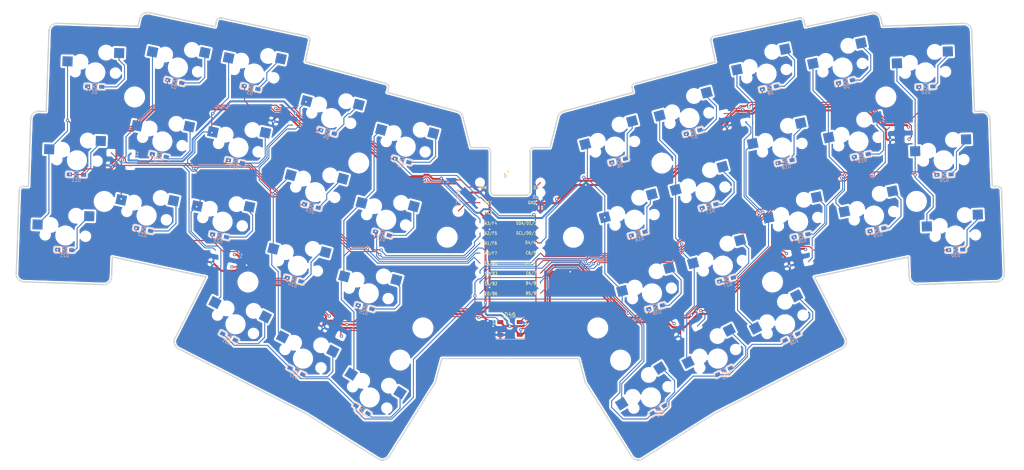
<source format=kicad_pcb>
(kicad_pcb (version 20211014) (generator pcbnew)
  (layers (0 "F.Cu" signal) (31 "B.Cu" signal) (34 "B.Paste" user) (35 "F.Paste" user) (36 "B.SilkS" user "B.Silkscreen") (37 "F.SilkS" user "F.Silkscreen") (38 "B.Mask" user) (39 "F.Mask" user) (44 "Edge.Cuts" user))
  (net 0 "")
  (net 1 "row0")
  (net 2 "Net-(D1-Pad2)")
  (net 3 "Net-(D2-Pad2)")
  (net 4 "Net-(D3-Pad2)")
  (net 5 "Net-(D4-Pad2)")
  (net 6 "Net-(D5-Pad2)")
  (net 7 "Net-(D6-Pad2)")
  (net 8 "Net-(D7-Pad2)")
  (net 9 "Net-(D8-Pad2)")
  (net 10 "Net-(D9-Pad2)")
  (net 11 "Net-(D10-Pad2)")
  (net 12 "row1")
  (net 13 "Net-(D11-Pad2)")
  (net 14 "Net-(D12-Pad2)")
  (net 15 "Net-(D13-Pad2)")
  (net 16 "Net-(D14-Pad2)")
  (net 17 "Net-(D15-Pad2)")
  (net 18 "Net-(D16-Pad2)")
  (net 19 "Net-(D17-Pad2)")
  (net 20 "Net-(D18-Pad2)")
  (net 21 "Net-(D19-Pad2)")
  (net 22 "Net-(D20-Pad2)")
  (net 23 "row2")
  (net 24 "Net-(D21-Pad2)")
  (net 25 "Net-(D22-Pad2)")
  (net 26 "Net-(D23-Pad2)")
  (net 27 "Net-(D24-Pad2)")
  (net 28 "Net-(D25-Pad2)")
  (net 29 "Net-(D26-Pad2)")
  (net 30 "Net-(D27-Pad2)")
  (net 31 "Net-(D28-Pad2)")
  (net 32 "Net-(D29-Pad2)")
  (net 33 "Net-(D30-Pad2)")
  (net 34 "row3")
  (net 35 "Net-(D31-Pad2)")
  (net 36 "Net-(D32-Pad2)")
  (net 37 "Net-(D33-Pad2)")
  (net 38 "Net-(D34-Pad2)")
  (net 39 "Net-(D35-Pad2)")
  (net 40 "Net-(D36-Pad2)")
  (net 41 "VCC")
  (net 42 "Net-(D37-Pad2)")
  (net 43 "GND")
  (net 44 "LED")
  (net 45 "Net-(D38-Pad2)")
  (net 46 "Net-(D39-Pad2)")
  (net 47 "Net-(D40-Pad2)")
  (net 48 "Net-(D41-Pad2)")
  (net 49 "Net-(D42-Pad2)")
  (net 50 "Net-(D43-Pad2)")
  (net 51 "Net-(D44-Pad2)")
  (net 52 "Net-(D45-Pad2)")
  (net 53 "col0")
  (net 54 "col1")
  (net 55 "col2")
  (net 56 "col3")
  (net 57 "col4")
  (net 58 "col5")
  (net 59 "col6")
  (net 60 "col7")
  (net 61 "col8")
  (net 62 "col9")
  (net 63 "reset")
  (footprint "nowt_parts:Diode_SMD" (layer "F.Cu") (at 36.6522 66.0908 -2)
    (fp_text reference "D11")
    (fp_text value "D" hide)
  )
  (footprint "nowt_parts:LED_WS2812B_PLCC4_5.0x5.0mm_P3.2mm_front" (layer "F.Cu") (at 145.8722 104.8258)
    (fp_text reference "D46")
    (fp_text value "WS2812B")
  )
  (footprint "nowt_parts:M2_HOLE_v2_4.3mm" (layer "F.Cu") (at 43.64 72.84)
    (fp_text reference "2" hide)
    (fp_text value "Val**" hide)
  )
  (footprint "nowt_parts:M2_HOLE_v2_4.3mm" (layer "F.Cu") (at 79.86 93.14)
    (fp_text reference "4" hide)
    (fp_text value "Val**" hide)
  )
  (footprint "nowt_parts:M2_HOLE_v2_4.3mm" (layer "F.Cu") (at 123.93 104.7)
    (fp_text reference "6" hide)
    (fp_text value "Val**" hide)
  )
  (footprint "nowt_parts:Diode_SMD" (layer "F.Cu") (at 57.531 61.2648 -12)
    (fp_text reference "D12")
    (fp_text value "D" hide)
  )
  (footprint "nowt_parts:Diode_SMD" (layer "F.Cu") (at 33.7058 85.0392 -2)
    (fp_text reference "D21")
    (fp_text value "D" hide)
  )
  (footprint "nowt_parts:LED_WS2812B_PLCC4_5.0x5.0mm_P3.2mm_middle" (layer "F.Cu") (at 190.05 104.03 27)
    (fp_text reference "D42" hide)
    (fp_text value "WS2812B" hide)
  )
  (footprint "nowt_parts:M2_HOLE_v2_4.3mm" (layer "F.Cu") (at 107.77 63.14)
    (fp_text reference "3" hide)
    (fp_text value "Val**" hide)
  )
  (footprint "nowt_parts:CherryMX_Hotswap_middle" (layer "F.Cu") (at 177.24 77.46 15)
    (fp_text reference "SW16")
    (fp_text value "SW_PUSH" hide)
  )
  (footprint "nowt_parts:CherryMX_Hotswap_middle" (layer "F.Cu") (at 195.09 70.52 15)
    (fp_text reference "SW17")
    (fp_text value "SW_PUSH" hide)
  )
  (footprint "nowt_parts:ResetSW_1side_back_middle" (layer "F.Cu") (at 132.8674 71.9836 90)
    (fp_text reference "SW37" hide)
    (fp_text value "RESET_SWITCH")
  )
  (footprint "nowt_parts:CherryMX_Hotswap_middle" (layer "F.Cu") (at 229.64 39.13 12)
    (fp_text reference "SW9")
    (fp_text value "SW_PUSH" hide)
  )
  (footprint "nowt_parts:Diode_SMD" (layer "F.Cu") (at 80.6196 44.1706 -12)
    (fp_text reference "D3")
    (fp_text value "D" hide)
  )
  (footprint "nowt_parts:M2_HOLE_v2_4.3mm" (layer "F.Cu") (at 130.03 81.85)
    (fp_text reference "5" hide)
    (fp_text value "Val**" hide)
  )
  (footprint "nowt_parts:Diode_SMD" (layer "F.Cu") (at 61.4426 42.6212 -12)
    (fp_text reference "D2")
    (fp_text value "D" hide)
  )
  (footprint "nowt_parts:CherryMX_Hotswap_middle" (layer "F.Cu") (at 237.55 76.42 12)
    (fp_text reference "SW29")
    (fp_text value "SW_PUSH" hide)
  )
  (footprint "nowt_parts:Diode_SMD" (layer "F.Cu") (at 196 74 15)
    (fp_text reference "D17")
    (fp_text value "D" hide)
  )
  (footprint "nowt_parts:Diode_SMD" (layer "F.Cu") (at 211.21 44.19 12)
    (fp_text reference "D8")
    (fp_text value "D" hide)
  )
  (footprint "nowt_parts:LED_WS2812B_PLCC4_5.0x5.0mm_P3.2mm_middle" (layer "F.Cu") (at 202.44 51.76 12)
    (fp_text reference "D45" hide)
    (fp_text value "WS2812B" hide)
  )
  (footprint "nowt_parts:CherryMX_Hotswap_middle" (layer "F.Cu") (at 214.44 59.28 12)
    (fp_text reference "SW18")
    (fp_text value "SW_PUSH" hide)
  )
  (footprint "nowt_parts:Diode_SMD" (layer "F.Cu") (at 118.64 62.52 -15)
    (fp_text reference "D5")
    (fp_text value "D" hide)
  )
  (footprint "nowt_parts:CherryMX_Hotswap_middle" (layer "F.Cu") (at 41.402 40.3352 -2)
    (fp_text reference "SW1")
    (fp_text value "SW_PUSH" hide)
  )
  (footprint "nowt_parts:M2_HOLE_v2_4.3mm" (layer "F.Cu") (at 118.18 112.8)
    (fp_text reference "7" hide)
    (fp_text value "Val**" hide)
  )
  (footprint "nowt_parts:CherryMX_Hotswap_middle" (layer "F.Cu") (at 233.62 57.75 12)
    (fp_text reference "SW19")
    (fp_text value "SW_PUSH" hide)
  )
  (footprint "nowt_parts:Diode_SMD" (layer "F.Cu") (at 41.2496 43.9166 -2)
    (fp_text reference "D1")
    (fp_text value "D" hide)
  )
  (footprint "nowt_parts:CherryMX_Hotswap_middle" (layer "F.Cu") (at 250.4948 40.3352 2)
    (fp_text reference "SW10")
    (fp_text value "SW_PUSH" hide)
  )
  (footprint "nowt_parts:CherryMX_Hotswap_middle" (layer "F.Cu") (at 198.18 112.43 27)
    (fp_text reference "SW35")
    (fp_text value "SW_PUSH" hide)
  )
  (footprint "nowt_parts:LED_WS2812B_PLCC4_5.0x5.0mm_P3.2mm_middle" (layer "F.Cu") (at 89.05 51.55 -12)
    (fp_text reference "D37" hide)
    (fp_text value "WS2812B" hide)
  )
  (footprint "nowt_parts:CherryMX_Hotswap_middle" (layer "F.Cu") (at 58.293 57.7342 -12)
    (fp_text reference "SW12")
    (fp_text value "SW_PUSH" hide)
  )
  (footprint "nowt_parts:Diode_SMD" (layer "F.Cu") (at 108.57 125.28 -33)
    (fp_text reference "D33")
    (fp_text value "D" hide)
  )
  (footprint "nowt_parts:CherryMX_Hotswap_middle" (layer "F.Cu") (at 181.63 96 15)
    (fp_text reference "SW26")
    (fp_text value "SW_PUSH" hide)
  )
  (footprint "nowt_parts:Diode_SMD" (layer "F.Cu") (at 191.98 55.32 15)
    (fp_text reference "D7")
    (fp_text value "D" hide)
  )
  (footprint "nowt_parts:Diode_SMD" (layer "F.Cu") (at 113.72 80.93 -15)
    (fp_text reference "D15")
    (fp_text value "D" hide)
  )
  (footprint "nowt_parts:CherryMX_Hotswap_middle" (layer "F.Cu") (at 100.822777 51.849552 -15)
    (fp_text reference "SW4")
    (fp_text value "SW_PUSH" hide)
  )
  (footprint "nowt_parts:Diode_SMD" (layer "F.Cu") (at 216.77 107.01 27)
    (fp_text reference "D36")
    (fp_text value "D" hide)
  )
  (footprint "nowt_parts:CherryMX_Hotswap_middle" (layer "F.Cu") (at 93.72 112.44 -27)
    (fp_text reference "SW32")
    (fp_text value "SW_PUSH" hide)
  )
  (footprint "nowt_parts:LED_WS2812B_PLCC4_5.0x5.0mm_P3.2mm_middle" (layer "F.Cu") (at 243.97 55.67 2)
    (fp_text reference "D44" hide)
    (fp_text value "WS2812B" hide)
  )
  (footprint "nowt_parts:CherryMX_Hotswap_middle" (layer "F.Cu") (at 92.43 89.04 -15)
    (fp_text reference "SW24")
    (fp_text value "SW_PUSH" hide)
  )
  (footprint "nowt_parts:Diode_SMD" (layer "F.Cu") (at 183.25 125.26 32)
    (fp_text reference "D34")
    (fp_text value "D" hide)
  )
  (footprint "nowt_parts:CherryMX_Hotswap_middle" (layer "F.Cu") (at 215.16 103.79 27)
    (fp_text reference "SW36")
    (fp_text value "SW_PUSH" hide)
  )
  (footprint "nowt_parts:Diode_SMD" (layer "F.Cu") (at 53.5686 79.9084 -12)
    (fp_text reference "D22")
    (fp_text value "D" hide)
  )
  (footprint "nowt_parts:CherryMX_Hotswap_middle" (layer "F.Cu") (at 114.67 77.46 -15)
    (fp_text reference "SW15")
    (fp_text value "SW_PUSH" hide)
  )
  (footprint "nowt_parts:Diode_SMD" (layer "F.Cu") (at 250.5964 43.942 2)
    (fp_text reference "D10")
    (fp_text value "D" hide)
  )
  (footprint "nowt_parts:M2_HOLE_v2_4.3mm" (layer "F.Cu") (at 51.31 46.52)
    (fp_text reference "1" hide)
    (fp_text value "Val**" hide)
  )
  (footprint "nowt_parts:Diode_SMD" (layer "F.Cu") (at 238.28 79.94 12)
    (fp_text reference "D29")
    (fp_text value "D" hide)
  )
  (footprint "nowt_parts:CherryMX_Hotswap_middle" (layer "F.Cu") (at 255.0922 62.484 2)
    (fp_text reference "SW20")
    (fp_text value "SW_PUSH" hide)
  )
  (footprint "nowt_parts:M2_HOLE_v2_4.3mm" (layer "F.Cu") (at 173.72 112.81)
    (fp_text reference "10" hide)
    (fp_text value "Val**" hide)
  )
  (footprint "nowt_parts:Diode_SMD" (layer "F.Cu") (at 178.15 80.95 15)
    (fp_text reference "D16")
    (fp_text value "D" hide)
  )
  (footprint "nowt_parts:Diode_SMD" (layer "F.Cu") (at 219.17 81.45 12)
    (fp_text reference "D28")
    (fp_text value "D" hide)
  )
  (footprint "nowt_parts:CherryMX_Hotswap_middle" (layer "F.Cu") (at 77.4446 59.2836 -12)
    (fp_text reference "SW13")
    (fp_text value "SW_PUSH" hide)
  )
  (footprint "nowt_parts:CherryMX_Hotswap_middle" (layer "F.Cu") (at 191.07 51.84 15)
    (fp_text reference "SW7")
    (fp_text value "SW_PUSH" hide)
  )
  (footprint "nowt_parts:Diode_SMD" (layer "F.Cu") (at 258.1402 85.0392 2)
    (fp_text reference "D30")
    (fp_text value "D" hide)
  )
  (footprint "nowt_parts:LED_WS2812B_PLCC4_5.0x5.0mm_P3.2mm_middle" (layer "F.Cu") (at 101.78 104.23 -27)
    (fp_text reference "D40" hide)
    (fp_text value "WS2812B" hide)
  )
  (footprint "nowt_parts:LED_WS2812B_PLCC4_5.0x5.0mm_P3.2mm_middle" (layer "F.Cu") (at 47.82 62.26 -2)
    (fp_text reference "D38" hide)
    (fp_text value "WS2812B" hide)
  )
  (footprint "nowt_parts:CherryMX_Hotswap_middle" (layer "F.Cu") (at 73.4568 77.9526 -12)
    (fp_text reference "SW23")
    (fp_text value "SW_PUSH" hide)
  )
  (footprint "nowt_parts:Diode_SMD" (layer "F.Cu") (at 76.6826 62.8142 -12)
    (fp_text reference "D13")
    (fp_text value "D" hide)
  )
  (footprint "nowt_parts:CherryMX_Hotswap_middle" (layer "F.Cu") (at 54.3306 76.4032 -12)
    (fp_text reference "SW22")
    (fp_text value "SW_PUSH" hide)
  )
  (footprint "nowt_parts:CherryMX_Hotswap_middle" (layer "F.Cu") (at 181.36 122.2 32)
    (fp_text reference "SW34")
    (fp_text value "SW_PUSH" hide)
  )
  (footprint "nowt_parts:M2_HOLE_v2_4.3mm" (layer "F.Cu") (at 211.99 93.13)
    (fp_text reference "12" hide)
    (fp_text value "Val**" hide)
  )
  (footprint "nowt_parts:Diode_SMD" (layer "F.Cu") (at 72.6948 81.4578 -12)
    (fp_text reference "D23")
    (fp_text value "D" hide)
  )
  (footprint "nowt_parts:Diode_SMD" (layer "F.Cu") (at 230.37 42.65 12)
    (fp_text reference "D9")
    (fp_text value "D" hide)
  )
  (footprint "nowt_parts:M2_HOLE_v2_4.3mm" (layer "F.Cu") (at 240.55 46.52)
    (fp_text reference "13" hide)
    (fp_text value "Val**" hide)
  )
  (footprint "nowt_parts:M2_HOLE_v2_4.3mm" (layer "F.Cu") (at 184.11 63.17)
    (fp_text reference "11" hide)
    (fp_text value "Val**" hide)
  )
  (footprint "nowt_parts:Diode_SMD" (layer "F.Cu") (at 200.39 92.5 15)
    (fp_text reference "D27")
    (fp_text value "D" hide)
  )
  (footprint "nowt_parts:Diode_SMD" (layer "F.Cu") (at 215.17 62.8 12)
    (fp_text reference "D18")
    (fp_text value "D" hide)
  )
  (footprint "nowt_parts:CherryMX_Hotswap_middle" (layer "F.Cu") (at 172.31 59.04 15)
    (fp_text reference "SW6")
    (fp_text value "SW_PUSH" hide)
  )
  (footprint "nowt_parts:Diode_SMD" (layer "F.Cu") (at 234.35 61.27 12)
    (fp_text reference "D19")
    (fp_text value "D" hide)
  )
  (footprint "nowt_parts:Diode_SMD" (layer "F.Cu") (at 75.07 106.97 -27)
    (fp_text reference "D31")
    (fp_text value "D" hide)
  )
  (footprint "nowt_parts:CherryMX_Hotswap_middle" (layer "F.Cu") (at 119.59 59.05 -15)
    (fp_text reference "SW5")
    (fp_text value "SW_PUSH" hide)
  )
  (footprint "nowt_parts:Diode_SMD" (layer "F.Cu") (at 109.34 99.46 -15)
    (fp_text reference "D25")
    (fp_text value "D" hide)
  )
  (footprint "nowt_parts:Diode_SMD" (layer "F.Cu") (at 91.48 92.52 -15)
    (fp_text reference "D24")
    (fp_text value "D" hide)
  )
  (footprint "nowt_parts:LED_WS2812B_PLCC4_5.0x5.0mm_P3.2mm_middle" (layer "F.Cu") (at 73.75 87.23 -12)
    (fp_text reference "D39" hide)
    (fp_text value "WS2812B" hide)
  )
  (footprint "nowt_parts:CherryMX_Hotswap_middle" (layer "F.Cu") (at 81.3816 40.64 -12)
    (fp_text reference "SW3")
    (fp_text value "SW_PUSH" hide)
  )
  (footprint "nowt_parts:CherryMX_Hotswap_middle" (layer "F.Cu") (at 36.7792 62.484 -2)
    (fp_text reference "SW11")
    (fp_text value "SW_PUSH" hide)
  )
  (footprint "nowt_parts:Diode_SMD" (layer "F.Cu") (at 182.53 99.48 15)
    (fp_text reference "D26")
    (fp_text value "D" hide)
  )
  (footprint "nowt_parts:CherryMX_Hotswap_middle" (layer "F.Cu") (at 110.53 122.21 -32)
    (fp_text reference "SW33")
    (fp_text value "SW_PUSH" hide)
  )
  (footprint "nowt_parts:CherryMX_Hotswap_middle" (layer "F.Cu") (at 210.49 40.66 12)
    (fp_text reference "SW8")
    (fp_text value "SW_PUSH" hide)
  )
  (footprint "nowt_parts:ProMicro_v3.5_mods_middle" (layer "F.Cu") (at 145.923 82.547)
    (fp_text reference "U1" hide)
    (fp_text value "ProMicro" hide)
  )
  (footprint "nowt_parts:CherryMX_Hotswap_middle" (layer "F.Cu") (at 96.8 70.51 -15)
    (fp_text reference "SW14")
    (fp_text value "SW_PUSH" hide)
  )
  (footprint "nowt_parts:Diode_SMD" (layer "F.Cu") (at 255.1938 66.0908 2)
    (fp_text reference "D20")
    (fp_text value "D" hide)
  )
  (footprint "nowt_parts:M2_HOLE_v2_4.3mm" (layer "F.Cu") (at 161.84 81.87)
    (fp_text reference "8" hide)
    (fp_text value "Val**" hide)
  )
  (footprint "nowt_parts:CherryMX_Hotswap_middle" (layer "F.Cu") (at 218.44 77.93 12)
    (fp_text reference "SW28")
    (fp_text value "SW_PUSH" hide)
  )
  (footprint "nowt_parts:Diode_SMD" (layer "F.Cu") (at 99.88 55.33 -15)
    (fp_text reference "D4")
    (fp_text value "D" hide)
  )
  (footprint "nowt_parts:Diode_SMD" (layer "F.Cu") (at 173.22 62.53 15)
    (fp_text reference "D6")
    (fp_text value "D" hide)
  )
  (footprint "nowt_parts:Diode_SMD" (layer "F.Cu") (at 199.8 115.65 27)
    (fp_text reference "D35")
    (fp_text value "D" hide)
  )
  (footprint "nowt_parts:CherryMX_Hotswap_middle" (layer "F.Cu") (at 33.8582 81.4324 -2)
    (fp_text reference "SW21")
    (fp_text value "SW_PUSH" hide)
  )
  (footprint "nowt_parts:Diode_SMD" (layer "F.Cu") (at 95.85 73.99 -15)
    (fp_text reference "D14")
    (fp_text value "D" hide)
  )
  (footprint "nowt_parts:CherryMX_Hotswap_middle" (layer "F.Cu") (at 76.72 103.78 -27)
    (fp_text reference "SW31")
    (fp_text value "SW_PUSH" hide)
  )
  (footprint "nowt_parts:CherryMX_Hotswap_middle" (layer "F.Cu") (at 110.28 95.99 -15)
    (fp_text reference "SW25")
    (fp_text value "SW_PUSH" hide)
  )
  (footprint "nowt_parts:CherryMX_Hotswap_middle" (layer "F.Cu") (at 258.0386 81.4324 2)
    (fp_text reference "SW30")
    (fp_text value "SW_PUSH" hide)
  )
  (footprint "nowt_parts:LED_WS2812B_PLCC4_5.0x5.0mm_P3.2mm_middle" (layer "F.Cu") (at 218.27 86.98 12)
    (fp_text reference "D43" hide)
    (fp_text value "WS2812B" hide)
  )
  (footprint "nowt_parts:Diode_SMD" (layer "F.Cu") (at 92.07 115.63 -27)
    (fp_text reference "D32")
    (fp_text value "D" hide)
  )
  (footprint "nowt_parts:CherryMX_Hotswap_middle" (layer "F.Cu") (at 62.2046 39.116 -12)
    (fp_text reference "SW2")
    (fp_text value "SW_PUSH" hide)
  )
  (footprint "nowt_parts:M2_HOLE_v2_4.3mm" (layer "F.Cu") (at 248.24 72.82)
    (fp_text reference "14" hide)
    (fp_text value "Val**" hide)
  )
  (footprint "nowt_parts:CherryMX_Hotswap_middle" (layer "F.Cu") (at 199.48 89.02 15)
    (fp_text reference "SW27")
    (fp_text value "SW_PUSH" hide)
  )
  (footprint "nowt_parts:LED_WS2812B_PLCC4_5.0x5.0mm_P3.2mm_middle" (layer "F.Cu") (at 145.8722 104.8258)
    (fp_text reference "D41" hide)
    (fp_text value "WS2812B" hide)
  )
  (footprint "nowt_parts:M2_HOLE_v2_4.3mm" (layer "F.Cu") (at 167.97 104.7)
    (fp_text reference "9" hide)
    (fp_text value "Val**" hide)
  )
  (gr_line (start 72.732052 26.633205) (end 72.684562 26.643585) (layer "Edge.Cuts") (width 0.349999))
  (gr_line (start 179.229312 137.667739) (end 179.229312 137.667739) (layer "Edge.Cuts") (width 0.349999))
  (gr_line (start 270.294066 91.684858) (end 270.321484 91.591155) (layer "Edge.Cuts") (width 0.349999))
  (gr_line (start 196.459436 32.146363) (end 196.458571 32.196008) (layer "Edge.Cuts") (width 0.349999))
  (gr_line (start 230.533221 108.676893) (end 230.556741 108.580901) (layer "Edge.Cuts") (width 0.349999))
  (gr_line (start 262.154177 29.918351) (end 262.154177 29.918351) (layer "Edge.Cuts") (width 0.349999))
  (gr_line (start 31.517647 28.000906) (end 31.420438 28.014372) (layer "Edge.Cuts") (width 0.349999))
  (gr_line (start 239.0579 26.212028) (end 239.004616 26.130299) (layer "Edge.Cuts") (width 0.349999))
  (gr_line (start 239.312655 26.8473) (end 239.312655 26.8473) (layer "Edge.Cuts") (width 0.349999))
  (gr_line (start 197.104277 31.254241) (end 197.057938 31.273081) (layer "Edge.Cuts") (width 0.349999))
  (gr_line (start 30.308662 28.594722) (end 30.241604 28.667264) (layer "Edge.Cuts") (width 0.349999))
  (gr_line (start 266.173669 50.734683) (end 266.10508 50.66758) (layer "Edge.Cuts") (width 0.349999))
  (gr_line (start 115.182141 43.611429) (end 115.158412 43.56787) (layer "Edge.Cuts") (width 0.349999))
  (gr_line (start 95.089535 31.428482) (end 95.051952 31.397916) (layer "Edge.Cuts") (width 0.349999))
  (gr_line (start 140.961129 70.437724) (end 140.954768 70.387679) (layer "Edge.Cuts") (width 0.349999))
  (gr_line (start 61.31238 107.899411) (end 61.302364 107.996489) (layer "Edge.Cuts") (width 0.349999))
  (gr_line (start 158.350196 50.718048) (end 158.26765 50.819922) (layer "Edge.Cuts") (width 0.349999))
  (gr_line (start 26.536623 50.22864) (end 26.444609 50.261262) (layer "Edge.Cuts") (width 0.349999))
  (gr_line (start 115.292264 44.083444) (end 115.29183 44.034582) (layer "Edge.Cuts") (width 0.349999))
  (gr_line (start 246.454202 92.234775) (end 246.479056 92.329472) (layer "Edge.Cuts") (width 0.349999))
  (gr_line (start 140.919427 60.041605) (end 140.906354 59.994511) (layer "Edge.Cuts") (width 0.349999))
  (gr_line (start 115.283828 43.937348) (end 115.276284 43.889153) (layer "Edge.Cuts") (width 0.349999))
  (gr_line (start 159.215351 50.134709) (end 159.090155 50.18221) (layer "Edge.Cuts") (width 0.349999))
  (gr_line (start 260.959039 28.156219) (end 260.869103 28.119283) (layer "Edge.Cuts") (width 0.349999))
  (gr_line (start 238.606083 25.701634) (end 238.527461 25.64184) (layer "Edge.Cuts") (width 0.349999))
  (gr_line (start 157.961692 51.404106) (end 157.923999 51.533734) (layer "Edge.Cuts") (width 0.349999))
  (gr_line (start 23.082637 69.067515) (end 23.034527 69.076596) (layer "Edge.Cuts") (width 0.349999))
  (gr_line (start 150.332259 71.209324) (end 150.286748 71.226887) (layer "Edge.Cuts") (width 0.349999))
  (gr_line (start 21.719967 91.96779) (end 21.765159 92.053167) (layer "Edge.Cuts") (width 0.349999))
  (gr_line (start 270.184942 91.956298) (end 270.225732 91.867596) (layer "Edge.Cuts") (width 0.349999))
  (gr_line (start 261.926812 29.058686) (end 261.879662 28.974045) (layer "Edge.Cuts") (width 0.349999))
  (gr_line (start 22.355374 69.595762) (end 22.33406 69.639653) (layer "Edge.Cuts") (width 0.349999))
  (gr_line (start 22.115069 92.509003) (end 22.185383 92.574359) (layer "Edge.Cuts") (width 0.349999))
  (gr_line (start 151.121017 59.727217) (end 151.094989 59.767715) (layer "Edge.Cuts") (width 0.349999))
  (gr_line (start 133.937526 51.404093) (end 133.891589 51.278317) (layer "Edge.Cuts") (width 0.349999))
  (gr_line (start 270.38861 91.10595) (end 270.387606 91.006736) (layer "Edge.Cuts") (width 0.349999))
  (gr_line (start 176.607371 44.034612) (end 176.606939 44.083476) (layer "Edge.Cuts") (width 0.349999))
  (gr_line (start 45.123022 92.941581) (end 45.178184 92.8607) (layer "Edge.Cuts") (width 0.349999))
  (gr_line (start 196.464389 32.296279) (end 196.471169 32.346757) (layer "Edge.Cuts") (width 0.349999))
  (gr_line (start 140.753275 59.690353) (end 140.72302 59.65153) (layer "Edge.Cuts") (width 0.349999))
  (gr_line (start 115.428202 137.033728) (end 127.074427 118.396346) (layer "Edge.Cuts") (width 0.349999))
  (gr_line (start 115.203592 43.655914) (end 115.182141 43.611429) (layer "Edge.Cuts") (width 0.349999))
  (gr_line (start 23.034527 69.076596) (end 22.987 69.088) (layer "Edge.Cuts") (width 0.349999))
  (gr_line (start 270.139818 92.043001) (end 270.184942 91.956298) (layer "Edge.Cuts") (width 0.349999))
  (gr_line (start 115.289014 43.985854) (end 115.283828 43.937348) (layer "Edge.Cuts") (width 0.349999))
  (gr_line (start 150.853716 70.712723) (end 150.83179 70.756332) (layer "Edge.Cuts") (width 0.349999))
  (gr_line (start 219.85035 27.125968) (end 219.825312 27.083788) (layer "Edge.Cuts") (width 0.349999))
  (gr_line (start 196.676131 31.566918) (end 196.647174 31.605205) (layer "Edge.Cuts") (width 0.349999))
  (gr_line (start 72.192515 26.930397) (end 72.160257 26.966351) (layer "Edge.Cuts") (width 0.349999))
  (gr_line (start 265.717927 50.384675) (end 265.632564 50.339464) (layer "Edge.Cuts") (width 0.349999))
  (gr_line (start 266.685037 51.65897) (end 266.659348 51.563062) (layer "Edge.Cuts") (width 0.349999))
  (gr_line (start 247.7925 93.6799) (end 247.886202 93.707303) (layer "Edge.Cuts") (width 0.349999))
  (gr_line (start 132.929984 50.237615) (end 132.809048 50.182236) (layer "Edge.Cuts") (width 0.349999))
  (gr_line (start 159.090155 50.18221) (end 158.969219 50.237593) (layer "Edge.Cuts") (width 0.349999))
  (gr_line (start 248.371389 93.774355) (end 248.470599 93.773337) (layer "Edge.Cuts") (width 0.349999))
  (gr_line (start 72.336989 26.803832) (end 72.298703 26.832788) (layer "Edge.Cuts") (width 0.349999))
  (gr_line (start 237.527444 25.270441) (end 237.429897 25.26446) (layer "Edge.Cuts") (width 0.349999))
  (gr_line (start 150.781583 70.840244) (end 150.753369 70.880384) (layer "Edge.Cuts") (width 0.349999))
  (gr_line (start 31.714403 27.988342) (end 31.615691 27.992209) (layer "Edge.Cuts") (width 0.349999))
  (gr_line (start 53.453532 25.585768) (end 53.371694 25.641844) (layer "Edge.Cuts") (width 0.349999))
  (gr_line (start 177.208207 43.150756) (end 177.163704 43.171411) (layer "Edge.Cuts") (width 0.349999))
  (gr_line (start 176.998061 43.274526) (end 176.960094 43.305158) (layer "Edge.Cuts") (width 0.349999))
  (gr_line (start 114.939113 43.305142) (end 114.901148 43.27451) (layer "Edge.Cuts") (width 0.349999))
  (gr_line (start 114.893202 137.602513) (end 114.971278 137.543905) (layer "Edge.Cuts") (width 0.349999))
  (gr_line (start 30.530817 28.397626) (end 30.453761 28.459444) (layer "Edge.Cuts") (width 0.349999))
  (gr_line (start 246.433973 92.138751) (end 246.454202 92.234775) (layer "Edge.Cuts") (width 0.349999))
  (gr_line (start 261.77379 28.812742) (end 261.715327 28.736324) (layer "Edge.Cuts") (width 0.349999))
  (gr_line (start 239.193221 26.471921) (end 239.152303 26.382985) (layer "Edge.Cuts") (width 0.349999))
  (gr_line (start 219.637436 26.863558) (end 219.600545 26.832779) (layer "Edge.Cuts") (width 0.349999))
  (gr_line (start 94.886303 31.294074) (end 94.841302 31.273092) (layer "Edge.Cuts") (width 0.349999))
  (gr_line (start 141.847361 71.280237) (end 141.797317 71.273879) (layer "Edge.Cuts") (width 0.349999))
  (gr_line (start 145.949603 71.285399) (end 141.949603 71.285399) (layer "Edge.Cuts") (width 0.349999))
  (gr_line (start 150.286748 71.226887) (end 150.240408 71.242218) (layer "Edge.Cuts") (width 0.349999))
  (gr_line (start 140.938638 60.137704) (end 140.9302 60.089363) (layer "Edge.Cuts") (width 0.349999))
  (gr_line (start 22.24756 69.970004) (end 22.244601 70.01953) (layer "Edge.Cuts") (width 0.349999))
  (gr_line (start 177.34517 137.797033) (end 177.435668 137.835152) (layer "Edge.Cuts") (width 0.349999))
  (gr_line (start 22.668216 92.89097) (end 22.757716 92.929939) (layer "Edge.Cuts") (width 0.349999))
  (gr_line (start 220.263125 28.851722) (end 219.956149 27.407487) (layer "Edge.Cuts") (width 0.349999))
  (gr_line (start 265.362947 50.22875) (end 265.268999 50.200556) (layer "Edge.Cuts") (width 0.349999))
  (gr_line (start 23.039268 93.020588) (end 23.137067 93.04162) (layer "Edge.Cuts") (width 0.349999))
  (gr_line (start 94.38106 126.216544) (end 112.670657 137.669425) (layer "Edge.Cuts") (width 0.349999))
  (gr_line (start 115.187462 137.345843) (end 115.253027 137.272754) (layer "Edge.Cuts") (width 0.349999))
  (gr_line (start 73.129115 26.637251) (end 73.129115 26.637251) (layer "Edge.Cuts") (width 0.349999))
  (gr_line (start 52.951753 26.051269) (end 52.894548 26.130303) (layer "Edge.Cuts") (width 0.349999))
  (gr_line (start 268.943344 92.998125) (end 269.036563 92.968736) (layer "Edge.Cuts") (width 0.349999))
  (gr_line (start 177.816101 137.942532) (end 177.913822 137.957446) (layer "Edge.Cuts") (width 0.349999))
  (gr_line (start 177.30043 43.115971) (end 177.253806 43.132258) (layer "Edge.Cuts") (width 0.349999))
  (gr_line (start 150.807735 70.798866) (end 150.781583 70.840244) (layer "Edge.Cuts") (width 0.349999))
  (gr_line (start 218.871195 26.621047) (end 218.820719 26.627828) (layer "Edge.Cuts") (width 0.349999))
  (gr_line (start 140.504178 59.453294) (end 140.462782 59.427148) (layer "Edge.Cuts") (width 0.349999))
  (gr_line (start 61.55242 109.132568) (end 61.602451 109.216748) (layer "Edge.Cuts") (width 0.349999))
  (gr_line (start 62.217312 109.837216) (end 62.301801 109.888442) (layer "Edge.Cuts") (width 0.349999))
  (gr_line (start 140.949603 60.285399) (end 140.948373 60.235804) (layer "Edge.Cuts") (width 0.349999))
  (gr_line (start 268.458163 93.075324) (end 268.557205 93.069429) (layer "Edge.Cuts") (width 0.349999))
  (gr_line (start 29.797051 29.527887) (end 29.776817 29.623916) (layer "Edge.Cuts") (width 0.349999))
  (gr_line (start 22.244601 70.01953) (end 22.244601 70.01953) (layer "Edge.Cuts") (width 0.349999))
  (gr_line (start 115.118553 137.415467) (end 115.187462 137.345843) (layer "Edge.Cuts") (width 0.349999))
  (gr_line (start 158.061496 51.15671) (end 158.007627 51.278328) (layer "Edge.Cuts") (width 0.349999))
  (gr_line (start 29.851319 29.339973) (end 29.821909 29.433185) (layer "Edge.Cuts") (width 0.349999))
  (gr_line (start 178.876335 137.843293) (end 178.967259 137.8062) (layer "Edge.Cuts") (width 0.349999))
  (gr_line (start 164.824786 118.396346) (end 176.470996 137.034179) (layer "Edge.Cuts") (width 0.349999))
  (gr_line (start 140.462782 59.427148) (end 140.42023 59.403099) (layer "Edge.Cuts") (width 0.349999))
  (gr_line (start 22.297966 69.730316) (end 22.28326 69.776925) (layer "Edge.Cuts") (width 0.349999))
  (gr_line (start 178.499446 137.94557) (end 178.595296 137.926974) (layer "Edge.Cuts") (width 0.349999))
  (gr_line (start 115.276284 43.889153) (end 115.266393 43.841357) (layer "Edge.Cuts") (width 0.349999))
  (gr_line (start 248.077439 93.748304) (end 248.174642 93.761776) (layer "Edge.Cuts") (width 0.349999))
  (gr_line (start 141.028196 70.674672) (end 141.01029 70.629262) (layer "Edge.Cuts") (width 0.349999))
  (gr_line (start 261.447666 28.461694) (end 261.372948 28.401404) (layer "Edge.Cuts") (width 0.349999))
  (gr_line (start 150.891043 70.622609) (end 150.873479 70.668121) (layer "Edge.Cuts") (width 0.349999))
  (gr_line (start 269.299612 69.290022) (end 269.261076 69.259113) (layer "Edge.Cuts") (width 0.349999))
  (gr_line (start 239.261986 26.655976) (end 239.229815 26.562966) (layer "Edge.Cuts") (width 0.349999))
  (gr_line (start 177.913822 137.957446) (end 178.011802 137.967483) (layer "Edge.Cuts") (width 0.349999))
  (gr_line (start 113.209932 137.90489) (end 113.304821 137.928071) (layer "Edge.Cuts") (width 0.349999))
  (gr_line (start 176.780956 137.415745) (end 176.853122 137.481756) (layer "Edge.Cuts") (width 0.349999))
  (gr_line (start 45.672885 86.820426) (end 69.356166 91.854468) (layer "Edge.Cuts") (width 0.349999))
  (gr_line (start 115.158412 43.56787) (end 115.132554 43.52554) (layer "Edge.Cuts") (width 0.349999))
  (gr_line (start 230.471809 108.865618) (end 230.504855 108.772017) (layer "Edge.Cuts") (width 0.349999))
  (gr_line (start 176.711987 137.346163) (end 176.780956 137.415745) (layer "Edge.Cuts") (width 0.349999))
  (gr_line (start 150.620761 71.026747) (end 150.583343 71.058982) (layer "Edge.Cuts") (width 0.349999))
  (gr_line (start 95.051952 31.397916) (end 95.012789 31.369118) (layer "Edge.Cuts") (width 0.349999))
  (gr_line (start 260.683118 28.058482) (end 260.587328 28.03486) (layer "Edge.Cuts") (width 0.349999))
  (gr_line (start 269.494489 69.511261) (end 269.4669 69.470816) (layer "Edge.Cuts") (width 0.349999))
  (gr_line (start 140.873441 59.902645) (end 140.85367 59.858037) (layer "Edge.Cuts") (width 0.349999))
  (gr_line (start 151.473461 59.407678) (end 151.431616 59.431704) (layer "Edge.Cuts") (width 0.349999))
  (gr_line (start 266.555503 51.2879) (end 266.512395 51.200771) (layer "Edge.Cuts") (width 0.349999))
  (gr_line (start 23.440608 93.075339) (end 23.440608 93.075339) (layer "Edge.Cuts") (width 0.349999))
  (gr_line (start 114.645407 43.132242) (end 114.598783 43.115955) (layer "Edge.Cuts") (width 0.349999))
  (gr_line (start 30.864014 28.191826) (end 30.777302 28.236931) (layer "Edge.Cuts") (width 0.349999))
  (gr_line (start 114.974765 45.384867) (end 114.974765 45.384867) (layer "Edge.Cuts") (width 0.349999))
  (gr_line (start 30.610536 28.339893) (end 30.530817 28.397626) (layer "Edge.Cuts") (width 0.349999))
  (gr_line (start 61.296583 108.191587) (end 61.300846 108.289253) (layer "Edge.Cuts") (width 0.349999))
  (gr_line (start 248.470599 93.773337) (end 248.470599 93.773337) (layer "Edge.Cuts") (width 0.349999))
  (gr_line (start 269.128133 92.93487) (end 269.217892 92.896599) (layer "Edge.Cuts") (width 0.349999))
  (gr_line (start 141.390504 71.114626) (end 141.351298 71.086747) (layer "Edge.Cuts") (width 0.349999))
  (gr_line (start 53.012778 25.975076) (end 52.951753 26.051269) (layer "Edge.Cuts") (width 0.349999))
  (gr_line (start 21.512065 91.006743) (end 21.511073 91.109676) (layer "Edge.Cuts") (width 0.349999))
  (gr_line (start 141.177966 70.921511) (end 141.148279 70.883736) (layer "Edge.Cuts") (width 0.349999))
  (gr_line (start 44.106924 93.679847) (end 44.199121 93.647921) (layer "Edge.Cuts") (width 0.349999))
  (gr_line (start 150.970238 60.084182) (end 150.961375 60.133354) (layer "Edge.Cuts") (width 0.349999))
  (gr_line (start 72.025857 27.169584) (end 72.004876 27.214584) (layer "Edge.Cuts") (width 0.349999))
  (gr_line (start 52.841264 26.212031) (end 52.792002 26.296309) (layer "Edge.Cuts") (width 0.349999))
  (gr_line (start 23.279246 69.055037) (end 23.229635 69.054517) (layer "Edge.Cuts") (width 0.349999))
  (gr_line (start 219.956149 27.407487) (end 219.944177 27.357423) (layer "Edge.Cuts") (width 0.349999))
  (gr_line (start 248.174642 93.761776) (end 248.272681 93.770481) (layer "Edge.Cuts") (width 0.349999))
  (gr_line (start 71.943103 27.407483) (end 71.636073 28.851722) (layer "Edge.Cuts") (width 0.349999))
  (gr_line (start 268.458163 93.075324) (end 268.458163 93.075324) (layer "Edge.Cuts") (width 0.349999))
  (gr_line (start 21.609315 91.698138) (end 21.641924 91.790146) (layer "Edge.Cuts") (width 0.349999))
  (gr_line (start 230.12296 109.453058) (end 230.184579 109.377345) (layer "Edge.Cuts") (width 0.349999))
  (gr_line (start 95.012789 31.369118) (end 94.972095 31.342162) (layer "Edge.Cuts") (width 0.349999))
  (gr_line (start 266.594451 51.377406) (end 266.555503 51.2879) (layer "Edge.Cuts") (width 0.349999))
  (gr_line (start 151.949603 59.287265) (end 151.898208 59.288563) (layer "Edge.Cuts") (width 0.349999))
  (gr_line (start 247.110844 93.303191) (end 247.187893 93.36501) (layer "Edge.Cuts") (width 0.349999))
  (gr_line (start 54.763267 25.275298) (end 54.665214 25.266857) (layer "Edge.Cuts") (width 0.349999))
  (gr_line (start 21.538593 91.41093) (end 21.557528 91.5084) (layer "Edge.Cuts") (width 0.349999))
  (gr_line (start 145.949603 112.396346) (end 145.949603 112.396346) (layer "Edge.Cuts") (width 0.349999))
  (gr_line (start 22.047981 92.440397) (end 22.115069 92.509003) (layer "Edge.Cuts") (width 0.349999))
  (gr_line (start 61.342415 108.580593) (end 61.365912 108.676563) (layer "Edge.Cuts") (width 0.349999))
  (gr_line (start 237.233945 25.266856) (end 237.13589 25.275297) (layer "Edge.Cuts") (width 0.349999))
  (gr_line (start 112.670657 137.669425) (end 112.756081 137.719996) (layer "Edge.Cuts") (width 0.349999))
  (gr_line (start 133.264176 50.447946) (end 133.157854 50.370781) (layer "Edge.Cuts") (width 0.349999))
  (gr_line (start 269.645899 69.9209) (end 269.638131 69.872298) (layer "Edge.Cuts") (width 0.349999))
  (gr_line (start 269.180093 69.203455) (end 269.137812 69.178767) (layer "Edge.Cuts") (width 0.349999))
  (gr_line (start 113.497318 137.960397) (end 113.594575 137.969484) (layer "Edge.Cuts") (width 0.349999))
  (gr_line (start 229.916846 109.661084) (end 229.988978 109.595063) (layer "Edge.Cuts") (width 0.349999))
  (gr_line (start 158.191814 50.927198) (end 158.122994 51.039564) (layer "Edge.Cuts") (width 0.349999))
  (gr_line (start 157.923999 51.533734) (end 155.949603 59.287265) (layer "Edge.Cuts") (width 0.349999))
  (gr_line (start 265.54486 50.298325) (end 265.454944 50.26138) (layer "Edge.Cuts") (width 0.349999))
  (gr_line (start 150.656695 70.992553) (end 150.656695 70.992553) (layer "Edge.Cuts") (width 0.349999))
  (gr_line (start 72.160257 26.966351) (end 72.129692 27.003934) (layer "Edge.Cuts") (width 0.349999))
  (gr_line (start 266.300965 50.87844) (end 266.239007 50.80501) (layer "Edge.Cuts") (width 0.349999))
  (gr_line (start 45.063825 93.019842) (end 45.123022 92.941581) (layer "Edge.Cuts") (width 0.349999))
  (gr_line (start 43.528069 93.774327) (end 43.626771 93.770447) (layer "Edge.Cuts") (width 0.349999))
  (gr_line (start 140.85367 59.858037) (end 140.831733 59.814422) (layer "Edge.Cuts") (width 0.349999))
  (gr_line (start 45.491674 91.943369) (end 45.497592 91.844336) (layer "Edge.Cuts") (width 0.349999))
  (gr_line (start 247.609764 93.611596) (end 247.700299 93.647977) (layer "Edge.Cuts") (width 0.349999))
  (gr_line (start 52.792002 26.296309) (end 52.746861 26.382988) (layer "Edge.Cuts") (width 0.349999))
  (gr_line (start 151.797501 59.298759) (end 151.748313 59.307532) (layer "Edge.Cuts") (width 0.349999))
  (gr_line (start 72.977762 26.616866) (end 72.927767 26.615232) (layer "Edge.Cuts") (width 0.349999))
  (gr_line (start 266.739703 52.060307) (end 266.73351 51.957559) (layer "Edge.Cuts") (width 0.349999))
  (gr_line (start 262.0995 29.516948) (end 262.073804 29.421026) (layer "Edge.Cuts") (width 0.349999))
  (gr_line (start 238.753273 25.831794) (end 238.681388 25.765001) (layer "Edge.Cuts") (width 0.349999))
  (gr_line (start 22.335202 92.694801) (end 22.414466 92.749628) (layer "Edge.Cuts") (width 0.349999))
  (gr_line (start 72.298703 26.832788) (end 72.261812 26.863567) (layer "Edge.Cuts") (width 0.349999))
  (gr_line (start 140.286457 59.343876) (end 140.2401 59.328556) (layer "Edge.Cuts") (width 0.349999))
  (gr_line (start 22.848752 69.135837) (end 22.80439 69.15622) (layer "Edge.Cuts") (width 0.349999))
  (gr_line (start 128.682116 112.396346) (end 145.949603 112.396346) (layer "Edge.Cuts") (width 0.349999))
  (gr_line (start 151.31413 59.515102) (end 151.27786 59.546467) (layer "Edge.Cuts") (width 0.349999))
  (gr_line (start 176.960094 43.305158) (end 176.923646 43.337623) (layer "Edge.Cuts") (width 0.349999))
  (gr_line (start 269.474688 92.756095) (end 269.555588 92.700942) (layer "Edge.Cuts") (width 0.349999))
  (gr_line (start 264.774532 50.130367) (end 264.671603 50.131333) (layer "Edge.Cuts") (width 0.349999))
  (gr_line (start 247.349815 93.476333) (end 247.434356 93.525712) (layer "Edge.Cuts") (width 0.349999))
  (gr_line (start 72.073941 27.083793) (end 72.048903 27.125971) (layer "Edge.Cuts") (width 0.349999))
  (gr_line (start 25.940783 50.543395) (end 25.866068 50.603686) (layer "Edge.Cuts") (width 0.349999))
  (gr_line (start 261.828611 28.892023) (end 261.77379 28.812742) (layer "Edge.Cuts") (width 0.349999))
  (gr_line (start 95.348682 31.770834) (end 95.327499 31.727711) (layer "Edge.Cuts") (width 0.349999))
  (gr_line (start 140.949603 60.285399) (end 140.949603 60.285399) (layer "Edge.Cuts") (width 0.349999))
  (gr_line (start 112.9328 137.807635) (end 113.023746 137.844643) (layer "Edge.Cuts") (width 0.349999))
  (gr_line (start 269.217892 92.896599) (end 269.305679 92.853997) (layer "Edge.Cuts") (width 0.349999))
  (gr_line (start 269.654238 70.01953) (end 269.654238 70.01953) (layer "Edge.Cuts") (width 0.349999))
  (gr_line (start 151.048774 59.852556) (end 151.028712 59.896776) (layer "Edge.Cuts") (width 0.349999))
  (gr_line (start 133.157854 50.370781) (end 133.046355 50.300567) (layer "Edge.Cuts") (width 0.349999))
  (gr_line (start 261.715327 28.736324) (end 261.653353 28.662888) (layer "Edge.Cuts") (width 0.349999))
  (gr_line (start 115.253027 137.272754) (end 115.315101 137.196304) (layer "Edge.Cuts") (width 0.349999))
  (gr_line (start 140.656558 59.578173) (end 140.656558 59.578173) (layer "Edge.Cuts") (width 0.349999))
  (gr_line (start 62.301801 109.888442) (end 62.389102 109.93563) (layer "Edge.Cuts") (width 0.349999))
  (gr_line (start 265.80082 50.433838) (end 265.717927 50.384675) (layer "Edge.Cuts") (width 0.349999))
  (gr_line (start 95.252051 31.605223) (end 95.223095 31.566935) (layer "Edge.Cuts") (width 0.349999))
  (gr_line (start 25.386945 51.200681) (end 25.343828 51.287821) (layer "Edge.Cuts") (width 0.349999))
  (gr_line (start 43.822001 93.748261) (end 43.918198 93.730079) (layer "Edge.Cuts") (width 0.349999))
  (gr_line (start 266.239007 50.80501) (end 266.173669 50.734683) (layer "Edge.Cuts") (width 0.349999))
  (gr_line (start 269.305679 92.853997) (end 269.391331 92.807138) (layer "Edge.Cuts") (width 0.349999))
  (gr_line (start 261.587999 28.592557) (end 261.519393 28.525452) (layer "Edge.Cuts") (width 0.349999))
  (gr_line (start 239.706683 28.701015) (end 239.706683 28.701015) (layer "Edge.Cuts") (width 0.349999))
  (gr_line (start 176.606939 44.083476) (end 176.608899 44.132386) (layer "Edge.Cuts") (width 0.349999))
  (gr_line (start 270.225732 91.867596) (end 270.262128 91.77706) (layer "Edge.Cuts") (width 0.349999))
  (gr_line (start 237.429897 25.26446) (end 237.332006 25.263255) (layer "Edge.Cuts") (width 0.349999))
  (gr_line (start 219.929842 27.308552) (end 219.913217 27.260923) (layer "Edge.Cuts") (width 0.349999))
  (gr_line (start 114.861734 43.245766) (end 114.820942 43.218963) (layer "Edge.Cuts") (width 0.349999))
  (gr_line (start 133.631557 50.819922) (end 133.54901 50.718051) (layer "Edge.Cuts") (width 0.349999))
  (gr_line (start 45.229237 92.777362) (end 45.276108 92.691728) (layer "Edge.Cuts") (width 0.349999))
  (gr_line (start 53.988458 25.341472) (end 53.895246 25.370843) (layer "Edge.Cuts") (width 0.349999))
  (gr_line (start 230.499626 107.518401) (end 230.466082 107.425818) (layer "Edge.Cuts") (width 0.349999))
  (gr_line (start 176.525722 137.117016) (end 176.584226 137.196695) (layer "Edge.Cuts") (width 0.349999))
  (gr_line (start 72.048903 27.125971) (end 72.025857 27.169584) (layer "Edge.Cuts") (width 0.349999))
  (gr_line (start 230.556741 108.580901) (end 230.575429 108.484219) (layer "Edge.Cuts") (width 0.349999))
  (gr_line (start 45.480912 92.041559) (end 45.491674 91.943369) (layer "Edge.Cuts") (width 0.349999))
  (gr_line (start 150.949603 70.285399) (end 150.949603 70.285399) (layer "Edge.Cuts") (width 0.349999))
  (gr_line (start 176.853122 137.481756) (end 176.928342 137.544091) (layer "Edge.Cuts") (width 0.349999))
  (gr_line (start 95.327499 31.727711) (end 95.304301 31.685685) (layer "Edge.Cuts") (width 0.349999))
  (gr_line (start 25.304873 51.377337) (end 25.270208 51.46911) (layer "Edge.Cuts") (width 0.349999))
  (gr_line (start 266.512395 51.200771) (end 266.465258 51.116139) (layer "Edge.Cuts") (width 0.349999))
  (gr_line (start 270.262128 91.77706) (end 270.294066 91.684858) (layer "Edge.Cuts") (width 0.349999))
  (gr_line (start 115.428202 137.033728) (end 115.428202 137.033728) (layer "Edge.Cuts") (width 0.349999))
  (gr_line (start 140.950905 70.336896) (end 140.949603 70.285437) (layer "Edge.Cuts") (width 0.349999))
  (gr_line (start 237.13589 25.275297) (end 237.038015 25.28861) (layer "Edge.Cuts") (width 0.349999))
  (gr_line (start 197.487612 126.216643) (end 229.509402 109.935973) (layer "Edge.Cuts") (width 0.349999))
  (gr_line (start 145.949603 112.396346) (end 163.217089 112.396346) (layer "Edge.Cuts") (width 0.349999))
  (gr_line (start 158.122994 51.039564) (end 158.061496 51.15671) (layer "Edge.Cuts") (width 0.349999))
  (gr_line (start 150.949603 60.285434) (end 150.949603 70.285399) (layer "Edge.Cuts") (width 0.349999))
  (gr_line (start 95.440628 32.196018) (end 95.439765 32.146374) (layer "Edge.Cuts") (width 0.349999))
  (gr_line (start 230.552663 107.707165) (end 230.52849 107.612242) (layer "Edge.Cuts") (width 0.349999))
  (gr_line (start 141.094387 70.803959) (end 141.070307 70.762083) (layer "Edge.Cuts") (width 0.349999))
  (gr_line (start 140.331985 59.361429) (end 140.286457 59.343876) (layer "Edge.Cuts") (width 0.349999))
  (gr_line (start 133.54901 50.718051) (end 133.46006 50.621891) (layer "Edge.Cuts") (width 0.349999))
  (gr_line (start 266.659348 51.563062) (end 266.629109 51.469167) (layer "Edge.Cuts") (width 0.349999))
  (gr_line (start 114.554688 137.79713) (end 114.642959 137.754655) (layer "Edge.Cuts") (width 0.349999))
  (gr_line (start 22.894029 69.117651) (end 22.848752 69.135837) (layer "Edge.Cuts") (width 0.349999))
  (gr_line (start 178.690178 137.903709) (end 178.783916 137.875806) (layer "Edge.Cuts") (width 0.349999))
  (gr_line (start 22.849472 92.964618) (end 22.943363 92.994878) (layer "Edge.Cuts") (width 0.349999))
  (gr_line (start 114.901148 43.27451) (end 114.861734 43.245766) (layer "Edge.Cuts") (width 0.349999))
  (gr_line (start 52.894548 26.130303) (end 52.841264 26.212031) (layer "Edge.Cuts") (width 0.349999))
  (gr_line (start 25.725741 50.734551) (end 25.660389 50.804882) (layer "Edge.Cuts") (width 0.349999))
  (gr_line (start 158.26765 50.819922) (end 158.191814 50.927198) (layer "Edge.Cuts") (width 0.349999))
  (gr_line (start 114.642959 137.754655) (end 114.728898 137.707991) (layer "Edge.Cuts") (width 0.349999))
  (gr_line (start 230.184579 109.377345) (end 230.242463 109.29867) (layer "Edge.Cuts") (width 0.349999))
  (gr_line (start 29.966118 29.070885) (end 29.923497 29.158661) (layer "Edge.Cuts") (width 0.349999))
  (gr_line (start 265.268999 50.200556) (end 265.173229 50.176919) (layer "Edge.Cuts") (width 0.349999))
  (gr_line (start 115.075086 43.445461) (end 115.043617 43.407821) (layer "Edge.Cuts") (width 0.349999))
  (gr_line (start 95.192318 31.530043) (end 95.159766 31.49462) (layer "Edge.Cuts") (width 0.349999))
  (gr_line (start 219.070327 26.619406) (end 219.021109 26.616091) (layer "Edge.Cuts") (width 0.349999))
  (gr_line (start 61.309896 108.386761) (end 61.323748 108.483933) (layer "Edge.Cuts") (width 0.349999))
  (gr_line (start 264.976744 50.143801) (end 264.876289 50.134563) (layer "Edge.Cuts") (width 0.349999))
  (gr_line (start 25.598418 50.878318) (end 25.539959 50.954737) (layer "Edge.Cuts") (width 0.349999))
  (gr_line (start 246.401766 91.844329) (end 246.407681 91.943366) (layer "Edge.Cuts") (width 0.349999))
  (gr_line (start 22.718747 69.203458) (end 22.677632 69.230251) (layer "Edge.Cuts") (width 0.349999))
  (gr_line (start 248.272681 93.770481) (end 248.371389 93.774355) (layer "Edge.Cuts") (width 0.349999))
  (gr_line (start 150.981465 60.035876) (end 150.970238 60.084182) (layer "Edge.Cuts") (width 0.349999))
  (gr_line (start 30.241604 28.667264) (end 30.178435 28.742749) (layer "Edge.Cuts") (width 0.349999))
  (gr_line (start 72.878124 26.616097) (end 72.828907 26.619413) (layer "Edge.Cuts") (width 0.349999))
  (gr_line (start 219.706736 26.930389) (end 219.672858 26.896111) (layer "Edge.Cuts") (width 0.349999))
  (gr_line (start 25.270208 51.46911) (end 25.239964 51.563018) (layer "Edge.Cuts") (width 0.349999))
  (gr_line (start 61.981866 109.66066) (end 62.057229 109.72319) (layer "Edge.Cuts") (width 0.349999))
  (gr_line (start 158.969219 50.237593) (end 158.852848 50.300548) (layer "Edge.Cuts") (width 0.349999))
  (gr_line (start 230.575429 108.484219) (end 230.5893 108.387023) (layer "Edge.Cuts") (width 0.349999))
  (gr_line (start 72.591831 26.671069) (end 72.546738 26.688076) (layer "Edge.Cuts") (width 0.349999))
  (gr_line (start 176.645029 43.794071) (end 176.632804 43.841382) (layer "Edge.Cuts") (width 0.349999))
  (gr_line (start 115.258303 44.326695) (end 115.269951 44.27848) (layer "Edge.Cuts") (width 0.349999))
  (gr_line (start 150.994996 59.988498) (end 150.981465 60.035876) (layer "Edge.Cuts") (width 0.349999))
  (gr_line (start 151.27786 59.546467) (end 151.24314 59.57951) (layer "Edge.Cuts") (width 0.349999))
  (gr_line (start 270.362514 91.399912) (end 270.376002 91.302704) (layer "Edge.Cuts") (width 0.349999))
  (gr_line (start 269.615582 69.776925) (end 269.600875 69.730314) (layer "Edge.Cuts") (width 0.349999))
  (gr_line (start 237.038015 25.28861) (end 236.940493 25.306828) (layer "Edge.Cuts") (width 0.349999))
  (gr_line (start 25.660389 50.804882) (end 25.598418 50.878318) (layer "Edge.Cuts") (width 0.349999))
  (gr_line (start 140.145231 59.304752) (end 140.096883 59.296335) (layer "Edge.Cuts") (width 0.349999))
  (gr_line (start 25.177055 51.856337) (end 25.165793 51.957572) (layer "Edge.Cuts") (width 0.349999))
  (gr_line (start 176.629254 44.278517) (end 176.640902 44.326733) (layer "Edge.Cuts") (width 0.349999))
  (gr_line (start 73.129115 26.637251) (end 73.078511 26.627828) (layer "Edge.Cuts") (width 0.349999))
  (gr_line (start 151.010766 59.94211) (end 150.994996 59.988498) (layer "Edge.Cuts") (width 0.349999))
  (gr_line (start 246.226321 86.820426) (end 246.401766 91.844329) (layer "Edge.Cuts") (width 0.349999))
  (gr_line (start 196.460206 32.246005) (end 196.464389 32.296279) (layer "Edge.Cuts") (width 0.349999))
  (gr_line (start 269.600875 69.730314) (end 269.583929 69.68453) (layer "Edge.Cuts") (width 0.349999))
  (gr_line (start 177.163704 43.171411) (end 177.120368 43.19417) (layer "Edge.Cuts") (width 0.349999))
  (gr_line (start 72.502594 26.707196) (end 72.459472 26.72838) (layer "Edge.Cuts") (width 0.349999))
  (gr_line (start 151.028712 59.896776) (end 151.010766 59.94211) (layer "Edge.Cuts") (width 0.349999))
  (gr_line (start 45.672885 86.820426) (end 45.672885 86.820426) (layer "Edge.Cuts") (width 0.349999))
  (gr_line (start 196.847282 31.397901) (end 196.809697 31.428466) (layer "Edge.Cuts") (width 0.349999))
  (gr_line (start 26.726375 50.17683) (end 26.630588 50.200456) (layer "Edge.Cuts") (width 0.349999))
  (gr_line (start 260.390803 28.001776) (end 260.290328 27.992558) (layer "Edge.Cuts") (width 0.349999))
  (gr_line (start 72.226391 26.896119) (end 72.192515 26.930397) (layer "Edge.Cuts") (width 0.349999))
  (gr_line (start 26.823853 50.157884) (end 26.726375 50.17683) (layer "Edge.Cuts") (width 0.349999))
  (gr_line (start 114.728898 137.707991) (end 114.812361 137.657243) (layer "Edge.Cuts") (width 0.349999))
  (gr_line (start 115.010418 43.371851) (end 114.97556 43.337607) (layer "Edge.Cuts") (width 0.349999))
  (gr_line (start 261.046763 28.19735) (end 260.959039 28.156219) (layer "Edge.Cuts") (width 0.349999))
  (gr_line (start 53.371694 25.641844) (end 53.293074 25.701638) (layer "Edge.Cuts") (width 0.349999))
  (gr_line (start 61.300846 108.289253) (end 61.309896 108.386761) (layer "Edge.Cuts") (width 0.349999))
  (gr_line (start 246.77634 92.941621) (end 246.835541 93.019886) (layer "Edge.Cuts") (width 0.349999))
  (gr_line (start 30.379534 28.525285) (end 30.379534 28.525285) (layer "Edge.Cuts") (width 0.349999))
  (gr_line (start 150.690891 70.95662) (end 150.656695 70.992553) (layer "Edge.Cuts") (width 0.349999))
  (gr_line (start 52.192523 28.701015) (end 52.192523 28.701015) (layer "Edge.Cuts") (width 0.349999))
  (gr_line (start 269.261076 69.259113) (end 269.221208 69.230247) (layer "Edge.Cuts") (width 0.349999))
  (gr_line (start 177.622634 137.898095) (end 177.718814 137.922713) (layer "Edge.Cuts") (width 0.349999))
  (gr_line (start 270.387606 91.006736) (end 269.654238 70.01953) (layer "Edge.Cuts") (width 0.349999))
  (gr_line (start 269.543466 69.59576) (end 269.520023 69.552936) (layer "Edge.Cuts") (width 0.349999))
  (gr_line (start 150.544522 71.089222) (end 150.504382 71.117434) (layer "Edge.Cuts") (width 0.349999))
  (gr_line (start 29.923497 29.158661) (end 29.885206 29.248411) (layer "Edge.Cuts") (width 0.349999))
  (gr_line (start 31.324229 28.032544) (end 31.229187 28.055361) (layer "Edge.Cuts") (width 0.349999))
  (gr_line (start 177.256857 137.75462) (end 177.34517 137.797033) (layer "Edge.Cuts") (width 0.349999))
  (gr_line (start 22.562113 69.322947) (end 22.526672 69.357667) (layer "Edge.Cuts") (width 0.349999))
  (gr_line (start 115.158412 43.56787) (end 115.158412 43.56787) (layer "Edge.Cuts") (width 0.349999))
  (gr_line (start 247.700299 93.647977) (end 247.7925 93.6799) (layer "Edge.Cuts") (width 0.349999))
  (gr_line (start 115.239617 43.747311) (end 115.222755 43.701237) (layer "Edge.Cuts") (width 0.349999))
  (gr_line (start 261.969931 29.145826) (end 261.926812 29.058686) (layer "Edge.Cuts") (width 0.349999))
  (gr_line (start 179.056514 137.764557) (end 179.143923 137.718393) (layer "Edge.Cuts") (width 0.349999))
  (gr_line (start 21.515244 91.211439) (end 21.524458 91.3119) (layer "Edge.Cuts") (width 0.349999))
  (gr_line (start 149.949572 71.285434) (end 149.949572 71.285434) (layer "Edge.Cuts") (width 0.349999))
  (gr_line (start 133.365013 50.531753) (end 133.264176 50.447946) (layer "Edge.Cuts") (width 0.349999))
  (gr_line (start 230.427873 107.334672) (end 230.385012 107.245139) (layer "Edge.Cuts") (width 0.349999))
  (gr_line (start 219.352503 26.688066) (end 219.307409 26.671059) (layer "Edge.Cuts") (width 0.349999))
  (gr_line (start 95.279135 31.644831) (end 95.252051 31.605223) (layer "Edge.Cuts") (width 0.349999))
  (gr_line (start 246.479056 92.329472) (end 246.508462 92.42268) (layer "Edge.Cuts") (width 0.349999))
  (gr_line (start 151.094989 59.767715) (end 151.070887 59.809515) (layer "Edge.Cuts") (width 0.349999))
  (gr_line (start 53.538047 25.533815) (end 53.453532 25.585768) (layer "Edge.Cuts") (width 0.349999))
  (gr_line (start 219.956149 27.407487) (end 219.956149 27.407487) (layer "Edge.Cuts") (width 0.349999))
  (gr_line (start 114.551203 43.101933) (end 114.551203 43.101933) (layer "Edge.Cuts") (width 0.349999))
  (gr_line (start 238.185991 25.443293) (end 238.095736 25.404792) (layer "Edge.Cuts") (width 0.349999))
  (gr_line (start 114.598783 43.115955) (end 114.551203 43.101933) (layer "Edge.Cuts") (width 0.349999))
  (gr_line (start 141.652241 71.240445) (end 141.605777 71.224724) (layer "Edge.Cuts") (width 0.349999))
  (gr_line (start 268.911839 69.087996) (end 268.864314 69.076592) (layer "Edge.Cuts") (width 0.349999))
  (gr_line (start 268.752604 93.043175) (end 268.848637 93.022962) (layer "Edge.Cuts") (width 0.349999))
  (gr_line (start 114.97556 43.337607) (end 114.939113 43.305142) (layer "Edge.Cuts") (width 0.349999))
  (gr_line (start 140.906354 59.994511) (end 140.891014 59.948164) (layer "Edge.Cuts") (width 0.349999))
  (gr_line (start 219.214676 26.643576) (end 219.167185 26.633197) (layer "Edge.Cuts") (width 0.349999))
  (gr_line (start 54.274691 25.281167) (end 54.178355 25.296602) (layer "Edge.Cuts") (width 0.349999))
  (gr_line (start 239.152303 26.382985) (end 239.107163 26.296305) (layer "Edge.Cuts") (width 0.349999))
  (gr_line (start 135.949603 59.287265) (end 135.949603 59.287265) (layer "Edge.Cuts") (width 0.349999))
  (gr_line (start 115.266393 43.841357) (end 115.254167 43.794047) (layer "Edge.Cuts") (width 0.349999))
  (gr_line (start 266.359413 50.954852) (end 266.300965 50.87844) (layer "Edge.Cuts") (width 0.349999))
  (gr_line (start 269.004809 69.117647) (end 268.958699 69.101691) (layer "Edge.Cuts") (width 0.349999))
  (gr_line (start 163.217089 112.396346) (end 164.824786 118.396346) (layer "Edge.Cuts") (width 0.349999))
  (gr_line (start 22.493138 69.39394) (end 22.461548 69.431684) (layer "Edge.Cuts") (width 0.349999))
  (gr_line (start 140.981092 70.535347) (end 140.969924 70.486967) (layer "Edge.Cuts") (width 0.349999))
  (gr_line (start 72.129692 27.003934) (end 72.100895 27.043097) (layer "Edge.Cuts") (width 0.349999))
  (gr_line (start 176.676441 43.701259) (end 176.659579 43.747334) (layer "Edge.Cuts") (width 0.349999))
  (gr_line (start 26.018359 50.486693) (end 25.940783 50.543395) (layer "Edge.Cuts") (width 0.349999))
  (gr_line (start 266.465258 51.116139) (end 266.41422 51.034126) (layer "Edge.Cuts") (width 0.349999))
  (gr_line (start 29.744601 29.918353) (end 29.744601 29.918353) (layer "Edge.Cuts") (width 0.349999))
  (gr_line (start 45.497592 91.844336) (end 45.672885 86.820426) (layer "Edge.Cuts") (width 0.349999))
  (gr_line (start 23.229635 69.054517) (end 23.180274 69.056444) (layer "Edge.Cuts") (width 0.349999))
  (gr_line (start 269.633868 92.641753) (end 269.709369 92.578601) (layer "Edge.Cuts") (width 0.349999))
  (gr_line (start 150.949603 70.285399) (end 150.948374 70.334994) (layer "Edge.Cuts") (width 0.349999))
  (gr_line (start 196.57172 31.727694) (end 196.550535 31.770818) (layer "Edge.Cuts") (width 0.349999))
  (gr_line (start 95.439765 32.146374) (end 95.436452 32.097156) (layer "Edge.Cuts") (width 0.349999))
  (gr_line (start 94.648402 31.211313) (end 73.129115 26.637251) (layer "Edge.Cuts") (width 0.349999))
  (gr_line (start 266.629109 51.469167) (end 266.594451 51.377406) (layer "Edge.Cuts") (width 0.349999))
  (gr_line (start 53.077523 25.90187) (end 53.012778 25.975076) (layer "Edge.Cuts") (width 0.349999))
  (gr_line (start 22.49647 92.800685) (end 22.581093 92.847842) (layer "Edge.Cuts") (width 0.349999))
  (gr_line (start 54.082886 25.316714) (end 53.988458 25.341472) (layer "Edge.Cuts") (width 0.349999))
  (gr_line (start 230.5893 108.387023) (end 230.598367 108.289491) (layer "Edge.Cuts") (width 0.349999))
  (gr_line (start 140.583173 59.511743) (end 140.544336 59.481504) (layer "Edge.Cuts") (width 0.349999))
  (gr_line (start 196.499561 31.906026) (end 196.486923 31.952794) (layer "Edge.Cuts") (width 0.349999))
  (gr_line (start 239.229815 26.562966) (end 239.193221 26.471921) (layer "Edge.Cuts") (width 0.349999))
  (gr_line (start 179.229312 137.667739) (end 197.487612 126.216643) (layer "Edge.Cuts") (width 0.349999))
  (gr_line (start 61.346595 107.707082) (end 61.327129 107.802883) (layer "Edge.Cuts") (width 0.349999))
  (gr_line (start 26.266955 50.339334) (end 26.181575 50.384541) (layer "Edge.Cuts") (width 0.349999))
  (gr_line (start 177.435668 137.835152) (end 177.528204 137.868874) (layer "Edge.Cuts") (width 0.349999))
  (gr_line (start 158.852848 50.300548) (end 158.741348 50.370765) (layer "Edge.Cuts") (width 0.349999))
  (gr_line (start 22.677632 69.230251) (end 22.637766 69.259117) (layer "Edge.Cuts") (width 0.349999))
  (gr_line (start 21.984239 92.368671) (end 22.047981 92.440397) (layer "Edge.Cuts") (width 0.349999))
  (gr_line (start 196.59492 31.685668) (end 196.57172 31.727694) (layer "Edge.Cuts") (width 0.349999))
  (gr_line (start 140.891014 59.948164) (end 140.873441 59.902645) (layer "Edge.Cuts") (width 0.349999))
  (gr_line (start 151.652583 59.332115) (end 151.606167 59.3478) (layer "Edge.Cuts") (width 0.349999))
  (gr_line (start 71.969411 27.308551) (end 71.955075 27.35742) (layer "Edge.Cuts") (width 0.349999))
  (gr_line (start 261.879662 28.974045) (end 261.828611 28.892023) (layer "Edge.Cuts") (width 0.349999))
  (gr_line (start 94.841302 31.273092) (end 94.794964 31.254251) (layer "Edge.Cuts") (width 0.349999))
  (gr_line (start 246.401766 91.844329) (end 246.401766 91.844329) (layer "Edge.Cuts") (width 0.349999))
  (gr_line (start 237.816278 25.316711) (end 237.720809 25.296599) (layer "Edge.Cuts") (width 0.349999))
  (gr_line (start 115.104756 43.484719) (end 115.075086 43.445461) (layer "Edge.Cuts") (width 0.349999))
  (gr_line (start 177.078268 43.218978) (end 177.037476 43.245781) (layer "Edge.Cuts") (width 0.349999))
  (gr_line (start 176.924441 45.384867) (end 159.3445 50.095401) (layer "Edge.Cuts") (width 0.349999))
  (gr_line (start 150.93021 70.481425) (end 150.919442 70.529179) (layer "Edge.Cuts") (width 0.349999))
  (gr_line (start 44.465051 93.525653) (end 44.549586 93.476274) (layer "Edge.Cuts") (width 0.349999))
  (gr_line (start 115.27916 44.229959) (end 115.28594 44.18122) (layer "Edge.Cuts") (width 0.349999))
  (gr_line (start 270.376002 91.302704) (end 270.384721 91.204662) (layer "Edge.Cuts") (width 0.349999))
  (gr_line (start 23.440608 93.075339) (end 43.428866 93.773314) (layer "Edge.Cuts") (width 0.349999))
  (gr_line (start 21.678848 91.880073) (end 21.719967 91.96779) (layer "Edge.Cuts") (width 0.349999))
  (gr_line (start 159.3445 50.095401) (end 159.215351 50.134709) (layer "Edge.Cuts") (width 0.349999))
  (gr_line (start 44.711499 93.364952) (end 44.788543 93.303135) (layer "Edge.Cuts") (width 0.349999))
  (gr_line (start 262.043557 29.327117) (end 262.00889 29.235344) (layer "Edge.Cuts") (width 0.349999))
  (gr_line (start 219.52265 26.776736) (end 219.481797 26.751569) (layer "Edge.Cuts") (width 0.349999))
  (gr_line (start 114.820942 43.218963) (end 114.778844 43.194155) (layer "Edge.Cuts") (width 0.349999))
  (gr_line (start 22.761027 69.178771) (end 22.718747 69.203458) (layer "Edge.Cuts") (width 0.349999))
  (gr_line (start 23.137067 93.04162) (end 23.236637 93.057842) (layer "Edge.Cuts") (width 0.349999))
  (gr_line (start 26.181575 50.384541) (end 26.098666 50.433701) (layer "Edge.Cuts") (width 0.349999))
  (gr_line (start 176.928342 137.544091) (end 177.00647 137.602649) (layer "Edge.Cuts") (width 0.349999))
  (gr_line (start 219.307409 26.671059) (end 219.261442 26.656213) (layer "Edge.Cuts") (width 0.349999))
  (gr_line (start 94.794964 31.254251) (end 94.747335 31.237624) (layer "Edge.Cuts") (width 0.349999))
  (gr_line (start 177.087362 137.657325) (end 177.170873 137.708016) (layer "Edge.Cuts") (width 0.349999))
  (gr_line (start 219.167185 26.633197) (end 219.119043 26.625125) (layer "Edge.Cuts") (width 0.349999))
  (gr_line (start 238.361108 25.533811) (end 238.274506 25.48631) (layer "Edge.Cuts") (width 0.349999))
  (gr_line (start 113.116181 137.877071) (end 113.209932 137.90489) (layer "Edge.Cuts") (width 0.349999))
  (gr_line (start 196.620087 31.644814) (end 196.59492 31.685668) (layer "Edge.Cuts") (width 0.349999))
  (gr_line (start 61.323748 108.483933) (end 61.342415 108.580593) (layer "Edge.Cuts") (width 0.349999))
  (gr_line (start 128.682116 112.396346) (end 128.682116 112.396346) (layer "Edge.Cuts") (width 0.349999))
  (gr_line (start 158.635027 50.447933) (end 158.534191 50.531744) (layer "Edge.Cuts") (width 0.349999))
  (gr_line (start 95.159766 31.49462) (end 95.125489 31.460742) (layer "Edge.Cuts") (width 0.349999))
  (gr_line (start 158.534191 50.531744) (end 158.439145 50.621885) (layer "Edge.Cuts") (width 0.349999))
  (gr_line (start 43.428866 93.773314) (end 43.528069 93.774327) (layer "Edge.Cuts") (width 0.349999))
  (gr_line (start 140.048035 59.290287) (end 139.998769 59.286642) (layer "Edge.Cuts") (width 0.349999))
  (gr_line (start 151.178602 59.650382) (end 151.148909 59.688085) (layer "Edge.Cuts") (width 0.349999))
  (gr_line (start 69.356166 91.854468) (end 69.356166 91.854468) (layer "Edge.Cuts") (width 0.349999))
  (gr_line (start 269.4669 69.470816) (end 269.437293 69.43168) (layer "Edge.Cuts") (width 0.349999))
  (gr_line (start 150.961375 60.133354) (end 150.954939 60.183328) (layer "Edge.Cuts") (width 0.349999))
  (gr_line (start 197.487612 126.216643) (end 197.487612 126.216643) (layer "Edge.Cuts") (width 0.349999))
  (gr_line (start 197.602359 37.674814) (end 177.34801 43.10195) (layer "Edge.Cuts") (width 0.349999))
  (gr_line (start 62.057229 109.72319) (end 62.13575 109.782087) (layer "Edge.Cuts") (width 0.349999))
  (gr_line (start 45.276108 92.691728) (end 45.318722 92.603959) (layer "Edge.Cuts") (width 0.349999))
  (gr_line (start 229.509402 109.935973) (end 229.596744 109.888808) (layer "Edge.Cuts") (width 0.349999))
  (gr_line (start 22.637766 69.259117) (end 22.599232 69.290026) (layer "Edge.Cuts") (width 0.349999))
  (gr_line (start 114.551203 43.101933) (end 94.296847 37.674814) (layer "Edge.Cuts") (width 0.349999))
  (gr_line (start 246.226321 86.820426) (end 246.226321 86.820426) (layer "Edge.Cuts") (width 0.349999))
  (gr_line (start 230.598367 108.289491) (end 230.602644 108.1918) (layer "Edge.Cuts") (width 0.349999))
  (gr_line (start 267.33475 69.099917) (end 267.33475 69.099917) (layer "Edge.Cuts") (width 0.349999))
  (gr_line (start 237.720809 25.296599) (end 237.624473 25.281165) (layer "Edge.Cuts") (width 0.349999))
  (gr_line (start 219.439771 26.72837) (end 219.396648 26.707186) (layer "Edge.Cuts") (width 0.349999))
  (gr_line (start 52.609528 26.750805) (end 52.586505 26.847303) (layer "Edge.Cuts") (width 0.349999))
  (gr_line (start 196.647174 31.605205) (end 196.620087 31.644814) (layer "Edge.Cuts") (width 0.349999))
  (gr_line (start 139.998769 59.286642) (end 139.949168 59.285434) (layer "Edge.Cuts") (width 0.349999))
  (gr_line (start 150.919442 70.529179) (end 150.906376 70.576267) (layer "Edge.Cuts") (width 0.349999))
  (gr_line (start 178.207836 137.973049) (end 178.30554 137.968637) (layer "Edge.Cuts") (width 0.349999))
  (gr_line (start 61.399625 107.518371) (end 61.370765 107.612186) (layer "Edge.Cuts") (width 0.349999))
  (gr_line (start 238.003916 25.37084) (end 237.910705 25.341469) (layer "Edge.Cuts") (width 0.349999))
  (gr_line (start 114.464231 137.835314) (end 114.554688 137.79713) (layer "Edge.Cuts") (width 0.349999))
  (gr_line (start 151.391071 59.457658) (end 151.351888 59.485478) (layer "Edge.Cuts") (width 0.349999))
  (gr_line (start 61.427269 108.865249) (end 61.464713 108.956683) (layer "Edge.Cuts") (width 0.349999))
  (gr_line (start 196.471169 32.346757) (end 196.480593 32.397362) (layer "Edge.Cuts") (width 0.349999))
  (gr_line (start 141.949603 71.285399) (end 141.949603 71.285399) (layer "Edge.Cuts") (width 0.349999))
  (gr_line (start 247.267606 93.422745) (end 247.349815 93.476333) (layer "Edge.Cuts") (width 0.349999))
  (gr_line (start 22.461548 69.431684) (end 22.43194 69.470819) (layer "Edge.Cuts") (width 0.349999))
  (gr_line (start 176.740786 43.567889) (end 176.740786 43.567889) (layer "Edge.Cuts") (width 0.349999))
  (gr_line (start 141.699693 71.25392) (end 141.652241 71.240445) (layer "Edge.Cuts") (width 0.349999))
  (gr_line (start 230.52849 107.612242) (end 230.499626 107.518401) (layer "Edge.Cuts") (width 0.349999))
  (gr_line (start 269.437293 69.43168) (end 269.405705 69.393936) (layer "Edge.Cuts") (width 0.349999))
  (gr_line (start 72.004876 27.214584) (end 71.986036 27.260923) (layer "Edge.Cuts") (width 0.349999))
  (gr_line (start 196.458571 32.196008) (end 196.460206 32.246005) (layer "Edge.Cuts") (width 0.349999))
  (gr_line (start 61.841073 109.525241) (end 61.909775 109.594632) (layer "Edge.Cuts") (width 0.349999))
  (gr_line (start 140.954768 70.387679) (end 140.950905 70.336896) (layer "Edge.Cuts") (width 0.349999))
  (gr_line (start 269.372173 69.357663) (end 269.336734 69.322943) (layer "Edge.Cuts") (width 0.349999))
  (gr_line (start 267.33475 69.099917) (end 266.739703 52.060307) (layer "Edge.Cuts") (width 0.349999))
  (gr_line (start 155.949603 59.287265) (end 155.949603 59.287265) (layer "Edge.Cuts") (width 0.349999))
  (gr_line (start 72.780192 26.625132) (end 72.732052 26.633205) (layer "Edge.Cuts") (width 0.349999))
  (gr_line (start 150.873479 70.668121) (end 150.853716 70.712723) (layer "Edge.Cuts") (width 0.349999))
  (gr_line (start 158.741348 50.370765) (end 158.635027 50.447933) (layer "Edge.Cuts") (width 0.349999))
  (gr_line (start 229.841442 109.723604) (end 229.916846 109.661084) (layer "Edge.Cuts") (width 0.349999))
  (gr_line (start 43.626771 93.770447) (end 43.724803 93.761738) (layer "Edge.Cuts") (width 0.349999))
  (gr_line (start 54.567155 25.263256) (end 54.469265 25.264462) (layer "Edge.Cuts") (width 0.349999))
  (gr_line (start 61.433162 107.425814) (end 61.399625 107.518371) (layer "Edge.Cuts") (width 0.349999))
  (gr_line (start 238.527461 25.64184) (end 238.44562 25.585764) (layer "Edge.Cuts") (width 0.349999))
  (gr_line (start 268.864314 69.076592) (end 268.816205 69.067511) (layer "Edge.Cuts") (width 0.349999))
  (gr_line (start 247.187893 93.36501) (end 247.267606 93.422745) (layer "Edge.Cuts") (width 0.349999))
  (gr_line (start 95.422663 32.000299) (end 95.412286 31.952808) (layer "Edge.Cuts") (width 0.349999))
  (gr_line (start 140.620608 59.543977) (end 140.583173 59.511743) (layer "Edge.Cuts") (width 0.349999))
  (gr_line (start 177.00647 137.602649) (end 177.087362 137.657325) (layer "Edge.Cuts") (width 0.349999))
  (gr_line (start 236.940493 25.306828) (end 236.940493 25.306828) (layer "Edge.Cuts") (width 0.349999))
  (gr_line (start 269.094449 69.156216) (end 269.050087 69.135833) (layer "Edge.Cuts") (width 0.349999))
  (gr_line (start 219.481797 26.751569) (end 219.439771 26.72837) (layer "Edge.Cuts") (width 0.349999))
  (gr_line (start 31.135478 28.082759) (end 31.043269 28.114678) (layer "Edge.Cuts") (width 0.349999))
  (gr_line (start 113.304821 137.928071) (end 113.400675 137.946583) (layer "Edge.Cuts") (width 0.349999))
  (gr_line (start 22.526672 69.357667) (end 22.493138 69.39394) (layer "Edge.Cuts") (width 0.349999))
  (gr_line (start 246.508462 92.42268) (end 246.542344 92.514238) (layer "Edge.Cuts") (width 0.349999))
  (gr_line (start 45.357007 92.514217) (end 45.390889 92.422663) (layer "Edge.Cuts") (width 0.349999))
  (gr_line (start 45.497592 91.844336) (end 45.497592 91.844336) (layer "Edge.Cuts") (width 0.349999))
  (gr_line (start 22.599232 69.290026) (end 22.562113 69.322947) (layer "Edge.Cuts") (width 0.349999))
  (gr_line (start 270.344321 91.496117) (end 270.362514 91.399912) (layer "Edge.Cuts") (width 0.349999))
  (gr_line (start 196.969322 31.317109) (end 196.927142 31.342148) (layer "Edge.Cuts") (width 0.349999))
  (gr_line (start 114.371731 137.869104) (end 114.464231 137.835314) (layer "Edge.Cuts") (width 0.349999))
  (gr_line (start 269.651281 69.970004) (end 269.645899 69.9209) (layer "Edge.Cuts") (width 0.349999))
  (gr_line (start 43.428866 93.773314) (end 43.428866 93.773314) (layer "Edge.Cuts") (width 0.349999))
  (gr_line (start 21.557528 91.5084) (end 21.581143 91.604179) (layer "Edge.Cuts") (width 0.349999))
  (gr_line (start 196.480593 32.397362) (end 197.602359 37.674814) (layer "Edge.Cuts") (width 0.349999))
  (gr_line (start 268.619601 69.055033) (end 268.619601 69.055033) (layer "Edge.Cuts") (width 0.349999))
  (gr_line (start 237.624473 25.281165) (end 237.527444 25.270441) (layer "Edge.Cuts") (width 0.349999))
  (gr_line (start 44.199121 93.647921) (end 44.289652 93.611539) (layer "Edge.Cuts") (width 0.349999))
  (gr_line (start 115.132554 43.52554) (end 115.104756 43.484719) (layer "Edge.Cuts") (width 0.349999))
  (gr_line (start 197.012936 31.294062) (end 196.969322 31.317109) (layer "Edge.Cuts") (width 0.349999))
  (gr_line (start 29.036982 50.194493) (end 29.036982 50.194493) (layer "Edge.Cuts") (width 0.349999))
  (gr_line (start 150.37686 71.189564) (end 150.332259 71.209324) (layer "Edge.Cuts") (width 0.349999))
  (gr_line (start 176.659579 43.747334) (end 176.645029 43.794071) (layer "Edge.Cuts") (width 0.349999))
  (gr_line (start 127.074427 118.396346) (end 127.074427 118.396346) (layer "Edge.Cuts") (width 0.349999))
  (gr_line (start 196.46847 32.048427) (end 196.462752 32.097144) (layer "Edge.Cuts") (width 0.349999))
  (gr_line (start 177.34801 43.10195) (end 177.34801 43.10195) (layer "Edge.Cuts") (width 0.349999))
  (gr_line (start 72.828907 26.619413) (end 72.780192 26.625132) (layer "Edge.Cuts") (width 0.349999))
  (gr_line (start 219.600545 26.832779) (end 219.562258 26.803822) (layer "Edge.Cuts") (width 0.349999))
  (gr_line (start 141.148279 70.883736) (end 141.120398 70.844531) (layer "Edge.Cuts") (width 0.349999))
  (gr_line (start 113.888274 137.968088) (end 113.986232 137.957972) (layer "Edge.Cuts") (width 0.349999))
  (gr_line (start 150.583343 71.058982) (end 150.544522 71.089222) (layer "Edge.Cuts") (width 0.349999))
  (gr_line (start 196.550535 31.770818) (end 196.531415 31.814964) (layer "Edge.Cuts") (width 0.349999))
  (gr_line (start 150.240408 71.242218) (end 150.193323 71.255283) (layer "Edge.Cuts") (width 0.349999))
  (gr_line (start 266.722248 51.85634) (end 266.706048 51.75677) (layer "Edge.Cuts") (width 0.349999))
  (gr_line (start 176.470996 137.034179) (end 176.525722 137.117016) (layer "Edge.Cuts") (width 0.349999))
  (gr_line (start 197.057938 31.273081) (end 197.012936 31.294062) (layer "Edge.Cuts") (width 0.349999))
  (gr_line (start 140.969924 70.486967) (end 140.961129 70.437724) (layer "Edge.Cuts") (width 0.349999))
  (gr_line (start 158.439145 50.621885) (end 158.350196 50.718048) (layer "Edge.Cuts") (width 0.349999))
  (gr_line (start 22.404351 69.511264) (end 22.378817 69.552939) (layer "Edge.Cuts") (width 0.349999))
  (gr_line (start 140.192997 59.315504) (end 140.145231 59.304752) (layer "Edge.Cuts") (width 0.349999))
  (gr_line (start 61.602451 109.216748) (end 61.656448 109.298241) (layer "Edge.Cuts") (width 0.349999))
  (gr_line (start 95.418597 32.397368) (end 95.428024 32.346764) (layer "Edge.Cuts") (width 0.349999))
  (gr_line (start 140.831733 59.814422) (end 140.807666 59.771882) (layer "Edge.Cuts") (width 0.349999))
  (gr_line (start 30.952726 28.151054) (end 30.864014 28.191826) (layer "Edge.Cuts") (width 0.349999))
  (gr_line (start 151.351888 59.485478) (end 151.31413 59.515102) (layer "Edge.Cuts") (width 0.349999))
  (gr_line (start 197.602359 37.674814) (end 197.602359 37.674814) (layer "Edge.Cuts") (width 0.349999))
  (gr_line (start 30.379534 28.525285) (end 30.308662 28.594722) (layer "Edge.Cuts") (width 0.349999))
  (gr_line (start 45.318722 92.603959) (end 45.357007 92.514217) (layer "Edge.Cuts") (width 0.349999))
  (gr_line (start 197.250842 31.211308) (end 197.250842 31.211308) (layer "Edge.Cuts") (width 0.349999))
  (gr_line (start 62.389102 109.93563) (end 62.389102 109.93563) (layer "Edge.Cuts") (width 0.349999))
  (gr_line (start 72.100895 27.043097) (end 72.073941 27.083793) (layer "Edge.Cuts") (width 0.349999))
  (gr_line (start 220.263125 28.851722) (end 220.263125 28.851722) (layer "Edge.Cuts") (width 0.349999))
  (gr_line (start 95.412286 31.952808) (end 95.399651 31.906041) (layer "Edge.Cuts") (width 0.349999))
  (gr_line (start 218.770114 26.637253) (end 197.250842 31.211308) (layer "Edge.Cuts") (width 0.349999))
  (gr_line (start 52.586505 26.847303) (end 52.586505 26.847303) (layer "Edge.Cuts") (width 0.349999))
  (gr_line (start 248.470599 93.773337) (end 268.458163 93.075324) (layer "Edge.Cuts") (width 0.349999))
  (gr_line (start 238.821639 25.901866) (end 238.753273 25.831794) (layer "Edge.Cuts") (width 0.349999))
  (gr_line (start 219.873396 27.169582) (end 219.85035 27.125968) (layer "Edge.Cuts") (width 0.349999))
  (gr_line (start 45.420294 92.329458) (end 45.445149 92.234766) (layer "Edge.Cuts") (width 0.349999))
  (gr_line (start 262.13672 29.714349) (end 262.120515 29.614763) (layer "Edge.Cuts") (width 0.349999))
  (gr_line (start 115.046443 137.481522) (end 115.118553 137.415467) (layer "Edge.Cuts") (width 0.349999))
  (gr_line (start 150.145573 71.266048) (end 150.097241 71.27448) (layer "Edge.Cuts") (width 0.349999))
  (gr_line (start 61.327129 107.802883) (end 61.31238 107.899411) (layer "Edge.Cuts") (width 0.349999))
  (gr_line (start 21.867279 92.216379) (end 21.923965 92.293955) (layer "Edge.Cuts") (width 0.349999))
  (gr_line (start 25.48514 51.034018) (end 25.434092 51.11604) (layer "Edge.Cuts") (width 0.349999))
  (gr_line (start 268.557205 93.069429) (end 268.655406 93.058688) (layer "Edge.Cuts") (width 0.349999))
  (gr_line (start 219.894377 27.214583) (end 219.873396 27.169582) (layer "Edge.Cuts") (width 0.349999))
  (gr_line (start 246.542344 92.514238) (end 246.58063 92.603985) (layer "Edge.Cuts") (width 0.349999))
  (gr_line (start 176.610186 43.985883) (end 176.607371 44.034612) (layer "Edge.Cuts") (width 0.349999))
  (gr_line (start 140.544336 59.481504) (end 140.504178 59.453294) (layer "Edge.Cuts") (width 0.349999))
  (gr_line (start 25.794344 50.667445) (end 25.725741 50.734551) (layer "Edge.Cuts") (width 0.349999))
  (gr_line (start 94.972095 31.342162) (end 94.929916 31.317122) (layer "Edge.Cuts") (width 0.349999))
  (gr_line (start 269.56478 69.639651) (end 269.543466 69.59576) (layer "Edge.Cuts") (width 0.349999))
  (gr_line (start 151.949603 59.287265) (end 151.949603 59.287265) (layer "Edge.Cuts") (width 0.349999))
  (gr_line (start 26.444609 50.261262) (end 26.354676 50.2982) (layer "Edge.Cuts") (width 0.349999))
  (gr_line (start 29.761282 29.721111) (end 29.750519 29.81931) (layer "Edge.Cuts") (width 0.349999))
  (gr_line (start 151.847487 59.292415) (end 151.797501 59.298759) (layer "Edge.Cuts") (width 0.349999))
  (gr_line (start 45.465379 92.138745) (end 45.480912 92.041559) (layer "Edge.Cuts") (width 0.349999))
  (gr_line (start 246.623246 92.691758) (end 246.670119 92.777396) (layer "Edge.Cuts") (width 0.349999))
  (gr_line (start 151.560799 59.365664) (end 151.516543 59.385644) (layer "Edge.Cuts") (width 0.349999))
  (gr_line (start 140.807666 59.771882) (end 140.781502 59.730498) (layer "Edge.Cuts") (width 0.349999))
  (gr_line (start 139.949168 59.285434) (end 139.949168 59.285434) (layer "Edge.Cuts") (width 0.349999))
  (gr_line (start 269.851382 92.440703) (end 269.917238 92.366492) (layer "Edge.Cuts") (width 0.349999))
  (gr_line (start 158.007627 51.278328) (end 157.961692 51.404106) (layer "Edge.Cuts") (width 0.349999))
  (gr_line (start 141.313521 71.057061) (end 141.277237 71.025632) (layer "Edge.Cuts") (width 0.349999))
  (gr_line (start 52.705943 26.471924) (end 52.669348 26.56297) (layer "Edge.Cuts") (width 0.349999))
  (gr_line (start 141.797317 71.273879) (end 141.748073 71.265085) (layer "Edge.Cuts") (width 0.349999))
  (gr_line (start 53.713168 25.443296) (end 53.624651 25.486314) (layer "Edge.Cuts") (width 0.349999))
  (gr_line (start 176.640902 44.326733) (end 176.640902 44.326733) (layer "Edge.Cuts") (width 0.349999))
  (gr_line (start 45.390889 92.422663) (end 45.420294 92.329458) (layer "Edge.Cuts") (width 0.349999))
  (gr_line (start 133.707395 50.927194) (end 133.631557 50.819922) (layer "Edge.Cuts") (width 0.349999))
  (gr_line (start 269.917238 92.366492) (end 269.979072 92.28945) (layer "Edge.Cuts") (width 0.349999))
  (gr_line (start 30.064058 28.9019) (end 30.012996 28.985244) (layer "Edge.Cuts") (width 0.349999))
  (gr_line (start 269.221208 69.230247) (end 269.180093 69.203455) (layer "Edge.Cuts") (width 0.349999))
  (gr_line (start 43.918198 93.730079) (end 44.013228 93.707253) (layer "Edge.Cuts") (width 0.349999))
  (gr_line (start 230.504855 108.772017) (end 230.504855 108.772017) (layer "Edge.Cuts") (width 0.349999))
  (gr_line (start 27.228083 50.131324) (end 27.228083 50.131324) (layer "Edge.Cuts") (width 0.349999))
  (gr_line (start 61.656448 109.298241) (end 61.714294 109.37691) (layer "Edge.Cuts") (width 0.349999))
  (gr_line (start 196.514407 31.860058) (end 196.499561 31.906026) (layer "Edge.Cuts") (width 0.349999))
  (gr_line (start 53.145888 25.831798) (end 53.077523 25.90187) (layer "Edge.Cuts") (width 0.349999))
  (gr_line (start 31.813616 27.989368) (end 31.714403 27.988342) (layer "Edge.Cuts") (width 0.349999))
  (gr_line (start 176.622914 43.88918) (end 176.61537 43.937376) (layer "Edge.Cuts") (width 0.349999))
  (gr_line (start 72.546738 26.688076) (end 72.502594 26.707196) (layer "Edge.Cuts") (width 0.349999))
  (gr_line (start 73.028035 26.621049) (end 72.977762 26.616866) (layer "Edge.Cuts") (width 0.349999))
  (gr_line (start 114.735508 43.171396) (end 114.691006 43.15074) (layer "Edge.Cuts") (width 0.349999))
  (gr_line (start 176.924441 45.384867) (end 176.924441 45.384867) (layer "Edge.Cuts") (width 0.349999))
  (gr_line (start 71.636073 28.851722) (end 54.958659 25.306828) (layer "Edge.Cuts") (width 0.349999))
  (gr_line (start 269.391331 92.807138) (end 269.474688 92.756095) (layer "Edge.Cuts") (width 0.349999))
  (gr_line (start 177.253806 43.132258) (end 177.208207 43.150756) (layer "Edge.Cuts") (width 0.349999))
  (gr_line (start 246.835541 93.019886) (end 246.898705 93.09537) (layer "Edge.Cuts") (width 0.349999))
  (gr_line (start 115.222755 43.701237) (end 115.203592 43.655914) (layer "Edge.Cuts") (width 0.349999))
  (gr_line (start 145.949603 71.285399) (end 145.949603 71.285399) (layer "Edge.Cuts") (width 0.349999))
  (gr_line (start 176.794445 43.484737) (end 176.766645 43.525558) (layer "Edge.Cuts") (width 0.349999))
  (gr_line (start 176.608899 44.132386) (end 176.613264 44.181255) (layer "Edge.Cuts") (width 0.349999))
  (gr_line (start 23.337857 93.069125) (end 23.440608 93.075339) (layer "Edge.Cuts") (width 0.349999))
  (gr_line (start 25.539959 50.954737) (end 25.48514 51.034018) (layer "Edge.Cuts") (width 0.349999))
  (gr_line (start 196.739463 31.494603) (end 196.70691 31.530026) (layer "Edge.Cuts") (width 0.349999))
  (gr_line (start 159.3445 50.095401) (end 159.3445 50.095401) (layer "Edge.Cuts") (width 0.349999))
  (gr_line (start 178.30554 137.968637) (end 178.402802 137.959467) (layer "Edge.Cuts") (width 0.349999))
  (gr_line (start 141.431077 71.140635) (end 141.390504 71.114626) (layer "Edge.Cuts") (width 0.349999))
  (gr_line (start 94.296847 37.674814) (end 94.296847 37.674814) (layer "Edge.Cuts") (width 0.349999))
  (gr_line (start 72.927767 26.615232) (end 72.878124 26.616097) (layer "Edge.Cuts") (width 0.349999))
  (gr_line (start 52.669348 26.56297) (end 52.637176 26.655979) (layer "Edge.Cuts") (width 0.349999))
  (gr_line (start 22.562113 69.322947) (end 22.562113 69.322947) (layer "Edge.Cuts") (width 0.349999))
  (gr_line (start 45.178184 92.8607) (end 45.229237 92.777362) (layer "Edge.Cuts") (width 0.349999))
  (gr_line (start 196.809697 31.428466) (end 196.773742 31.460726) (layer "Edge.Cuts") (width 0.349999))
  (gr_line (start 61.909775 109.594632) (end 61.981866 109.66066) (layer "Edge.Cuts") (width 0.349999))
  (gr_line (start 268.71857 69.05644) (end 268.669211 69.054513) (layer "Edge.Cuts") (width 0.349999))
  (gr_line (start 197.200778 31.22328) (end 197.151907 31.237616) (layer "Edge.Cuts") (width 0.349999))
  (gr_line (start 176.620045 44.229994) (end 176.629254 44.278517) (layer "Edge.Cuts") (width 0.349999))
  (gr_line (start 230.385012 107.245139) (end 230.385012 107.245139) (layer "Edge.Cuts") (width 0.349999))
  (gr_line (start 114.691006 43.15074) (end 114.645407 43.132242) (layer "Edge.Cuts") (width 0.349999))
  (gr_line (start 22.28326 69.776925) (end 22.270829 69.82428) (layer "Edge.Cuts") (width 0.349999))
  (gr_line (start 238.947411 26.051265) (end 238.886385 25.975072) (layer "Edge.Cuts") (width 0.349999))
  (gr_line (start 141.120398 70.844531) (end 141.094387 70.803959) (layer "Edge.Cuts") (width 0.349999))
  (gr_line (start 260.085604 27.989373) (end 239.706683 28.701015) (layer "Edge.Cuts") (width 0.349999))
  (gr_line (start 113.790228 137.973359) (end 113.888274 137.968088) (layer "Edge.Cuts") (width 0.349999))
  (gr_line (start 25.434092 51.11604) (end 25.386945 51.200681) (layer "Edge.Cuts") (width 0.349999))
  (gr_line (start 21.581143 91.604179) (end 21.609315 91.698138) (layer "Edge.Cuts") (width 0.349999))
  (gr_line (start 114.812361 137.657243) (end 114.893202 137.602513) (layer "Edge.Cuts") (width 0.349999))
  (gr_line (start 229.509402 109.935973) (end 229.509402 109.935973) (layer "Edge.Cuts") (width 0.349999))
  (gr_line (start 23.279246 69.055037) (end 23.279246 69.055037) (layer "Edge.Cuts") (width 0.349999))
  (gr_line (start 266.73351 51.957559) (end 266.722248 51.85634) (layer "Edge.Cuts") (width 0.349999))
  (gr_line (start 22.378817 69.552939) (end 22.355374 69.595762) (layer "Edge.Cuts") (width 0.349999))
  (gr_line (start 61.297094 108.09394) (end 61.296583 108.191587) (layer "Edge.Cuts") (width 0.349999))
  (gr_line (start 219.913217 27.260923) (end 219.894377 27.214583) (layer "Edge.Cuts") (width 0.349999))
  (gr_line (start 72.417448 26.751579) (end 72.376595 26.776746) (layer "Edge.Cuts") (width 0.349999))
  (gr_line (start 261.519393 28.525452) (end 261.447666 28.461694) (layer "Edge.Cuts") (width 0.349999))
  (gr_line (start 237.910705 25.341469) (end 237.816278 25.316711) (layer "Edge.Cuts") (width 0.349999))
  (gr_line (start 114.974765 45.384867) (end 115.258303 44.326695) (layer "Edge.Cuts") (width 0.349999))
  (gr_line (start 21.524458 91.3119) (end 21.538593 91.41093) (layer "Edge.Cuts") (width 0.349999))
  (gr_line (start 150.954939 60.183328) (end 150.950995 60.234042) (layer "Edge.Cuts") (width 0.349999))
  (gr_line (start 229.681275 109.837601) (end 229.762879 109.782488) (layer "Edge.Cuts") (width 0.349999))
  (gr_line (start 177.718814 137.922713) (end 177.718814 137.922713) (layer "Edge.Cuts") (width 0.349999))
  (gr_line (start 196.886446 31.369103) (end 196.847282 31.397901) (layer "Edge.Cuts") (width 0.349999))
  (gr_line (start 151.699986 59.318671) (end 151.652583 59.332115) (layer "Edge.Cuts") (width 0.349999))
  (gr_line (start 176.717056 43.611449) (end 176.695604 43.655935) (layer "Edge.Cuts") (width 0.349999))
  (gr_line (start 266.41422 51.034126) (end 266.359413 50.954852) (layer "Edge.Cuts") (width 0.349999))
  (gr_line (start 95.304301 31.685685) (end 95.279135 31.644831) (layer "Edge.Cuts") (width 0.349999))
  (gr_line (start 54.665214 25.266857) (end 54.567155 25.263256) (layer "Edge.Cuts") (width 0.349999))
  (gr_line (start 270.090424 92.127538) (end 270.139818 92.043001) (layer "Edge.Cuts") (width 0.349999))
  (gr_line (start 150.504382 71.117434) (end 150.463003 71.143585) (layer "Edge.Cuts") (width 0.349999))
  (gr_line (start 54.86114 25.288611) (end 54.763267 25.275298) (layer "Edge.Cuts") (width 0.349999))
  (gr_line (start 22.270829 69.82428) (end 22.260711 69.872299) (layer "Edge.Cuts") (width 0.349999))
  (gr_line (start 247.52106 93.570821) (end 247.609764 93.611596) (layer "Edge.Cuts") (width 0.349999))
  (gr_line (start 246.721175 92.860737) (end 246.77634 92.941621) (layer "Edge.Cuts") (width 0.349999))
  (gr_line (start 94.38106 126.216544) (end 94.38106 126.216544) (layer "Edge.Cuts") (width 0.349999))
  (gr_line (start 150.048409 71.280544) (end 149.999159 71.284207) (layer "Edge.Cuts") (width 0.349999))
  (gr_line (start 54.958659 25.306828) (end 54.958659 25.306828) (layer "Edge.Cuts") (width 0.349999))
  (gr_line (start 247.036624 93.237349) (end 247.110844 93.303191) (layer "Edge.Cuts") (width 0.349999))
  (gr_line (start 219.119043 26.625125) (end 219.070327 26.619406) (layer "Edge.Cuts") (width 0.349999))
  (gr_line (start 270.387606 91.006736) (end 270.387606 91.006736) (layer "Edge.Cuts") (width 0.349999))
  (gr_line (start 114.083928 137.942981) (end 114.181185 137.923087) (layer "Edge.Cuts") (width 0.349999))
  (gr_line (start 247.434356 93.525712) (end 247.52106 93.570821) (layer "Edge.Cuts") (width 0.349999))
  (gr_line (start 114.971278 137.543905) (end 115.046443 137.481522) (layer "Edge.Cuts") (width 0.349999))
  (gr_line (start 264.671603 50.131333) (end 264.671603 50.131333) (layer "Edge.Cuts") (width 0.349999))
  (gr_line (start 178.595296 137.926974) (end 178.690178 137.903709) (layer "Edge.Cuts") (width 0.349999))
  (gr_line (start 219.672858 26.896111) (end 219.637436 26.863558) (layer "Edge.Cuts") (width 0.349999))
  (gr_line (start 25.239964 51.563018) (end 25.21427 51.658939) (layer "Edge.Cuts") (width 0.349999))
  (gr_line (start 115.290304 44.132353) (end 115.292264 44.083444) (layer "Edge.Cuts") (width 0.349999))
  (gr_line (start 269.654238 70.01953) (end 269.651281 69.970004) (layer "Edge.Cuts") (width 0.349999))
  (gr_line (start 196.927142 31.342148) (end 196.886446 31.369103) (layer "Edge.Cuts") (width 0.349999))
  (gr_line (start 23.236637 93.057842) (end 23.337857 93.069125) (layer "Edge.Cuts") (width 0.349999))
  (gr_line (start 133.46006 50.621891) (end 133.365013 50.531753) (layer "Edge.Cuts") (width 0.349999))
  (gr_line (start 22.185383 92.574359) (end 22.258801 92.636335) (layer "Edge.Cuts") (width 0.349999))
  (gr_line (start 266.033371 50.603823) (end 265.958671 50.543533) (layer "Edge.Cuts") (width 0.349999))
  (gr_line (start 114.181185 137.923087) (end 114.181185 137.923087) (layer "Edge.Cuts") (width 0.349999))
  (gr_line (start 22.581093 92.847842) (end 22.668216 92.89097) (layer "Edge.Cuts") (width 0.349999))
  (gr_line (start 26.098666 50.433701) (end 26.018359 50.486693) (layer "Edge.Cuts") (width 0.349999))
  (gr_line (start 31.420438 28.014372) (end 31.324229 28.032544) (layer "Edge.Cuts") (width 0.349999))
  (gr_line (start 238.095736 25.404792) (end 238.003916 25.37084) (layer "Edge.Cuts") (width 0.349999))
  (gr_line (start 238.274506 25.48631) (end 238.185991 25.443293) (layer "Edge.Cuts") (width 0.349999))
  (gr_line (start 115.258303 44.326695) (end 115.258303 44.326695) (layer "Edge.Cuts") (width 0.349999))
  (gr_line (start 24.564463 69.099917) (end 23.279246 69.055037) (layer "Edge.Cuts") (width 0.349999))
  (gr_line (start 140.948373 60.235804) (end 140.944707 60.186545) (layer "Edge.Cuts") (width 0.349999))
  (gr_line (start 141.949603 71.285399) (end 141.898144 71.284098) (layer "Edge.Cuts") (width 0.349999))
  (gr_line (start 238.681388 25.765001) (end 238.606083 25.701634) (layer "Edge.Cuts") (width 0.349999))
  (gr_line (start 230.346562 109.132981) (end 230.392547 109.046235) (layer "Edge.Cuts") (width 0.349999))
  (gr_line (start 150.906376 70.576267) (end 150.891043 70.622609) (layer "Edge.Cuts") (width 0.349999))
  (gr_line (start 261.132146 28.242555) (end 261.046763 28.19735) (layer "Edge.Cuts") (width 0.349999))
  (gr_line (start 53.453532 25.585768) (end 53.453532 25.585768) (layer "Edge.Cuts") (width 0.349999))
  (gr_line (start 94.929916 31.317122) (end 94.886303 31.294074) (layer "Edge.Cuts") (width 0.349999))
  (gr_line (start 176.632804 43.841382) (end 176.622914 43.88918) (layer "Edge.Cuts") (width 0.349999))
  (gr_line (start 218.820719 26.627828) (end 218.770114 26.637253) (layer "Edge.Cuts") (width 0.349999))
  (gr_line (start 27.023365 50.134517) (end 26.922893 50.143739) (layer "Edge.Cuts") (width 0.349999))
  (gr_line (start 150.656695 70.992553) (end 150.620761 71.026747) (layer "Edge.Cuts") (width 0.349999))
  (gr_line (start 44.549586 93.476274) (end 44.631791 93.422686) (layer "Edge.Cuts") (width 0.349999))
  (gr_line (start 261.295368 28.344704) (end 261.215058 28.291714) (layer "Edge.Cuts") (width 0.349999))
  (gr_line (start 260.869103 28.119283) (end 260.777086 28.086664) (layer "Edge.Cuts") (width 0.349999))
  (gr_line (start 140.949603 70.285437) (end 140.949603 70.285437) (layer "Edge.Cuts") (width 0.349999))
  (gr_line (start 61.471361 107.334693) (end 61.433162 107.425814) (layer "Edge.Cuts") (width 0.349999))
  (gr_line (start 25.193257 51.756753) (end 25.177055 51.856337) (layer "Edge.Cuts") (width 0.349999))
  (gr_line (start 30.777302 28.236931) (end 30.692754 28.286307) (layer "Edge.Cuts") (width 0.349999))
  (gr_line (start 150.097241 71.27448) (end 150.048409 71.280544) (layer "Edge.Cuts") (width 0.349999))
  (gr_line (start 246.898705 93.09537) (end 246.965757 93.167912) (layer "Edge.Cuts") (width 0.349999))
  (gr_line (start 95.223095 31.566935) (end 95.192318 31.530043) (layer "Edge.Cuts") (width 0.349999))
  (gr_line (start 230.057721 109.525676) (end 230.12296 109.453058) (layer "Edge.Cuts") (width 0.349999))
  (gr_line (start 22.258801 92.636335) (end 22.335202 92.694801) (layer "Edge.Cuts") (width 0.349999))
  (gr_line (start 140.2401 59.328556) (end 140.192997 59.315504) (layer "Edge.Cuts") (width 0.349999))
  (gr_line (start 95.438991 32.246014) (end 95.440628 32.196018) (layer "Edge.Cuts") (width 0.349999))
  (gr_line (start 22.414466 92.749628) (end 22.49647 92.800685) (layer "Edge.Cuts") (width 0.349999))
  (gr_line (start 230.392547 109.046235) (end 230.434334 108.957069) (layer "Edge.Cuts") (width 0.349999))
  (gr_line (start 157.923999 51.533734) (end 157.923999 51.533734) (layer "Edge.Cuts") (width 0.349999))
  (gr_line (start 95.430735 32.04844) (end 95.422663 32.000299) (layer "Edge.Cuts") (width 0.349999))
  (gr_line (start 219.021109 26.616091) (end 218.971465 26.615227) (layer "Edge.Cuts") (width 0.349999))
  (gr_line (start 30.692754 28.286307) (end 30.610536 28.339893) (layer "Edge.Cuts") (width 0.349999))
  (gr_line (start 151.070887 59.809515) (end 151.048774 59.852556) (layer "Edge.Cuts") (width 0.349999))
  (gr_line (start 61.370765 107.612186) (end 61.346595 107.707082) (layer "Edge.Cuts") (width 0.349999))
  (gr_line (start 151.148909 59.688085) (end 151.121017 59.727217) (layer "Edge.Cuts") (width 0.349999))
  (gr_line (start 237.332006 25.263255) (end 237.233945 25.266856) (layer "Edge.Cuts") (width 0.349999))
  (gr_line (start 176.855586 43.407837) (end 176.824116 43.445478) (layer "Edge.Cuts") (width 0.349999))
  (gr_line (start 133.837717 51.156702) (end 133.776217 51.039557) (layer "Edge.Cuts") (width 0.349999))
  (gr_line (start 61.775874 109.452622) (end 61.841073 109.525241) (layer "Edge.Cuts") (width 0.349999))
  (gr_line (start 61.464713 108.956683) (end 61.506469 109.045834) (layer "Edge.Cuts") (width 0.349999))
  (gr_line (start 22.252942 69.9209) (end 22.24756 69.970004) (layer "Edge.Cuts") (width 0.349999))
  (gr_line (start 239.107163 26.296305) (end 239.0579 26.212028) (layer "Edge.Cuts") (width 0.349999))
  (gr_line (start 265.454944 50.26138) (end 265.362947 50.22875) (layer "Edge.Cuts") (width 0.349999))
  (gr_line (start 95.418597 32.397368) (end 95.418597 32.397368) (layer "Edge.Cuts") (width 0.349999))
  (gr_line (start 115.269951 44.27848) (end 115.27916 44.229959) (layer "Edge.Cuts") (width 0.349999))
  (gr_line (start 22.757716 92.929939) (end 22.849472 92.964618) (layer "Edge.Cuts") (width 0.349999))
  (gr_line (start 30.119228 28.821015) (end 30.064058 28.9019) (layer "Edge.Cuts") (width 0.349999))
  (gr_line (start 150.83179 70.756332) (end 150.807735 70.798866) (layer "Edge.Cuts") (width 0.349999))
  (gr_line (start 62.389102 109.93563) (end 94.38106 126.216544) (layer "Edge.Cuts") (width 0.349999))
  (gr_line (start 177.34801 43.10195) (end 177.30043 43.115971) (layer "Edge.Cuts") (width 0.349999))
  (gr_line (start 141.560366 71.20682) (end 141.516071 71.186795) (layer "Edge.Cuts") (width 0.349999))
  (gr_line (start 178.011802 137.967483) (end 178.109865 137.972675) (layer "Edge.Cuts") (width 0.349999))
  (gr_line (start 178.967259 137.8062) (end 179.056514 137.764557) (layer "Edge.Cuts") (width 0.349999))
  (gr_line (start 151.748313 59.307532) (end 151.699986 59.318671) (layer "Edge.Cuts") (width 0.349999))
  (gr_line (start 239.004616 26.130299) (end 238.947411 26.051265) (layer "Edge.Cuts") (width 0.349999))
  (gr_line (start 176.695604 43.655935) (end 176.676441 43.701259) (layer "Edge.Cuts") (width 0.349999))
  (gr_line (start 196.531415 31.814964) (end 196.514407 31.860058) (layer "Edge.Cuts") (width 0.349999))
  (gr_line (start 61.514209 107.245185) (end 61.514209 107.245185) (layer "Edge.Cuts") (width 0.349999))
  (gr_line (start 141.209396 70.957794) (end 141.177966 70.921511) (layer "Edge.Cuts") (width 0.349999))
  (gr_line (start 71.955075 27.35742) (end 71.943103 27.407483) (layer "Edge.Cuts") (width 0.349999))
  (gr_line (start 31.043269 28.114678) (end 30.952726 28.151054) (layer "Edge.Cuts") (width 0.349999))
  (gr_line (start 236.940493 25.306828) (end 220.263125 28.851722) (layer "Edge.Cuts") (width 0.349999))
  (gr_line (start 44.631791 93.422686) (end 44.711499 93.364952) (layer "Edge.Cuts") (width 0.349999))
  (gr_line (start 265.632564 50.339464) (end 265.54486 50.298325) (layer "Edge.Cuts") (width 0.349999))
  (gr_line (start 29.821909 29.433185) (end 29.797051 29.527887) (layer "Edge.Cuts") (width 0.349999))
  (gr_line (start 261.372948 28.401404) (end 261.295368 28.344704) (layer "Edge.Cuts") (width 0.349999))
  (gr_line (start 133.891589 51.278317) (end 133.837717 51.156702) (layer "Edge.Cuts") (width 0.349999))
  (gr_line (start 260.587328 28.03486) (end 260.489846 28.015917) (layer "Edge.Cuts") (width 0.349999))
  (gr_line (start 141.898144 71.284098) (end 141.847361 71.280237) (layer "Edge.Cuts") (width 0.349999))
  (gr_line (start 22.244601 70.01953) (end 21.512065 91.006743) (layer "Edge.Cuts") (width 0.349999))
  (gr_line (start 151.210033 59.614169) (end 151.178602 59.650382) (layer "Edge.Cuts") (width 0.349999))
  (gr_line (start 115.373542 137.116594) (end 115.428202 137.033728) (layer "Edge.Cuts") (width 0.349999))
  (gr_line (start 196.476544 32.000285) (end 196.46847 32.048427) (layer "Edge.Cuts") (width 0.349999))
  (gr_line (start 219.769559 27.003928) (end 219.738994 26.966344) (layer "Edge.Cuts") (width 0.349999))
  (gr_line (start 150.193323 71.255283) (end 150.145573 71.266048) (layer "Edge.Cuts") (width 0.349999))
  (gr_line (start 114.778844 43.194155) (end 114.735508 43.171396) (layer "Edge.Cuts") (width 0.349999))
  (gr_line (start 141.048223 70.718967) (end 141.028196 70.674672) (layer "Edge.Cuts") (width 0.349999))
  (gr_line (start 29.776817 29.623916) (end 29.761282 29.721111) (layer "Edge.Cuts") (width 0.349999))
  (gr_line (start 230.242463 109.29867) (end 230.296496 109.217171) (layer "Edge.Cuts") (width 0.349999))
  (gr_line (start 95.125489 31.460742) (end 95.089535 31.428482) (layer "Edge.Cuts") (width 0.349999))
  (gr_line (start 269.709369 92.578601) (end 269.781927 92.51156) (layer "Edge.Cuts") (width 0.349999))
  (gr_line (start 53.293074 25.701638) (end 53.217772 25.765005) (layer "Edge.Cuts") (width 0.349999))
  (gr_line (start 114.277335 137.898396) (end 114.371731 137.869104) (layer "Edge.Cuts") (width 0.349999))
  (gr_line (start 230.602144 108.094128) (end 230.596883 107.99665) (layer "Edge.Cuts") (width 0.349999))
  (gr_line (start 268.816205 69.067511) (end 268.767596 69.060783) (layer "Edge.Cuts") (width 0.349999))
  (gr_line (start 140.949603 70.285437) (end 140.949603 60.285399) (layer "Edge.Cuts") (width 0.349999))
  (gr_line (start 140.376604 59.381182) (end 140.331985 59.361429) (layer "Edge.Cuts") (width 0.349999))
  (gr_line (start 269.050087 69.135833) (end 269.004809 69.117647) (layer "Edge.Cuts") (width 0.349999))
  (gr_line (start 141.277237 71.025632) (end 141.242508 70.992522) (layer "Edge.Cuts") (width 0.349999))
  (gr_line (start 176.613264 44.181255) (end 176.620045 44.229994) (layer "Edge.Cuts") (width 0.349999))
  (gr_line (start 197.250842 31.211308) (end 197.200778 31.22328) (layer "Edge.Cuts") (width 0.349999))
  (gr_line (start 230.385012 107.245139) (end 222.543032 91.854468) (layer "Edge.Cuts") (width 0.349999))
  (gr_line (start 22.943363 92.994878) (end 23.039268 93.020588) (layer "Edge.Cuts") (width 0.349999))
  (gr_line (start 265.075767 50.15796) (end 264.976744 50.143801) (layer "Edge.Cuts") (width 0.349999))
  (gr_line (start 266.10508 50.66758) (end 266.033371 50.603823) (layer "Edge.Cuts") (width 0.349999))
  (gr_line (start 196.773742 31.460726) (end 196.739463 31.494603) (layer "Edge.Cuts") (width 0.349999))
  (gr_line (start 141.351298 71.086747) (end 141.313521 71.057061) (layer "Edge.Cuts") (width 0.349999))
  (gr_line (start 140.42023 59.403099) (end 140.376604 59.381182) (layer "Edge.Cuts") (width 0.349999))
  (gr_line (start 230.296496 109.217171) (end 230.346562 109.132981) (layer "Edge.Cuts") (width 0.349999))
  (gr_line (start 164.824786 118.396346) (end 164.824786 118.396346) (layer "Edge.Cuts") (width 0.349999))
  (gr_line (start 260.188552 27.988383) (end 260.085604 27.989373) (layer "Edge.Cuts") (width 0.349999))
  (gr_line (start 52.192523 28.701015) (end 31.813616 27.989368) (layer "Edge.Cuts") (width 0.349999))
  (gr_line (start 95.399651 31.906041) (end 95.384806 31.860074) (layer "Edge.Cuts") (width 0.349999))
  (gr_line (start 218.770114 26.637253) (end 218.770114 26.637253) (layer "Edge.Cuts") (width 0.349999))
  (gr_line (start 95.3678 31.81498) (end 95.348682 31.770834) (layer "Edge.Cuts") (width 0.349999))
  (gr_line (start 268.958699 69.101691) (end 268.911839 69.087996) (layer "Edge.Cuts") (width 0.349999))
  (gr_line (start 22.80439 69.15622) (end 22.761027 69.178771) (layer "Edge.Cuts") (width 0.349999))
  (gr_line (start 230.504855 108.772017) (end 230.533221 108.676893) (layer "Edge.Cuts") (width 0.349999))
  (gr_line (start 150.753369 70.880384) (end 150.723127 70.919203) (layer "Edge.Cuts") (width 0.349999))
  (gr_line (start 247.981236 93.730125) (end 248.077439 93.748304) (layer "Edge.Cuts") (width 0.349999))
  (gr_line (start 269.583929 69.68453) (end 269.56478 69.639651) (layer "Edge.Cuts") (width 0.349999))
  (gr_line (start 246.407681 91.943366) (end 246.418441 92.04156) (layer "Edge.Cuts") (width 0.349999))
  (gr_line (start 230.466082 107.425818) (end 230.427873 107.334672) (layer "Edge.Cuts") (width 0.349999))
  (gr_line (start 230.596883 107.99665) (end 230.586872 107.899546) (layer "Edge.Cuts") (width 0.349999))
  (gr_line (start 266.706048 51.75677) (end 266.685037 51.65897) (layer "Edge.Cuts") (width 0.349999))
  (gr_line (start 27.228083 50.131324) (end 27.125138 50.130338) (layer "Edge.Cuts") (width 0.349999))
  (gr_line (start 115.28594 44.18122) (end 115.290304 44.132353) (layer "Edge.Cuts") (width 0.349999))
  (gr_line (start 151.606167 59.3478) (end 151.560799 59.365664) (layer "Edge.Cuts") (width 0.349999))
  (gr_line (start 24.564463 69.099917) (end 24.564463 69.099917) (layer "Edge.Cuts") (width 0.349999))
  (gr_line (start 141.070307 70.762083) (end 141.048223 70.718967) (layer "Edge.Cuts") (width 0.349999))
  (gr_line (start 72.376595 26.776746) (end 72.336989 26.803832) (layer "Edge.Cuts") (width 0.349999))
  (gr_line (start 218.921469 26.616863) (end 218.871195 26.621047) (layer "Edge.Cuts") (width 0.349999))
  (gr_line (start 45.000666 93.095323) (end 45.063825 93.019842) (layer "Edge.Cuts") (width 0.349999))
  (gr_line (start 141.748073 71.265085) (end 141.699693 71.25392) (layer "Edge.Cuts") (width 0.349999))
  (gr_line (start 270.036821 92.209744) (end 270.090424 92.127538) (layer "Edge.Cuts") (width 0.349999))
  (gr_line (start 178.109865 137.972675) (end 178.207836 137.973049) (layer "Edge.Cuts") (width 0.349999))
  (gr_line (start 176.888786 43.371867) (end 176.855586 43.407837) (layer "Edge.Cuts") (width 0.349999))
  (gr_line (start 21.923965 92.293955) (end 21.984239 92.368671) (layer "Edge.Cuts") (width 0.349999))
  (gr_line (start 230.572128 107.802992) (end 230.552663 107.707165) (layer "Edge.Cuts") (width 0.349999))
  (gr_line (start 219.396648 26.707186) (end 219.352503 26.688066) (layer "Edge.Cuts") (width 0.349999))
  (gr_line (start 21.641924 91.790146) (end 21.678848 91.880073) (layer "Edge.Cuts") (width 0.349999))
  (gr_line (start 150.420469 71.167639) (end 150.37686 71.189564) (layer "Edge.Cuts") (width 0.349999))
  (gr_line (start 26.354676 50.2982) (end 26.266955 50.339334) (layer "Edge.Cuts") (width 0.349999))
  (gr_line (start 261.215058 28.291714) (end 261.132146 28.242555) (layer "Edge.Cuts") (width 0.349999))
  (gr_line (start 61.506469 109.045834) (end 61.55242 109.132568) (layer "Edge.Cuts") (width 0.349999))
  (gr_line (start 54.469265 25.264462) (end 54.371719 25.270443) (layer "Edge.Cuts") (width 0.349999))
  (gr_line (start 140.690769 59.614109) (end 140.656558 59.578173) (layer "Edge.Cuts") (width 0.349999))
  (gr_line (start 150.938643 70.433089) (end 150.93021 70.481425) (layer "Edge.Cuts") (width 0.349999))
  (gr_line (start 150.949603 60.285434) (end 150.949603 60.285434) (layer "Edge.Cuts") (width 0.349999))
  (gr_line (start 112.84352 137.766076) (end 112.9328 137.807635) (layer "Edge.Cuts") (width 0.349999))
  (gr_line (start 61.365912 108.676563) (end 61.394252 108.771666) (layer "Edge.Cuts") (width 0.349999))
  (gr_line (start 222.543032 91.854468) (end 246.226321 86.820426) (layer "Edge.Cuts") (width 0.349999))
  (gr_line (start 113.594575 137.969484) (end 113.69227 137.973814) (layer "Edge.Cuts") (width 0.349999))
  (gr_line (start 262.862216 50.194493) (end 262.862216 50.194493) (layer "Edge.Cuts") (width 0.349999))
  (gr_line (start 238.886385 25.975072) (end 238.821639 25.901866) (layer "Edge.Cuts") (width 0.349999))
  (gr_line (start 178.783916 137.875806) (end 178.876335 137.843293) (layer "Edge.Cuts") (width 0.349999))
  (gr_line (start 260.290328 27.992558) (end 260.188552 27.988383) (layer "Edge.Cuts") (width 0.349999))
  (gr_line (start 230.602644 108.1918) (end 230.602144 108.094128) (layer "Edge.Cuts") (width 0.349999))
  (gr_line (start 218.971465 26.615227) (end 218.921469 26.616863) (layer "Edge.Cuts") (width 0.349999))
  (gr_line (start 21.512065 91.006743) (end 21.512065 91.006743) (layer "Edge.Cuts") (width 0.349999))
  (gr_line (start 261.653353 28.662888) (end 261.587999 28.592557) (layer "Edge.Cuts") (width 0.349999))
  (gr_line (start 112.756081 137.719996) (end 112.84352 137.766076) (layer "Edge.Cuts") (width 0.349999))
  (gr_line (start 22.987 69.088) (end 22.94014 69.101695) (layer "Edge.Cuts") (width 0.349999))
  (gr_line (start 141.605777 71.224724) (end 141.560366 71.20682) (layer "Edge.Cuts") (width 0.349999))
  (gr_line (start 44.378351 93.570762) (end 44.465051 93.525653) (layer "Edge.Cuts") (width 0.349999))
  (gr_line (start 150.463003 71.143585) (end 150.420469 71.167639) (layer "Edge.Cuts") (width 0.349999))
  (gr_line (start 246.965757 93.167912) (end 247.036624 93.237349) (layer "Edge.Cuts") (width 0.349999))
  (gr_line (start 61.394252 108.771666) (end 61.394252 108.771666) (layer "Edge.Cuts") (width 0.349999))
  (gr_line (start 262.147984 29.815586) (end 262.13672 29.714349) (layer "Edge.Cuts") (width 0.349999))
  (gr_line (start 73.078511 26.627828) (end 73.028035 26.621049) (layer "Edge.Cuts") (width 0.349999))
  (gr_line (start 43.724803 93.761738) (end 43.822001 93.748261) (layer "Edge.Cuts") (width 0.349999))
  (gr_line (start 21.765159 92.053167) (end 21.814304 92.136073) (layer "Edge.Cuts") (width 0.349999))
  (gr_line (start 133.975222 51.533719) (end 133.937526 51.404093) (layer "Edge.Cuts") (width 0.349999))
  (gr_line (start 269.137812 69.178767) (end 269.094449 69.156216) (layer "Edge.Cuts") (width 0.349999))
  (gr_line (start 260.489846 28.015917) (end 260.390803 28.001776) (layer "Edge.Cuts") (width 0.349999))
  (gr_line (start 25.343828 51.287821) (end 25.304873 51.377337) (layer "Edge.Cuts") (width 0.349999))
  (gr_line (start 269.851382 92.440703) (end 269.851382 92.440703) (layer "Edge.Cuts") (width 0.349999))
  (gr_line (start 94.698465 31.223286) (end 94.648402 31.211313) (layer "Edge.Cuts") (width 0.349999))
  (gr_line (start 176.740786 43.567889) (end 176.717056 43.611449) (layer "Edge.Cuts") (width 0.349999))
  (gr_line (start 140.781502 59.730498) (end 140.753275 59.690353) (layer "Edge.Cuts") (width 0.349999))
  (gr_line (start 268.669211 69.054513) (end 268.619601 69.055033) (layer "Edge.Cuts") (width 0.349999))
  (gr_line (start 22.94014 69.101695) (end 22.894029 69.117651) (layer "Edge.Cuts") (width 0.349999))
  (gr_line (start 270.321484 91.591155) (end 270.344321 91.496117) (layer "Edge.Cuts") (width 0.349999))
  (gr_line (start 260.085604 27.989373) (end 260.085604 27.989373) (layer "Edge.Cuts") (width 0.349999))
  (gr_line (start 219.944177 27.357423) (end 219.929842 27.308552) (layer "Edge.Cuts") (width 0.349999))
  (gr_line (start 176.923646 43.337623) (end 176.888786 43.371867) (layer "Edge.Cuts") (width 0.349999))
  (gr_line (start 22.260711 69.872299) (end 22.252942 69.9209) (layer "Edge.Cuts") (width 0.349999))
  (gr_line (start 113.023746 137.844643) (end 113.116181 137.877071) (layer "Edge.Cuts") (width 0.349999))
  (gr_line (start 30.453761 28.459444) (end 30.379534 28.525285) (layer "Edge.Cuts") (width 0.349999))
  (gr_line (start 176.61537 43.937376) (end 176.610186 43.985883) (layer "Edge.Cuts") (width 0.349999))
  (gr_line (start 269.336734 69.322943) (end 269.299612 69.290022) (layer "Edge.Cuts") (width 0.349999))
  (gr_line (start 229.988978 109.595063) (end 230.057721 109.525676) (layer "Edge.Cuts") (width 0.349999))
  (gr_line (start 269.555588 92.700942) (end 269.633868 92.641753) (layer "Edge.Cuts") (width 0.349999))
  (gr_line (start 25.866068 50.603686) (end 25.794344 50.667445) (layer "Edge.Cuts") (width 0.349999))
  (gr_line (start 262.073804 29.421026) (end 262.043557 29.327117) (layer "Edge.Cuts") (width 0.349999))
  (gr_line (start 176.646362 137.273112) (end 176.711987 137.346163) (layer "Edge.Cuts") (width 0.349999))
  (gr_line (start 265.881111 50.486831) (end 265.80082 50.433838) (layer "Edge.Cuts") (width 0.349999))
  (gr_line (start 72.637797 26.656222) (end 72.591831 26.671069) (layer "Edge.Cuts") (width 0.349999))
  (gr_line (start 230.434334 108.957069) (end 230.471809 108.865618) (layer "Edge.Cuts") (width 0.349999))
  (gr_line (start 52.586505 26.847303) (end 52.192523 28.701015) (layer "Edge.Cuts") (width 0.349999))
  (gr_line (start 155.949603 59.287265) (end 151.949603 59.287265) (layer "Edge.Cuts") (width 0.349999))
  (gr_line (start 149.949572 71.285434) (end 145.949603 71.285399) (layer "Edge.Cuts") (width 0.349999))
  (gr_line (start 269.781927 92.51156) (end 269.851382 92.440703) (layer "Edge.Cuts") (width 0.349999))
  (gr_line (start 149.999159 71.284207) (end 149.949572 71.285434) (layer "Edge.Cuts") (width 0.349999))
  (gr_line (start 230.586872 107.899546) (end 230.572128 107.802992) (layer "Edge.Cuts") (width 0.349999))
  (gr_line (start 177.037476 43.245781) (end 176.998061 43.274526) (layer "Edge.Cuts") (width 0.349999))
  (gr_line (start 22.314912 69.684531) (end 22.297966 69.730316) (layer "Edge.Cuts") (width 0.349999))
  (gr_line (start 140.656558 59.578173) (end 140.620608 59.543977) (layer "Edge.Cuts") (width 0.349999))
  (gr_line (start 95.384806 31.860074) (end 95.3678 31.81498) (layer "Edge.Cuts") (width 0.349999))
  (gr_line (start 196.480593 32.397362) (end 196.480593 32.397362) (layer "Edge.Cuts") (width 0.349999))
  (gr_line (start 94.648402 31.211313) (end 94.648402 31.211313) (layer "Edge.Cuts") (width 0.349999))
  (gr_line (start 239.312655 26.8473) (end 239.289633 26.750802) (layer "Edge.Cuts") (width 0.349999))
  (gr_line (start 219.738994 26.966344) (end 219.706736 26.930389) (layer "Edge.Cuts") (width 0.349999))
  (gr_line (start 262.00889 29.235344) (end 261.969931 29.145826) (layer "Edge.Cuts") (width 0.349999))
  (gr_line (start 238.44562 25.585764) (end 238.44562 25.585764) (layer "Edge.Cuts") (width 0.349999))
  (gr_line (start 61.514209 107.245185) (end 61.471361 107.334693) (layer "Edge.Cuts") (width 0.349999))
  (gr_line (start 27.125138 50.130338) (end 27.023365 50.134517) (layer "Edge.Cuts") (width 0.349999))
  (gr_line (start 44.013228 93.707253) (end 44.106924 93.679847) (layer "Edge.Cuts") (width 0.349999))
  (gr_line (start 151.898208 59.288563) (end 151.847487 59.292415) (layer "Edge.Cuts") (width 0.349999))
  (gr_line (start 115.043617 43.407821) (end 115.010418 43.371851) (layer "Edge.Cuts") (width 0.349999))
  (gr_line (start 71.943103 27.407483) (end 71.943103 27.407483) (layer "Edge.Cuts") (width 0.349999))
  (gr_line (start 115.254167 43.794047) (end 115.239617 43.747311) (layer "Edge.Cuts") (width 0.349999))
  (gr_line (start 127.074427 118.396346) (end 128.682116 112.396346) (layer "Edge.Cuts") (width 0.349999))
  (gr_line (start 269.979072 92.28945) (end 270.036821 92.209744) (layer "Edge.Cuts") (width 0.349999))
  (gr_line (start 260.777086 28.086664) (end 260.683118 28.058482) (layer "Edge.Cuts") (width 0.349999))
  (gr_line (start 53.217772 25.765005) (end 53.145888 25.831798) (layer "Edge.Cuts") (width 0.349999))
  (gr_line (start 268.619601 69.055033) (end 267.33475 69.099917) (layer "Edge.Cuts") (width 0.349999))
  (gr_line (start 94.296847 37.674814) (end 95.418597 32.397368) (layer "Edge.Cuts") (width 0.349999))
  (gr_line (start 269.638131 69.872298) (end 269.628013 69.824279) (layer "Edge.Cuts") (width 0.349999))
  (gr_line (start 269.336734 69.322943) (end 269.336734 69.322943) (layer "Edge.Cuts") (width 0.349999))
  (gr_line (start 246.418441 92.04156) (end 246.433973 92.138751) (layer "Edge.Cuts") (width 0.349999))
  (gr_line (start 219.562258 26.803822) (end 219.52265 26.776736) (layer "Edge.Cuts") (width 0.349999))
  (gr_line (start 140.096883 59.296335) (end 140.048035 59.290287) (layer "Edge.Cuts") (width 0.349999))
  (gr_line (start 246.58063 92.603985) (end 246.623246 92.691758) (layer "Edge.Cuts") (width 0.349999))
  (gr_line (start 265.173229 50.176919) (end 265.075767 50.15796) (layer "Edge.Cuts") (width 0.349999))
  (gr_line (start 247.886202 93.707303) (end 247.981236 93.730125) (layer "Edge.Cuts") (width 0.349999))
  (gr_line (start 238.44562 25.585764) (end 238.361108 25.533811) (layer "Edge.Cuts") (width 0.349999))
  (gr_line (start 25.21427 51.658939) (end 25.193257 51.756753) (layer "Edge.Cuts") (width 0.349999))
  (gr_line (start 115.29183 44.034582) (end 115.289014 43.985854) (layer "Edge.Cuts") (width 0.349999))
  (gr_line (start 196.486923 31.952794) (end 196.476544 32.000285) (layer "Edge.Cuts") (width 0.349999))
  (gr_line (start 264.876289 50.134563) (end 264.774532 50.130367) (layer "Edge.Cuts") (width 0.349999))
  (gr_line (start 45.445149 92.234766) (end 45.465379 92.138745) (layer "Edge.Cuts") (width 0.349999))
  (gr_line (start 176.766645 43.525558) (end 176.740786 43.567889) (layer "Edge.Cuts") (width 0.349999))
  (gr_line (start 222.543032 91.854468) (end 222.543032 91.854468) (layer "Edge.Cuts") (width 0.349999))
  (gr_line (start 197.151907 31.237616) (end 197.104277 31.254241) (layer "Edge.Cuts") (width 0.349999))
  (gr_line (start 262.154177 29.918351) (end 262.147984 29.815586) (layer "Edge.Cuts") (width 0.349999))
  (gr_line (start 132.554705 50.095433) (end 114.974765 45.384867) (layer "Edge.Cuts") (width 0.349999))
  (gr_line (start 246.670119 92.777396) (end 246.721175 92.860737) (layer "Edge.Cuts") (width 0.349999))
  (gr_line (start 62.13575 109.782087) (end 62.217312 109.837216) (layer "Edge.Cuts") (width 0.349999))
  (gr_line (start 44.788543 93.303135) (end 44.862757 93.237296) (layer "Edge.Cuts") (width 0.349999))
  (gr_line (start 31.615691 27.992209) (end 31.517647 28.000906) (layer "Edge.Cuts") (width 0.349999))
  (gr_line (start 268.848637 93.022962) (end 268.943344 92.998125) (layer "Edge.Cuts") (width 0.349999))
  (gr_line (start 22.33406 69.639653) (end 22.314912 69.684531) (layer "Edge.Cuts") (width 0.349999))
  (gr_line (start 29.036982 50.194493) (end 27.228083 50.131324) (layer "Edge.Cuts") (width 0.349999))
  (gr_line (start 140.994568 70.582799) (end 140.981092 70.535347) (layer "Edge.Cuts") (width 0.349999))
  (gr_line (start 54.178355 25.296602) (end 54.082886 25.316714) (layer "Edge.Cuts") (width 0.349999))
  (gr_line (start 151.24314 59.57951) (end 151.210033 59.614169) (layer "Edge.Cuts") (width 0.349999))
  (gr_line (start 95.436452 32.097156) (end 95.430735 32.04844) (layer "Edge.Cuts") (width 0.349999))
  (gr_line (start 61.394252 108.771666) (end 61.427269 108.865249) (layer "Edge.Cuts") (width 0.349999))
  (gr_line (start 264.671603 50.131333) (end 262.862216 50.194493) (layer "Edge.Cuts") (width 0.349999))
  (gr_line (start 150.944709 70.384251) (end 150.938643 70.433089) (layer "Edge.Cuts") (width 0.349999))
  (gr_line (start 239.289633 26.750802) (end 239.261986 26.655976) (layer "Edge.Cuts") (width 0.349999))
  (gr_line (start 141.516071 71.186795) (end 141.472953 71.164713) (layer "Edge.Cuts") (width 0.349999))
  (gr_line (start 23.131247 69.060787) (end 23.082637 69.067515) (layer "Edge.Cuts") (width 0.349999))
  (gr_line (start 133.776217 51.039557) (end 133.707395 50.927194) (layer "Edge.Cuts") (width 0.349999))
  (gr_line (start 268.767596 69.060783) (end 268.71857 69.05644) (layer "Edge.Cuts") (width 0.349999))
  (gr_line (start 140.9302 60.089363) (end 140.919427 60.041605) (layer "Edge.Cuts") (width 0.349999))
  (gr_line (start 266.739703 52.060307) (end 266.739703 52.060307) (layer "Edge.Cuts") (width 0.349999))
  (gr_line (start 25.159602 52.060336) (end 24.564463 69.099917) (layer "Edge.Cuts") (width 0.349999))
  (gr_line (start 133.975222 51.533719) (end 133.975222 51.533719) (layer "Edge.Cuts") (width 0.349999))
  (gr_line (start 25.159602 52.060336) (end 25.159602 52.060336) (layer "Edge.Cuts") (width 0.349999))
  (gr_line (start 29.744601 29.918353) (end 29.036982 50.194493) (layer "Edge.Cuts") (width 0.349999))
  (gr_line (start 61.302364 107.996489) (end 61.297094 108.09394) (layer "Edge.Cuts") (width 0.349999))
  (gr_line (start 21.511073 91.109676) (end 21.515244 91.211439) (layer "Edge.Cuts") (width 0.349999))
  (gr_line (start 177.170873 137.708016) (end 177.256857 137.75462) (layer "Edge.Cuts") (width 0.349999))
  (gr_line (start 150.723127 70.919203) (end 150.690891 70.95662) (layer "Edge.Cuts") (width 0.349999))
  (gr_line (start 23.180274 69.056444) (end 23.131247 69.060787) (layer "Edge.Cuts") (width 0.349999))
  (gr_line (start 177.718814 137.922713) (end 177.816101 137.942532) (layer "Edge.Cuts") (width 0.349999))
  (gr_line (start 219.825312 27.083788) (end 219.798357 27.043092) (layer "Edge.Cuts") (width 0.349999))
  (gr_line (start 269.036563 92.968736) (end 269.128133 92.93487) (layer "Edge.Cuts") (width 0.349999))
  (gr_line (start 95.428024 32.346764) (end 95.434805 32.296287) (layer "Edge.Cuts") (width 0.349999))
  (gr_line (start 269.520023 69.552936) (end 269.494489 69.511261) (layer "Edge.Cuts") (width 0.349999))
  (gr_line (start 26.922893 50.143739) (end 26.823853 50.157884) (layer "Edge.Cuts") (width 0.349999))
  (gr_line (start 141.01029 70.629262) (end 140.994568 70.582799) (layer "Edge.Cuts") (width 0.349999))
  (gr_line (start 52.637176 26.655979) (end 52.609528 26.750805) (layer "Edge.Cuts") (width 0.349999))
  (gr_line (start 113.986232 137.957972) (end 114.083928 137.942981) (layer "Edge.Cuts") (width 0.349999))
  (gr_line (start 44.862757 93.237296) (end 44.933619 93.167861) (layer "Edge.Cuts") (width 0.349999))
  (gr_line (start 196.70691 31.530026) (end 196.676131 31.566918) (layer "Edge.Cuts") (width 0.349999))
  (gr_line (start 31.229187 28.055361) (end 31.135478 28.082759) (layer "Edge.Cuts") (width 0.349999))
  (gr_line (start 54.958659 25.306828) (end 54.86114 25.288611) (layer "Edge.Cuts") (width 0.349999))
  (gr_line (start 44.933619 93.167861) (end 45.000666 93.095323) (layer "Edge.Cuts") (width 0.349999))
  (gr_line (start 22.43194 69.470819) (end 22.404351 69.511264) (layer "Edge.Cuts") (width 0.349999))
  (gr_line (start 176.584226 137.196695) (end 176.646362 137.273112) (layer "Edge.Cuts") (width 0.349999))
  (gr_line (start 176.824116 43.445478) (end 176.794445 43.484737) (layer "Edge.Cuts") (width 0.349999))
  (gr_line (start 179.143923 137.718393) (end 179.229312 137.667739) (layer "Edge.Cuts") (width 0.349999))
  (gr_line (start 219.798357 27.043092) (end 219.769559 27.003928) (layer "Edge.Cuts") (width 0.349999))
  (gr_line (start 269.405705 69.393936) (end 269.372173 69.357663) (layer "Edge.Cuts") (width 0.349999))
  (gr_line (start 247.036624 93.237349) (end 247.036624 93.237349) (layer "Edge.Cuts") (width 0.349999))
  (gr_line (start 150.950995 60.234042) (end 150.949603 60.285434) (layer "Edge.Cuts") (width 0.349999))
  (gr_line (start 219.261442 26.656213) (end 219.214676 26.643576) (layer "Edge.Cuts") (width 0.349999))
  (gr_line (start 54.371719 25.270443) (end 54.274691 25.281167) (layer "Edge.Cuts") (width 0.349999))
  (gr_line (start 177.528204 137.868874) (end 177.622634 137.898095) (layer "Edge.Cuts") (width 0.349999))
  (gr_line (start 132.809048 50.182236) (end 132.683853 50.134738) (layer "Edge.Cuts") (width 0.349999))
  (gr_line (start 270.384721 91.204662) (end 270.38861 91.10595) (layer "Edge.Cuts") (width 0.349999))
  (gr_line (start 94.747335 31.237624) (end 94.698465 31.223286) (layer "Edge.Cuts") (width 0.349999))
  (gr_line (start 72.684562 26.643585) (end 72.637797 26.656222) (layer "Edge.Cuts") (width 0.349999))
  (gr_line (start 135.949603 59.287265) (end 133.975222 51.533719) (layer "Edge.Cuts") (width 0.349999))
  (gr_line (start 133.046355 50.300567) (end 132.929984 50.237615) (layer "Edge.Cuts") (width 0.349999))
  (gr_line (start 113.69227 137.973814) (end 113.790228 137.973359) (layer "Edge.Cuts") (width 0.349999))
  (gr_line (start 71.986036 27.260923) (end 71.969411 27.308551) (layer "Edge.Cuts") (width 0.349999))
  (gr_line (start 196.462752 32.097144) (end 196.459436 32.146363) (layer "Edge.Cuts") (width 0.349999))
  (gr_line (start 132.554705 50.095433) (end 132.554705 50.095433) (layer "Edge.Cuts") (width 0.349999))
  (gr_line (start 262.862216 50.194493) (end 262.154177 29.918351) (layer "Edge.Cuts") (width 0.349999))
  (gr_line (start 44.289652 93.611539) (end 44.378351 93.570762) (layer "Edge.Cuts") (width 0.349999))
  (gr_line (start 151.516543 59.385644) (end 151.473461 59.407678) (layer "Edge.Cuts") (width 0.349999))
  (gr_line (start 29.750519 29.81931) (end 29.744601 29.918353) (layer "Edge.Cuts") (width 0.349999))
  (gr_line (start 150.948374 70.334994) (end 150.944709 70.384251) (layer "Edge.Cuts") (width 0.349999))
  (gr_line (start 265.958671 50.543533) (end 265.881111 50.486831) (layer "Edge.Cuts") (width 0.349999))
  (gr_line (start 163.217089 112.396346) (end 163.217089 112.396346) (layer "Edge.Cuts") (width 0.349999))
  (gr_line (start 114.181185 137.923087) (end 114.277335 137.898396) (layer "Edge.Cuts") (width 0.349999))
  (gr_line (start 176.640902 44.326733) (end 176.924441 45.384867) (layer "Edge.Cuts") (width 0.349999))
  (gr_line (start 53.624651 25.486314) (end 53.538047 25.533815) (layer "Edge.Cuts") (width 0.349999))
  (gr_line (start 268.655406 93.058688) (end 268.752604 93.043175) (layer "Edge.Cuts") (width 0.349999))
  (gr_line (start 239.706683 28.701015) (end 239.312655 26.8473) (layer "Edge.Cuts") (width 0.349999))
  (gr_line (start 151.431616 59.431704) (end 151.391071 59.457658) (layer "Edge.Cuts") (width 0.349999))
  (gr_line (start 115.315101 137.196304) (end 115.373542 137.116594) (layer "Edge.Cuts") (width 0.349999))
  (gr_line (start 21.814304 92.136073) (end 21.867279 92.216379) (layer "Edge.Cuts") (width 0.349999))
  (gr_line (start 30.178435 28.742749) (end 30.119228 28.821015) (layer "Edge.Cuts") (width 0.349999))
  (gr_line (start 95.434805 32.296287) (end 95.438991 32.246014) (layer "Edge.Cuts") (width 0.349999))
  (gr_line (start 178.402802 137.959467) (end 178.499446 137.94557) (layer "Edge.Cuts") (width 0.349999))
  (gr_line (start 30.012996 28.985244) (end 29.966118 29.070885) (layer "Edge.Cuts") (width 0.349999))
  (gr_line (start 53.803425 25.404795) (end 53.713168 25.443296) (layer "Edge.Cuts") (width 0.349999))
  (gr_line (start 69.356166 91.854468) (end 61.514209 107.245185) (layer "Edge.Cuts") (width 0.349999))
  (gr_line (start 53.895246 25.370843) (end 53.803425 25.404795) (layer "Edge.Cuts") (width 0.349999))
  (gr_line (start 269.628013 69.824279) (end 269.615582 69.776925) (layer "Edge.Cuts") (width 0.349999))
  (gr_line (start 141.242508 70.992522) (end 141.209396 70.957794) (layer "Edge.Cuts") (width 0.349999))
  (gr_line (start 61.714294 109.37691) (end 61.775874 109.452622) (layer "Edge.Cuts") (width 0.349999))
  (gr_line (start 113.400675 137.946583) (end 113.497318 137.960397) (layer "Edge.Cuts") (width 0.349999))
  (gr_line (start 26.630588 50.200456) (end 26.536623 50.22864) (layer "Edge.Cuts") (width 0.349999))
  (gr_line (start 44.862757 93.237296) (end 44.862757 93.237296) (layer "Edge.Cuts") (width 0.349999))
  (gr_line (start 229.596744 109.888808) (end 229.681275 109.837601) (layer "Edge.Cuts") (width 0.349999))
  (gr_line (start 72.261812 26.863567) (end 72.226391 26.896119) (layer "Edge.Cuts") (width 0.349999))
  (gr_line (start 141.472953 71.164713) (end 141.431077 71.140635) (layer "Edge.Cuts") (width 0.349999))
  (gr_line (start 25.165793 51.957572) (end 25.159602 52.060336) (layer "Edge.Cuts") (width 0.349999))
  (gr_line (start 176.470996 137.034179) (end 176.470996 137.034179) (layer "Edge.Cuts") (width 0.349999))
  (gr_line (start 71.636073 28.851722) (end 71.636073 28.851722) (layer "Edge.Cuts") (width 0.349999))
  (gr_line (start 52.746861 26.382988) (end 52.705943 26.471924) (layer "Edge.Cuts") (width 0.349999))
  (gr_line (start 262.120515 29.614763) (end 262.0995 29.516948) (layer "Edge.Cuts") (width 0.349999))
  (gr_line (start 139.949168 59.285434) (end 135.949603 59.287265) (layer "Edge.Cuts") (width 0.349999))
  (gr_line (start 132.683853 50.134738) (end 132.554705 50.095433) (layer "Edge.Cuts") (width 0.349999))
  (gr_line (start 72.459472 26.72838) (end 72.417448 26.751579) (layer "Edge.Cuts") (width 0.349999))
  (gr_line (start 112.670657 137.669425) (end 112.670657 137.669425) (layer "Edge.Cuts") (width 0.349999))
  (gr_line (start 140.72302 59.65153) (end 140.690769 59.614109) (layer "Edge.Cuts") (width 0.349999))
  (gr_line (start 177.120368 43.19417) (end 177.078268 43.218978) (layer "Edge.Cuts") (width 0.349999))
  (gr_line (start 140.944707 60.186545) (end 140.938638 60.137704) (layer "Edge.Cuts") (width 0.349999))
  (gr_line (start 229.762879 109.782488) (end 229.841442 109.723604) (layer "Edge.Cuts") (width 0.349999))
  (gr_line (start 29.885206 29.248411) (end 29.851319 29.339973) (layer "Edge.Cuts") (width 0.349999))
  (segment (start 164.525 66.735) (end 164.841 67.051) (width 0.25) (layer "F.Cu") (net 1))
  (segment (start 203.778803 49.385275) (end 204.203498 48.96058) (width 0.25) (layer "F.Cu") (net 1))
  (segment (start 153.8 83.309) (end 153.5344 83.309) (width 0.25) (layer "F.Cu") (net 1))
  (segment (start 164.841 67.051) (end 167.127 67.051) (width 0.25) (layer "F.Cu") (net 1))
  (segment (start 209.423 44.704) (end 209.423 47.371) (width 0.25) (layer "F.Cu") (net 1))
  (segment (start 55.839778 48.611451) (end 50.47623 53.975) (width 0.25) (layer "F.Cu") (net 1))
  (segment (start 87.101756 48.611451) (end 80.107451 48.611451) (width 0.25) (layer "F.Cu") (net 1))
  (segment (start 58.009451 48.611451) (end 55.839778 48.611451) (width 0.25) (layer "F.Cu") (net 1))
  (segment (start 59.084549 48.611451) (end 58.009451 48.611451) (width 0.25) (layer "F.Cu") (net 1))
  (segment (start 171.704 63.119) (end 171.577 63.119) (width 0.25) (layer "F.Cu") (net 1))
  (segment (start 236.123739 47.883221) (end 240.818518 52.578) (width 0.25) (layer "F.Cu") (net 1))
  (segment (start 192.151 57.785) (end 192.151 59.69) (width 0.25) (layer "F.Cu") (net 1))
  (segment (start 152.273 82.677) (end 152.905 83.309) (width 0.25) (layer "F.Cu") (net 1))
  (segment (start 59.563 42.291) (end 59.563 48.133) (width 0.25) (layer "F.Cu") (net 1))
  (segment (start 50.47623 53.975) (end 40.513 53.975) (width 0.25) (layer "F.Cu") (net 1))
  (segment (start 98.298 54.864) (end 96.825172 54.864) (width 0.25) (layer "F.Cu") (net 1))
  (segment (start 248.92 50.165) (end 248.92 44.069) (width 0.25) (layer "F.Cu") (net 1))
  (segment (start 99.680839 57.719667) (end 96.228086 54.266914) (width 0.25) (layer "F.Cu") (net 1))
  (segment (start 170.439 67.051) (end 167.127 67.051) (width 0.25) (layer "F.Cu") (net 1))
  (segment (start 152.273 76.5485) (end 152.273 82.677) (width 0.25) (layer "F.Cu") (net 1))
  (segment (start 40.513 53.975) (end 39.624 53.086) (width 0.25) (layer "F.Cu") (net 1))
  (segment (start 91.438305 49.265) (end 87.593 49.265) (width 0.25) (layer "F.Cu") (net 1))
  (segment (start 152.905 83.309) (end 153.5344 83.309) (width 0.25) (layer "F.Cu") (net 1))
  (segment (start 92.546 50.372695) (end 91.438305 49.265) (width 0.25) (layer "F.Cu") (net 1))
  (segment (start 228.6 46.863) (end 229.620221 47.883221) (width 0.25) (layer "F.Cu") (net 1))
  (segment (start 151.892 76.1675) (end 152.273 76.5485) (width 0.25) (layer "F.Cu") (net 1))
  (segment (start 115.875172 62.103) (end 111.491839 57.719667) (width 0.25) (layer "F.Cu") (net 1))
  (segment (start 78.994 47.498) (end 80.107451 48.611451) (width 0.25) (layer "F.Cu") (net 1))
  (segment (start 80.107451 48.611451) (end 58.009451 48.611451) (width 0.25) (layer "F.Cu") (net 1))
  (segment (start 228.6 43.18) (end 228.6 46.863) (width 0.25) (layer "F.Cu") (net 1))
  (segment (start 208.910779 47.883221) (end 208.030221 47.883221) (width 0.25) (layer "F.Cu") (net 1))
  (segment (start 205.093351 48.96058) (end 206.17071 47.883221) (width 0.25) (layer "F.Cu") (net 1))
  (segment (start 204.203498 48.96058) (end 205.093351 48.96058) (width 0.25) (layer "F.Cu") (net 1))
  (segment (start 164.465 66.7765) (end 164.5065 66.735) (width 0.25) (layer "F.Cu") (net 1))
  (segment (start 246.507 52.578) (end 248.92 50.165) (width 0.25) (layer "F.Cu") (net 1))
  (segment (start 92.546 50.584828) (end 92.546 50.372695) (width 0.25) (layer "F.Cu") (net 1))
  (segment (start 192.151 59.69) (end 190.0555 61.7855) (width 0.25) (layer "F.Cu") (net 1))
  (segment (start 171.577 63.119) (end 171.577 65.913) (width 0.25) (layer "F.Cu") (net 1))
  (segment (start 164.5065 66.735) (end 164.525 66.735) (width 0.25) (layer "F.Cu") (net 1))
  (segment (start 184.79 67.051) (end 190.0555 61.7855) (width 0.25) (layer "F.Cu") (net 1))
  (segment (start 240.818518 52.578) (end 246.507 52.578) (width 0.25) (layer "F.Cu") (net 1))
  (segment (start 206.17071 47.883221) (end 208.030221 47.883221) (width 0.25) (layer "F.Cu") (net 1))
  (segment (start 167.127 67.051) (end 184.79 67.051) (width 0.25) (layer "F.Cu") (net 1))
  (segment (start 230.627779 47.883221) (end 236.123739 47.883221) (width 0.25) (layer "F.Cu") (net 1))
  (segment (start 202.455725 49.385275) (end 203.778803 49.385275) (width 0.25) (layer "F.Cu") (net 1))
  (segment (start 96.825172 54.864) (end 96.228086 54.266914) (width 0.25) (layer "F.Cu") (net 1))
  (segment (start 229.620221 47.883221) (end 230.627779 47.883221) (width 0.25) (layer "F.Cu") (net 1))
  (segment (start 208.030221 47.883221) (end 230.627779 47.883221) (width 0.25) (layer "F.Cu") (net 1))
  (segment (start 171.577 65.913) (end 170.439 67.051) (width 0.25) (layer "F.Cu") (net 1))
  (segment (start 40.132 44.577) (end 39.624 44.069) (width 0.25) (layer "F.Cu") (net 1))
  (segment (start 87.593 49.265) (end 87.593 49.102695) (width 0.25) (layer "F.Cu") (net 1))
  (segment (start 87.593 49.102695) (end 87.101756 48.611451) (width 0.25) (layer "F.Cu") (net 1))
  (segment (start 111.491839 57.719667) (end 99.680839 57.719667) (width 0.25) (layer "F.Cu") (net 1))
  (segment (start 78.994 43.688) (end 78.994 47.498) (width 0.25) (layer "F.Cu") (net 1))
  (segment (start 116.84 62.103) (end 115.875172 62.103) (width 0.25) (layer "F.Cu") (net 1))
  (segment (start 59.563 48.133) (end 59.084549 48.611451) (width 0.25) (layer "F.Cu") (net 1))
  (segment (start 190.246 55.88) (end 192.151 57.785) (width 0.25) (layer "F.Cu") (net 1))
  (segment (start 39.624 53.086) (end 39.624 44.069) (width 0.25) (layer "F.Cu") (net 1))
  (segment (start 190.0555 61.7855) (end 202.455725 49.385275) (width 0.25) (layer "F.Cu") (net 1))
  (segment (start 209.423 47.371) (end 208.910779 47.883221) (width 0.25) (layer "F.Cu") (net 1))
  (segment (start 96.228086 54.266914) (end 92.546 50.584828) (width 0.25) (layer "F.Cu") (net 1))
  (via (at 151.892 76.1675) (size 0.8) (drill 0.4) (layers "F.Cu" "B.Cu") (net 1))
  (via (at 116.84 62.103) (size 0.8) (drill 0.4) (layers "F.Cu" "B.Cu") (net 1))
  (via (at 59.563 42.291) (size 0.8) (drill 0.4) (layers "F.Cu" "B.Cu") (net 1))
  (via (at 78.994 43.688) (size 0.8) (drill 0.4) (layers "F.Cu" "B.Cu") (net 1))
  (via (at 39.624 44.069) (size 0.8) (drill 0.4) (layers "F.Cu" "B.Cu") (net 1))
  (via (at 209.423 44.704) (size 0.8) (drill 0.4) (layers "F.Cu" "B.Cu") (net 1))
  (via (at 98.298 54.864) (size 0.8) (drill 0.4) (layers "F.Cu" "B.Cu") (net 1))
  (via (at 190.246 55.88) (size 0.8) (drill 0.4) (layers "F.Cu" "B.Cu") (net 1))
  (via (at 171.577 63.119) (size 0.8) (drill 0.4) (layers "F.Cu" "B.Cu") (net 1))
  (via (at 164.465 66.7765) (size 0.8) (drill 0.4) (layers "F.Cu" "B.Cu") (net 1))
  (via (at 228.6 43.18) (size 0.8) (drill 0.4) (layers "F.Cu" "B.Cu") (net 1))
  (via (at 248.92 44.069) (size 0.8) (drill 0.4) (layers "F.Cu" "B.Cu") (net 1))
  (segment (start 153.5344 83.309) (end 154.94 81.9034) (width 0.25) (layer "B.Cu") (net 1))
  (segment (start 128.260695 66.294) (end 121.158886 66.294) (width 0.25) (layer "B.Cu") (net 1))
  (segment (start 128.26358 66.291115) (end 128.260695 66.294) (width 0.25) (layer "B.Cu") (net 1))
  (segment (start 143.144651 76.442) (end 138.584651 71.882) (width 0.25) (layer "B.Cu") (net 1))
  (segment (start 154.94 76.810599) (end 162.8653 68.8853) (width 0.25) (layer "B.Cu") (net 1))
  (segment (start 162.8653 68.8853) (end 163.195 68.555599) (width 0.25) (layer "B.Cu") (net 1))
  (segment (start 151.892 76.1675) (end 151.6175 76.442) (width 0.25) (layer "B.Cu") (net 1))
  (segment (start 121.158886 66.294) (end 116.925482 62.060596) (width 0.25) (layer "B.Cu") (net 1))
  (segment (start 132.458115 66.291115) (end 128.26358 66.291115) (width 0.25) (layer "B.Cu") (net 1))
  (segment (start 138.584651 71.882) (end 138.049 71.882) (width 0.25) (layer "B.Cu") (net 1))
  (segment (start 154.94 81.9034) (end 154.94 76.810599) (width 0.25) (layer "B.Cu") (net 1))
  (segment (start 151.6175 76.442) (end 143.144651 76.442) (width 0.25) (layer "B.Cu") (net 1))
  (segment (start 138.049 71.882) (end 132.458115 66.291115) (width 0.25) (layer "B.Cu") (net 1))
  (segment (start 164.465 67.2856) (end 162.8653 68.8853) (width 0.25) (layer "B.Cu") (net 1))
  (segment (start 164.465 66.7765) (end 164.465 67.2856) (width 0.25) (layer "B.Cu") (net 1))
  (segment (start 47.388554 37.228554) (end 48.768 38.608) (width 0.25) (layer "B.Cu") (net 2))
  (segment (start 46.760515 43.978547) (end 43.023519 43.978547) (width 0.25) (layer "B.Cu") (net 2))
  (segment (start 48.768 38.608) (end 48.768 41.971062) (width 0.25) (layer "B.Cu") (net 2))
  (segment (start 48.768 41.971062) (end 46.760515 43.978547) (width 0.25) (layer "B.Cu") (net 2))
  (segment (start 47.388554 36.558446) (end 47.388554 37.228554) (width 0.25) (layer "B.Cu") (net 2))
  (segment (start 68.97513 41.64187) (end 67.626757 42.990243) (width 0.25) (layer "B.Cu") (net 3))
  (segment (start 68.97513 35.36163) (end 68.97513 41.64187) (width 0.25) (layer "B.Cu") (net 3))
  (segment (start 67.626757 42.990243) (end 63.178812 42.990243) (width 0.25) (layer "B.Cu") (net 3))
  (segment (start 88.15213 36.88563) (end 84.582 40.45576) (width 0.25) (layer "B.Cu") (net 4))
  (segment (start 84.582 42.313455) (end 82.355812 44.539643) (width 0.25) (layer "B.Cu") (net 4))
  (segment (start 84.582 40.45576) (end 84.582 42.313455) (width 0.25) (layer "B.Cu") (net 4))
  (segment (start 104.013 51.816) (end 104.013 53.370922) (width 0.25) (layer "B.Cu") (net 5))
  (segment (start 104.013 53.370922) (end 101.594518 55.789404) (width 0.25) (layer "B.Cu") (net 5))
  (segment (start 105.47767 50.757516) (end 105.071484 50.757516) (width 0.25) (layer "B.Cu") (net 5))
  (segment (start 107.780516 48.45467) (end 105.47767 50.757516) (width 0.25) (layer "B.Cu") (net 5))
  (segment (start 105.071484 50.757516) (end 104.013 51.816) (width 0.25) (layer "B.Cu") (net 5))
  (segment (start 127.127 56.234379) (end 127.127 61.482372) (width 0.25) (layer "B.Cu") (net 6))
  (segment (start 127.127 61.482372) (end 125.629968 62.979404) (width 0.25) (layer "B.Cu") (net 6))
  (segment (start 125.629968 62.979404) (end 120.354518 62.979404) (width 0.25) (layer "B.Cu") (net 6))
  (segment (start 126.547739 55.655118) (end 127.127 56.234379) (width 0.25) (layer "B.Cu") (net 6))
  (segment (start 175.387 61.618114) (end 174.934518 62.070596) (width 0.25) (layer "B.Cu") (net 7))
  (segment (start 176.638138 52.621076) (end 176.638138 54.501862) (width 0.25) (layer "B.Cu") (net 7))
  (segment (start 175.387 55.753) (end 175.387 61.618114) (width 0.25) (layer "B.Cu") (net 7))
  (segment (start 176.638138 54.501862) (end 175.387 55.753) (width 0.25) (layer "B.Cu") (net 7))
  (segment (start 197.866 52.07) (end 195.075404 54.860596) (width 0.25) (layer "B.Cu") (net 8))
  (segment (start 197.866 48.895) (end 197.866 52.07) (width 0.25) (layer "B.Cu") (net 8))
  (segment (start 195.075404 54.860596) (end 193.694518 54.860596) (width 0.25) (layer "B.Cu") (net 8))
  (segment (start 195.398138 46.427138) (end 197.866 48.895) (width 0.25) (layer "B.Cu") (net 8))
  (segment (start 195.398138 45.421076) (end 195.398138 46.427138) (width 0.25) (layer "B.Cu") (net 8))
  (segment (start 215.148147 34.808147) (end 217.551 37.211) (width 0.25) (layer "B.Cu") (net 9))
  (segment (start 215.148147 34.47639) (end 215.148147 34.808147) (width 0.25) (layer "B.Cu") (net 9))
  (segment (start 214.98951 43.820957) (end 212.946212 43.820957) (width 0.25) (layer "B.Cu") (net 9))
  (segment (start 217.551 41.259467) (end 214.98951 43.820957) (width 0.25) (layer "B.Cu") (net 9))
  (segment (start 217.551 37.211) (end 217.551 41.259467) (width 0.25) (layer "B.Cu") (net 9))
  (segment (start 234.298147 33.511147) (end 236.728 35.941) (width 0.25) (layer "B.Cu") (net 10))
  (segment (start 236.728 35.941) (end 236.728 39.702467) (width 0.25) (layer "B.Cu") (net 10))
  (segment (start 236.728 39.702467) (end 234.14951 42.280957) (width 0.25) (layer "B.Cu") (net 10))
  (segment (start 234.14951 42.280957) (end 232.106212 42.280957) (width 0.25) (layer "B.Cu") (net 10))
  (segment (start 234.298147 32.94639) (end 234.298147 33.511147) (width 0.25) (layer "B.Cu") (net 10))
  (segment (start 256.155952 36.071048) (end 253.619 38.608) (width 0.25) (layer "B.Cu") (net 11))
  (segment (start 252.728447 43.880053) (end 252.370319 43.880053) (width 0.25) (layer "B.Cu") (net 11))
  (segment (start 256.155952 35.054412) (end 256.155952 36.071048) (width 0.25) (layer "B.Cu") (net 11))
  (segment (start 253.619 38.608) (end 253.619 42.9895) (width 0.25) (layer "B.Cu") (net 11))
  (segment (start 253.619 42.9895) (end 252.728447 43.880053) (width 0.25) (layer "B.Cu") (net 11))
  (segment (start 173.116 85.994) (end 185.77902 85.994) (width 0.25) (layer "F.Cu") (net 12))
  (segment (start 232.537 65.151) (end 231.775 65.913) (width 0.25) (layer "F.Cu") (net 12))
  (segment (start 187.764 84.00902) (end 187.764 83.125604) (width 0.25) (layer "F.Cu") (net 12))
  (segment (start 207.772 75.438) (end 208.407 74.803) (width 0.25) (layer "F.Cu") (net 12))
  (segment (start 48.547034 61.644159) (end 47.946424 61.644159) (width 0.25) (layer "F.Cu") (net 12))
  (segment (start 215.9 63.246) (end 213.233 63.246) (width 0.25) (layer "F.Cu") (net 12))
  (segment (start 90.806396 73.66) (end 80.450396 63.304) (width 0.25) (layer "F.Cu") (net 12))
  (segment (start 49.461 63.177) (end 48.971729 62.687729) (width 0.25) (layer "F.Cu") (net 12))
  (segment (start 46.159 63.442) (end 46.159 64.077) (width 0.25) (layer "F.Cu") (net 12))
  (segment (start 185.77902 85.994) (end 187.764 84.00902) (width 0.25) (layer "F.Cu") (net 12))
  (segment (start 176.276 81.534) (end 176.276 85.217) (width 0.25) (layer "F.Cu") (net 12))
  (segment (start 55.753 61.965) (end 54.541 63.177) (width 0.25) (layer "F.Cu") (net 12))
  (segment (start 112.014 81.788) (end 112.014 80.391) (width 0.25) (layer "F.Cu") (net 12))
  (segment (start 46.159 64.077) (end 45.593 64.643) (width 0.25) (layer "F.Cu") (net 12))
  (segment (start 236.512695 65.9545) (end 230.899305 65.9545) (width 0.25) (layer "F.Cu") (net 12))
  (segment (start 90.806396 73.66) (end 96.960396 79.814) (width 0.25) (layer "F.Cu") (net 12))
  (segment (start 176.403 81.661) (end 176.403 81.534) (width 0.25) (layer "F.Cu") (net 12))
  (segment (start 188.535604 82.354) (end 190.055416 82.354) (width 0.25) (layer "F.Cu") (net 12))
  (segment (start 47.521729 62.079271) (end 46.159 63.442) (width 0.25) (layer "F.Cu") (net 12))
  (segment (start 54.541 63.177) (end 49.461 63.177) (width 0.25) (layer "F.Cu") (net 12))
  (segment (start 230.412607 65.467802) (end 229.170802 65.467802) (width 0.25) (layer "F.Cu") (net 12))
  (segment (start 252.6025 65.4045) (end 237.062695 65.4045) (width 0.25) (layer "F.Cu") (net 12))
  (segment (start 231.775 65.913) (end 230.857805 65.913) (width 0.25) (layer "F.Cu") (net 12))
  (segment (start 47.946424 61.644159) (end 47.521729 62.068854) (width 0.25) (layer "F.Cu") (net 12))
  (segment (start 176.403 81.534) (end 176.276 81.534) (width 0.25) (layer "F.Cu") (net 12))
  (segment (start 232.537 61.595) (end 232.537 65.151) (width 0.25) (layer "F.Cu") (net 12))
  (segment (start 110.2305 83.5715) (end 112.014 81.788) (width 0.25) (layer "F.Cu") (net 12))
  (segment (start 194.183 74.676) (end 194.183 78.105) (width 0.25) (layer "F.Cu") (net 12))
  (segment (start 176.276 85.217) (end 175.499 85.994) (width 0.25) (layer "F.Cu") (net 12))
  (segment (start 39.204201 64.643) (end 37.807201 66.04) (width 0.25) (layer "F.Cu") (net 12))
  (segment (start 205.240208 78.856) (end 207.772 76.324208) (width 0.25) (layer "F.Cu") (net 12))
  (segment (start 237.062695 65.4045) (end 236.512695 65.9545) (width 0.25) (layer "F.Cu") (net 12))
  (segment (start 74.93 62.484) (end 74.792 62.484) (width 0.25) (layer "F.Cu") (net 12))
  (segment (start 47.521729 62.068854) (end 47.521729 62.079271) (width 0.25) (layer "F.Cu") (net 12))
  (segment (start 80.450396 63.304) (end 73.972 63.304) (width 0.25) (layer "F.Cu") (net 12))
  (segment (start 73.972 63.304) (end 54.668 63.304) (width 0.25) (layer "F.Cu") (net 12))
  (segment (start 165.624969 85.994) (end 172.227 85.994) (width 0.25) (layer "F.Cu") (net 12))
  (segment (start 153.5344 85.849) (end 154.4264 86.741) (width 0.25) (layer "F.Cu") (net 12))
  (segment (start 187.764 83.125604) (end 188.535604 82.354) (width 0.25) (layer "F.Cu") (net 12))
  (segment (start 171.846 85.994) (end 172.227 85.994) (width 0.25) (layer "F.Cu") (net 12))
  (segment (start 218.948 66.675) (end 218.948 66.294) (width 0.25) (layer "F.Cu") (net 12))
  (segment (start 109.495299 83.5715) (end 110.2305 83.5715) (width 0.25) (layer "F.Cu") (net 12))
  (segment (start 208.407 74.803) (end 210.82 74.803) (width 0.25) (layer "F.Cu") (net 12))
  (segment (start 96.960396 79.814) (end 102.167396 79.814) (width 0.25) (layer "F.Cu") (net 12))
  (segment (start 230.857805 65.913) (end 230.412607 65.467802) (width 0.25) (layer "F.Cu") (net 12))
  (segment (start 253.365 66.167) (end 252.6025 65.4045) (width 0.25) (layer "F.Cu") (net 12))
  (segment (start 164.877969 86.741) (end 165.624969 85.994) (width 0.25) (layer "F.Cu") (net 12))
  (segment (start 106.289396 83.936) (end 109.130799 83.936) (width 0.25) (layer "F.Cu") (net 12))
  (segment (start 172.227 85.994) (end 173.116 85.994) (width 0.25) (layer "F.Cu") (net 12))
  (segment (start 48.971729 62.687729) (end 48.971729 62.068854) (width 0.25) (layer "F.Cu") (net 12))
  (segment (start 102.167396 79.814) (end 106.289396 83.936) (width 0.25) (layer "F.Cu") (net 12))
  (segment (start 230.899305 65.9545) (end 230.412607 65.467802) (width 0.25) (layer "F.Cu") (net 12))
  (segment (start 210.82 74.803) (end 218.948 66.675) (width 0.25) (layer "F.Cu") (net 12))
  (segment (start 54.668 63.304) (end 54.541 63.177) (width 0.25) (layer "F.Cu") (net 12))
  (segment (start 109.130799 83.936) (end 109.495299 83.5715) (width 0.25) (layer "F.Cu") (net 12))
  (segment (start 175.499 85.994) (end 173.116 85.994) (width 0.25) (layer "F.Cu") (net 12))
  (segment (start 193.553416 78.856) (end 196.099 78.856) (width 0.25) (layer "F.Cu") (net 12))
  (segment (start 93.98 73.66) (end 90.806396 73.66) (width 0.25) (layer "F.Cu") (net 12))
  (segment (start 190.055416 82.354) (end 193.553416 78.856) (width 0.25) (layer "F.Cu") (net 12))
  (segment (start 37.807201 66.04) (end 35.052 66.04) (width 0.25) (layer "F.Cu") (net 12))
  (segment (start 154.4264 86.741) (end 164.877969 86.741) (width 0.25) (layer "F.Cu") (net 12))
  (segment (start 48.971729 62.068854) (end 48.547034 61.644159) (width 0.25) (layer "F.Cu") (net 12))
  (segment (start 227.963604 66.675) (end 218.948 66.675) (width 0.25) (layer "F.Cu") (net 12))
  (segment (start 194.934 78.856) (end 196.099 78.856) (width 0.25) (layer "F.Cu") (net 12))
  (segment (start 194.183 78.105) (end 194.934 78.856) (width 0.25) (layer "F.Cu") (net 12))
  (segment (start 196.099 78.856) (end 205.240208 78.856) (width 0.25) (layer "F.Cu") (net 12))
  (segment (start 229.170802 65.467802) (end 227.963604 66.675) (width 0.25) (layer "F.Cu") (net 12))
  (segment (start 45.593 64.643) (end 39.204201 64.643) (width 0.25) (layer "F.Cu") (net 12))
  (segment (start 207.772 76.324208) (end 207.772 75.438) (width 0.25) (layer "F.Cu") (net 12))
  (segment (start 218.948 66.294) (end 215.9 63.246) (width 0.25) (layer "F.Cu") (net 12))
  (segment (start 74.792 62.484) (end 73.972 63.304) (width 0.25) (layer "F.Cu") (net 12))
  (segment (start 55.753 61.214) (end 55.753 61.965) (width 0.25) (layer "F.Cu") (net 12))
  (via (at 74.93 62.484) (size 0.8) (drill 0.4) (layers "F.Cu" "B.Cu") (net 12))
  (via (at 112.014 80.391) (size 0.8) (drill 0.4) (layers "F.Cu" "B.Cu") (net 12))
  (via (at 93.98 73.66) (size 0.8) (drill 0.4) (layers "F.Cu" "B.Cu") (net 12))
  (via (at 194.183 74.676) (size 0.8) (drill 0.4) (layers "F.Cu" "B.Cu") (net 12))
  (via (at 35.052 66.04) (size 0.8) (drill 0.4) (layers "F.Cu" "B.Cu") (net 12))
  (via (at 232.537 61.595) (size 0.8) (drill 0.4) (layers "F.Cu" "B.Cu") (net 12))
  (via (at 176.276 81.534) (size 0.8) (drill 0.4) (layers "F.Cu" "B.Cu") (net 12))
  (via (at 55.753 61.214) (size 0.8) (drill 0.4) (layers "F.Cu" "B.Cu") (net 12))
  (via (at 253.365 66.167) (size 0.8) (drill 0.4) (layers "F.Cu" "B.Cu") (net 12))
  (via (at 213.233 63.246) (size 0.8) (drill 0.4) (layers "F.Cu" "B.Cu") (net 12))
  (segment (start 137.854396 84.582) (end 138.938 84.582) (width 0.25) (layer "B.Cu") (net 12))
  (segment (start 112.268 80.645) (end 112.268 86.614) (width 0.25) (layer "B.Cu") (net 12))
  (segment (start 139.7 88.011) (end 140.001 88.312) (width 0.25) (layer "B.Cu") (net 12))
  (segment (start 113.03 87.376) (end 135.060396 87.376) (width 0.25) (layer "B.Cu") (net 12))
  (segment (start 140.001 88.312) (end 151.0714 88.312) (width 0.25) (layer "B.Cu") (net 12))
  (segment (start 151.0714 88.312) (end 153.5344 85.849) (width 0.25) (layer "B.Cu") (net 12))
  (segment (start 139.7 85.344) (end 139.7 88.011) (width 0.25) (layer "B.Cu") (net 12))
  (segment (start 135.060396 87.376) (end 137.854396 84.582) (width 0.25) (layer "B.Cu") (net 12))
  (segment (start 138.938 84.582) (end 139.7 85.344) (width 0.25) (layer "B.Cu") (net 12))
  (segment (start 112.014 80.391) (end 112.268 80.645) (width 0.25) (layer "B.Cu") (net 12))
  (segment (start 112.268 86.614) (end 113.03 87.376) (width 0.25) (layer "B.Cu") (net 12))
  (segment (start 40.259 60.579) (end 42.794931 58.043069) (width 0.25) (layer "B.Cu") (net 13))
  (segment (start 40.259 64.319866) (end 38.426119 66.152747) (width 0.25) (layer "B.Cu") (net 13))
  (segment (start 42.794931 58.043069) (end 42.794931 57.610977) (width 0.25) (layer "B.Cu") (net 13))
  (segment (start 40.259 60.579) (end 40.259 64.319866) (width 0.25) (layer "B.Cu") (net 13))
  (segment (start 59.736369 62.103) (end 59.267212 61.633843) (width 0.25) (layer "B.Cu") (net 14))
  (segment (start 65.278 54.1943) (end 65.278 60.06243) (width 0.25) (layer "B.Cu") (net 14))
  (segment (start 65.06353 53.97983) (end 65.278 54.1943) (width 0.25) (layer "B.Cu") (net 14))
  (segment (start 63.23743 62.103) (end 59.736369 62.103) (width 0.25) (layer "B.Cu") (net 14))
  (segment (start 65.278 60.06243) (end 63.23743 62.103) (width 0.25) (layer "B.Cu") (net 14))
  (segment (start 84.21513 61.58087) (end 82.612757 63.183243) (width 0.25) (layer "B.Cu") (net 15))
  (segment (start 82.612757 63.183243) (end 78.418812 63.183243) (width 0.25) (layer "B.Cu") (net 15))
  (segment (start 84.21513 55.52923) (end 84.21513 61.58087) (width 0.25) (layer "B.Cu") (net 15))
  (segment (start 99.695 72.318922) (end 97.564518 74.449404) (width 0.25) (layer "B.Cu") (net 16))
  (segment (start 103.572882 67.115118) (end 99.695 70.993) (width 0.25) (layer "B.Cu") (net 16))
  (segment (start 103.757739 67.115118) (end 103.572882 67.115118) (width 0.25) (layer "B.Cu") (net 16))
  (segment (start 99.695 70.993) (end 99.695 72.318922) (width 0.25) (layer "B.Cu") (net 16))
  (segment (start 121.627739 74.065118) (end 121.627739 79.413261) (width 0.25) (layer "B.Cu") (net 17))
  (segment (start 119.651596 81.389404) (end 115.434518 81.389404) (width 0.25) (layer "B.Cu") (net 17))
  (segment (start 121.627739 79.413261) (end 119.651596 81.389404) (width 0.25) (layer "B.Cu") (net 17))
  (segment (start 181.568138 71.041076) (end 181.229 71.380214) (width 0.25) (layer "B.Cu") (net 18))
  (segment (start 180.34 80.015114) (end 179.864518 80.490596) (width 0.25) (layer "B.Cu") (net 18))
  (segment (start 181.229 71.380214) (end 181.229 73.406) (width 0.25) (layer "B.Cu") (net 18))
  (segment (start 181.229 73.406) (end 180.34 74.295) (width 0.25) (layer "B.Cu") (net 18))
  (segment (start 180.34 74.295) (end 180.34 80.015114) (width 0.25) (layer "B.Cu") (net 18))
  (segment (start 202.311 70.63877) (end 199.409174 73.540596) (width 0.25) (layer "B.Cu") (net 19))
  (segment (start 202.311 67.945) (end 202.311 70.63877) (width 0.25) (layer "B.Cu") (net 19))
  (segment (start 199.418138 65.052138) (end 202.311 67.945) (width 0.25) (layer "B.Cu") (net 19))
  (segment (start 199.409174 73.540596) (end 197.714518 73.540596) (width 0.25) (layer "B.Cu") (net 19))
  (segment (start 199.418138 64.101076) (end 199.418138 65.052138) (width 0.25) (layer "B.Cu") (net 19))
  (segment (start 219.098147 54.459853) (end 217.424 56.134) (width 0.25) (layer "B.Cu") (net 20))
  (segment (start 216.906212 61.477788) (end 216.906212 62.430957) (width 0.25) (layer "B.Cu") (net 20))
  (segment (start 217.424 56.134) (end 217.424 60.96) (width 0.25) (layer "B.Cu") (net 20))
  (segment (start 219.098147 53.09639) (end 219.098147 54.459853) (width 0.25) (layer "B.Cu") (net 20))
  (segment (start 217.424 60.96) (end 216.906212 61.477788) (width 0.25) (layer "B.Cu") (net 20))
  (segment (start 239.961 59.886) (end 238.946043 60.900957) (width 0.25) (layer "B.Cu") (net 21))
  (segment (start 238.278147 51.56639) (end 238.278147 53.694853) (width 0.25) (layer "B.Cu") (net 21))
  (segment (start 238.946043 60.900957) (end 236.086212 60.900957) (width 0.25) (layer "B.Cu") (net 21))
  (segment (start 239.961 55.377706) (end 239.961 59.886) (width 0.25) (layer "B.Cu") (net 21))
  (segment (start 238.278147 53.694853) (end 239.961 55.377706) (width 0.25) (layer "B.Cu") (net 21))
  (segment (start 260.753352 57.203212) (end 260.753352 57.889648) (width 0.25) (layer "B.Cu") (net 22))
  (segment (start 258.318 64.678572) (end 256.967719 66.028853) (width 0.25) (layer "B.Cu") (net 22))
  (segment (start 260.753352 57.889648) (end 258.318 60.325) (width 0.25) (layer "B.Cu") (net 22))
  (segment (start 258.318 60.325) (end 258.318 64.678572) (width 0.25) (layer "B.Cu") (net 22))
  (segment (start 180.932397 100.094308) (end 180.932397 100.753603) (width 0.25) (layer "F.Cu") (net 23))
  (segment (start 99.806172 99.12) (end 96.250172 99.12) (width 0.25) (layer "F.Cu") (net 23))
  (segment (start 106.6165 103.124) (end 107.626943 102.113557) (width 0.25) (layer "F.Cu") (net 23))
  (segment (start 96.250172 99.12) (end 89.789 92.658828) (width 0.25) (layer "F.Cu") (net 23))
  (segment (start 193.107 98.866) (end 196.890484 98.866) (width 0.25) (layer "F.Cu") (net 23))
  (segment (start 154.2244 87.699) (end 163.391 87.699) (width 0.25) (layer "F.Cu") (net 23))
  (segment (start 237.617 85.09) (end 238.506 85.09) (width 0.25) (layer "F.Cu") (net 23))
  (segment (start 198.628 93.091) (end 198.374 93.091) (width 0.25) (layer "F.Cu") (net 23))
  (segment (start 153.5344 88.389) (end 154.2244 87.699) (width 0.25) (layer "F.Cu") (net 23))
  (segment (start 73.66 85.471) (end 77.140172 85.471) (width 0.25) (layer "F.Cu") (net 23))
  (segment (start 218.186 84.201) (end 219.71 84.201) (width 0.25) (layer "F.Cu") (net 23))
  (segment (start 178.629 101.533) (end 190.44 101.533) (width 0.25) (layer "F.Cu") (net 23))
  (segment (start 106.299 103.124) (end 103.810172 103.124) (width 0.25) (layer "F.Cu") (net 23))
  (segment (start 196.890484 98.866) (end 198.628 97.128484) (width 0.25) (layer "F.Cu") (net 23))
  (segment (start 236.601 84.074) (end 237.617 85.09) (width 0.25) (layer "F.Cu") (net 23))
  (segment (start 236.601 80.391) (end 236.601 84.074) (width 0.25) (layer "F.Cu") (net 23))
  (segment (start 236.601 80.391) (end 236.474 80.264) (width 0.25) (layer "F.Cu") (net 23))
  (segment (start 211.555484 84.201) (end 201.853242 93.903242) (width 0.25) (layer "F.Cu") (net 23))
  (segment (start 54.737 82.677) (end 52.578 82.677) (width 0.25) (layer "F.Cu") (net 23))
  (segment (start 36.449 86.868) (end 33.782 86.868) (width 0.25) (layer "F.Cu") (net 23))
  (segment (start 163.391 87.699) (end 177.225 101.533) (width 0.25) (layer "F.Cu") (net 23))
  (segment (start 198.374 93.091) (end 198.374 93.218) (width 0.25) (layer "F.Cu") (net 23))
  (segment (start 70.866 82.677) (end 54.737 82.677) (width 0.25) (layer "F.Cu") (net 23))
  (segment (start 136.719 99.882) (end 118.633827 99.882) (width 0.25) (layer "F.Cu") (net 23))
  (segment (start 180.932397 100.094308) (end 180.975 100.203) (width 0.25) (layer "F.Cu") (net 23))
  (segment (start 118.633827 99.882) (end 115.391827 103.124) (width 0.25) (layer "F.Cu") (net 23))
  (segment (start 256.413 85.09) (end 238.506 85.09) (width 0.25) (layer "F.Cu") (net 23))
  (segment (start 238.506 85.09) (end 222.25 85.09) (width 0.25) (layer "F.Cu") (net 23))
  (segment (start 86.233 92.202) (end 89.789 92.202) (width 0.25) (layer "F.Cu") (net 23))
  (segment (start 51.689 81.788) (end 51.689 79.629) (width 0.25) (layer "F.Cu") (net 23))
  (segment (start 137.033 99.568) (end 136.719 99.882) (width 0.25) (layer "F.Cu") (net 23))
  (segment (start 219.71 84.201) (end 211.555484 84.201) (width 0.25) (layer "F.Cu") (net 23))
  (segment (start 78.403172 86.734) (end 80.765 86.734) (width 0.25) (layer "F.Cu") (net 23))
  (segment (start 177.225 101.533) (end 178.629 101.533) (width 0.25) (layer "F.Cu") (net 23))
  (segment (start 106.299 103.124) (end 106.6165 103.124) (width 0.25) (layer "F.Cu") (net 23))
  (segment (start 40.64 82.677) (end 36.449 86.868) (width 0.25) (layer "F.Cu") (net 23))
  (segment (start 70.866 82.677) (end 73.66 85.471) (width 0.25) (layer "F.Cu") (net 23))
  (segment (start 217.424 81.915) (end 217.424 83.439) (width 0.25) (layer "F.Cu") (net 23))
  (segment (start 103.810172 103.124) (end 99.806172 99.12) (width 0.25) (layer "F.Cu") (net 23))
  (segment (start 77.140172 85.471) (end 78.403172 86.734) (width 0.25) (layer "F.Cu") (net 23))
  (segment (start 115.391827 103.124) (end 106.299 103.124) (width 0.25) (layer "F.Cu") (net 23))
  (segment (start 80.765 86.734) (end 86.233 92.202) (width 0.25) (layer "F.Cu") (net 23))
  (segment (start 33.782 86.868) (end 31.877 84.963) (width 0.25) (layer "F.Cu") (net 23))
  (segment (start 54.737 82.677) (end 40.64 82.677) (width 0.25) (layer "F.Cu") (net 23))
  (segment (start 221.361 84.201) (end 219.964 84.201) (width 0.25) (layer "F.Cu") (net 23))
  (segment (start 219.71 84.201) (end 219.964 84.201) (width 0.25) (layer "F.Cu") (net 23))
  (segment (start 52.578 82.677) (end 51.689 81.788) (width 0.25) (layer "F.Cu") (net 23))
  (segment (start 180.153 101.533) (end 178.629 101.533) (width 0.25) (layer "F.Cu") (net 23))
  (segment (start 222.25 85.09) (end 221.361 84.201) (width 0.25) (layer "F.Cu") (net 23))
  (segment (start 198.628 93.091) (end 201.041 93.091) (width 0.25) (layer "F.Cu") (net 23))
  (segment (start 217.424 83.439) (end 218.186 84.201) (width 0.25) (layer "F.Cu") (net 23))
  (segment (start 190.44 101.533) (end 193.107 98.866) (width 0.25) (layer "F.Cu") (net 23))
  (segment (start 137.033 96.647) (end 137.033 99.568) (width 0.25) (layer "F.Cu") (net 23))
  (segment (start 70.866 82.677) (end 70.866 81.28) (width 0.25) (layer "F.Cu") (net 23))
  (segment (start 200.646742 95.109742) (end 198.297242 97.459242) (width 0.25) (layer "F.Cu") (net 23))
  (segment (start 201.853242 93.903242) (end 200.646742 95.109742) (width 0.25) (layer "F.Cu") (net 23))
  (segment (start 107.626943 102.113557) (end 107.626943 99.002057) (width 0.25) (layer "F.Cu") (net 23))
  (segment (start 201.041 93.091) (end 201.853242 93.903242) (width 0.25) (layer "F.Cu") (net 23))
  (segment (start 89.789 92.658828) (end 89.789 92.202) (width 0.25) (layer "F.Cu") (net 23))
  (segment (start 180.932397 100.753603) (end 180.153 101.533) (width 0.25) (layer "F.Cu") (net 23))
  (via (at 31.877 84.963) (size 0.8) (drill 0.4) (layers "F.Cu" "B.Cu") (net 23))
  (via (at 217.424 81.915) (size 0.8) (drill 0.4) (layers "F.Cu" "B.Cu") (net 23))
  (via (at 51.689 79.629) (size 0.8) (drill 0.4) (layers "F.Cu" "B.Cu") (net 23))
  (via (at 89.789 92.202) (size 0.8) (drill 0.4) (layers "F.Cu" "B.Cu") (net 23))
  (via (at 180.932397 100.094308) (size 0.8) (drill 0.4) (layers "F.Cu" "B.Cu") (net 23))
  (via (at 256.413 85.09) (size 0.8) (drill 0.4) (layers "F.Cu" "B.Cu") (net 23))
  (via (at 198.628 93.091) (size 0.8) (drill 0.4) (layers "F.Cu" "B.Cu") (net 23))
  (via (at 137.033 96.647) (size 0.8) (drill 0.4) (layers "F.Cu" "B.Cu") (net 23))
  (via (at 70.866 81.28) (size 0.8) (drill 0.4) (layers "F.Cu" "B.Cu") (net 23))
  (via (at 107.626943 99.002057) (size 0.8) (drill 0.4) (layers "F.Cu" "B.Cu") (net 23))
  (via (at 236.601 80.391) (size 0.8) (drill 0.4) (layers "F.Cu" "B.Cu") (net 23))
  (segment (start 152.7114 89.212) (end 153.5344 88.389) (width 0.25) (layer "B.Cu") (net 23))
  (segment (start 138.398651 92.382) (end 139.4014 91.379251) (width 0.25) (layer "B.Cu") (net 23))
  (segment (start 137.033 96.647) (end 137.033 93.213149) (width 0.25) (layer "B.Cu") (net 23))
  (segment (start 139.4014 89.834996) (end 140.024396 89.212) (width 0.25) (layer "B.Cu") (net 23))
  (segment (start 139.4014 91.379251) (end 139.4014 89.834996) (width 0.25) (layer "B.Cu") (net 23))
  (segment (start 140.024396 89.212) (end 152.7114 89.212) (width 0.25) (layer "B.Cu") (net 23))
  (segment (start 107.626943 99.002057) (end 107.625482 99.000596) (width 0.25) (layer "B.Cu") (net 23))
  (segment (start 137.864149 92.382) (end 138.398651 92.382) (width 0.25) (layer "B.Cu") (net 23))
  (segment (start 137.033 93.213149) (end 137.864149 92.382) (width 0.25) (layer "B.Cu") (net 23))
  (segment (start 36.310853 85.101147) (end 35.479719 85.101147) (width 0.25) (layer "B.Cu") (net 24))
  (segment (start 36.83 79.603308) (end 36.83 84.582) (width 0.25) (layer "B.Cu") (net 24))
  (segment (start 39.873931 76.559377) (end 36.83 79.603308) (width 0.25) (layer "B.Cu") (net 24))
  (segment (start 36.83 84.582) (end 36.310853 85.101147) (width 0.25) (layer "B.Cu") (net 24))
  (segment (start 61.722 78.359) (end 59.803557 80.277443) (width 0.25) (layer "B.Cu") (net 25))
  (segment (start 59.803557 80.277443) (end 55.304812 80.277443) (width 0.25) (layer "B.Cu") (net 25))
  (segment (start 61.10113 72.64883) (end 61.722 73.2697) (width 0.25) (layer "B.Cu") (net 25))
  (segment (start 61.722 73.2697) (end 61.722 78.359) (width 0.25) (layer "B.Cu") (net 25))
  (segment (start 79.355406 81.826843) (end 74.431012 81.826843) (width 0.25) (layer "B.Cu") (net 26))
  (segment (start 81.026 76.26046) (end 81.026 80.156249) (width 0.25) (layer "B.Cu") (net 26))
  (segment (start 81.026 80.156249) (end 79.355406 81.826843) (width 0.25) (layer "B.Cu") (net 26))
  (segment (start 80.22733 74.19823) (end 78.96377 74.19823) (width 0.25) (layer "B.Cu") (net 26))
  (segment (start 78.96377 74.19823) (end 81.026 76.26046) (width 0.25) (layer "B.Cu") (net 26))
  (segment (start 95.758 91.186) (end 93.964596 92.979404) (width 0.25) (layer "B.Cu") (net 27))
  (segment (start 98.250882 85.645118) (end 95.758 88.138) (width 0.25) (layer "B.Cu") (net 27))
  (segment (start 99.387739 85.645118) (end 98.250882 85.645118) (width 0.25) (layer "B.Cu") (net 27))
  (segment (start 93.964596 92.979404) (end 93.194518 92.979404) (width 0.25) (layer "B.Cu") (net 27))
  (segment (start 95.758 88.138) (end 95.758 91.186) (width 0.25) (layer "B.Cu") (net 27))
  (segment (start 116.319882 92.595118) (end 118.11 94.385236) (width 0.25) (layer "B.Cu") (net 28))
  (segment (start 118.11 98.679) (end 116.869596 99.919404) (width 0.25) (layer "B.Cu") (net 28))
  (segment (start 116.869596 99.919404) (end 111.054518 99.919404) (width 0.25) (layer "B.Cu") (net 28))
  (segment (start 118.11 94.385236) (end 118.11 98.679) (width 0.25) (layer "B.Cu") (net 28))
  (segment (start 117.237739 92.595118) (end 116.319882 92.595118) (width 0.25) (layer "B.Cu") (net 28))
  (segment (start 185.949174 99.020596) (end 184.244518 99.020596) (width 0.25) (layer "B.Cu") (net 29))
  (segment (start 188.976 92.598938) (end 188.976 95.99377) (width 0.25) (layer "B.Cu") (net 29))
  (segment (start 188.976 95.99377) (end 185.949174 99.020596) (width 0.25) (layer "B.Cu") (net 29))
  (segment (start 185.958138 89.581076) (end 188.976 92.598938) (width 0.25) (layer "B.Cu") (net 29))
  (segment (start 202.345404 92.040596) (end 202.104518 92.040596) (width 0.25) (layer "B.Cu") (net 30))
  (segment (start 203.808138 82.601076) (end 205.994 84.786938) (width 0.25) (layer "B.Cu") (net 30))
  (segment (start 205.994 84.786938) (end 205.994 88.392) (width 0.25) (layer "B.Cu") (net 30))
  (segment (start 205.994 88.392) (end 202.345404 92.040596) (width 0.25) (layer "B.Cu") (net 30))
  (segment (start 225.171 78.283314) (end 222.373357 81.080957) (width 0.25) (layer "B.Cu") (net 31))
  (segment (start 222.373357 81.080957) (end 220.906212 81.080957) (width 0.25) (layer "B.Cu") (net 31))
  (segment (start 223.098147 71.74639) (end 225.171 73.819243) (width 0.25) (layer "B.Cu") (net 31))
  (segment (start 225.171 73.819243) (end 225.171 78.283314) (width 0.25) (layer "B.Cu") (net 31))
  (segment (start 244.348 72.376243) (end 244.348 76.581) (width 0.25) (layer "B.Cu") (net 32))
  (segment (start 241.358043 79.570957) (end 240.016212 79.570957) (width 0.25) (layer "B.Cu") (net 32))
  (segment (start 242.208147 70.23639) (end 244.348 72.376243) (width 0.25) (layer "B.Cu") (net 32))
  (segment (start 244.348 76.581) (end 241.358043 79.570957) (width 0.25) (layer "B.Cu") (net 32))
  (segment (start 263.699752 76.151612) (end 263.699752 77.295248) (width 0.25) (layer "B.Cu") (net 33))
  (segment (start 260.985 80.01) (end 260.985 83.906372) (width 0.25) (layer "B.Cu") (net 33))
  (segment (start 263.699752 77.295248) (end 260.985 80.01) (width 0.25) (layer "B.Cu") (net 33))
  (segment (start 260.985 83.906372) (end 259.914119 84.977253) (width 0.25) (layer "B.Cu") (net 33))
  (segment (start 175.621015 100.565411) (end 163.204604 88.149) (width 0.25) (layer "F.Cu") (net 34))
  (segment (start 156.3144 88.149) (end 153.5344 90.929) (width 0.25) (layer "F.Cu") (net 34))
  (segment (start 175.621015 100.984985) (end 175.621015 100.565411) (width 0.25) (layer "F.Cu") (net 34))
  (segment (start 163.204604 88.149) (end 156.3144 88.149) (width 0.25) (layer "F.Cu") (net 34))
  (via (at 175.621015 100.984985) (size 0.8) (drill 0.4) (layers "F.Cu" "B.Cu") (net 34))
  (segment (start 121.539 112.639695) (end 136.732695 97.446) (width 0.25) (layer "B.Cu") (net 34))
  (segment (start 173.679015 98.622015) (end 173.679015 98.654783) (width 0.25) (layer "B.Cu") (net 34))
  (segment (start 136.732695 97.446) (end 172.503 97.446) (width 0.25) (layer "B.Cu") (net 34))
  (segment (start 184.19501 126.200607) (end 185.883228 124.512389) (width 0.25) (layer "B.Cu") (net 34))
  (segment (start 197.834296 116.84) (end 198.218463 116.455833) (width 0.25) (layer "B.Cu") (net 34))
  (segment (start 107.08136 124.313266) (end 100.243094 117.475) (width 0.25) (layer "B.Cu") (net 34))
  (segment (start 94.15382 117.475) (end 94.149665 117.479155) (width 0.25) (layer "B.Cu") (net 34))
  (segment (start 205.682 110.04) (end 206.883 108.839) (width 0.25) (layer "B.Cu") (net 34))
  (segment (start 76.417296 109.093) (end 73.488463 106.164167) (width 0.25) (layer "B.Cu") (net 34))
  (segment (start 90.488463 114.824167) (end 84.757296 109.093) (width 0.25) (layer "B.Cu") (net 34))
  (segment (start 185.883228 122.980772) (end 192.024 116.84) (width 0.25) (layer "B.Cu") (net 34))
  (segment (start 179.128 112.718) (end 173.555584 118.290416) (width 0.25) (layer "B.Cu") (net 34))
  (segment (start 94.149665 117.479155) (end 93.143451 117.479155) (width 0.25) (layer "B.Cu") (net 34))
  (segment (start 214.165296 108.839) (end 215.188463 107.815833) (width 0.25) (layer "B.Cu") (net 34))
  (segment (start 93.143451 117.479155) (end 90.488463 114.824167) (width 0.25) (layer "B.Cu") (net 34))
  (segment (start 171.45 123.086192) (end 171.45 124.714) (width 0.25) (layer "B.Cu") (net 34))
  (segment (start 179.128 104.103768) (end 179.128 112.718) (width 0.25) (layer "B.Cu") (net 34))
  (segment (start 109.22 127.635) (end 116.078 127.635) (width 0.25) (layer "B.Cu") (net 34))
  (segment (start 174.371 127.635) (end 180.310322 127.635) (width 0.25) (layer "B.Cu") (net 34))
  (segment (start 116.078 127.635) (end 121.539 122.174) (width 0.25) (layer "B.Cu") (net 34))
  (segment (start 206.883 108.839) (end 214.165296 108.839) (width 0.25) (layer "B.Cu") (net 34))
  (segment (start 173.555584 118.290416) (end 173.555584 120.980608) (width 0.25) (layer "B.Cu") (net 34))
  (segment (start 172.503 97.446) (end 173.679015 98.622015) (width 0.25) (layer "B.Cu") (net 34))
  (segment (start 171.45 124.714) (end 174.371 127.635) (width 0.25) (layer "B.Cu") (net 34))
  (segment (start 205.682 111.926258) (end 205.682 110.04) (width 0.25) (layer "B.Cu") (net 34))
  (segment (start 181.744715 126.200607) (end 184.19501 126.200607) (width 0.25) (layer "B.Cu") (net 34))
  (segment (start 84.757296 109.093) (end 76.417296 109.093) (width 0.25) (layer "B.Cu") (net 34))
  (segment (start 176.009217 100.984985) (end 179.128 104.103768) (width 0.25) (layer "B.Cu") (net 34))
  (segment (start 175.621015 100.984985) (end 176.009217 100.984985) (width 0.25) (layer "B.Cu") (net 34))
  (segment (start 192.024 116.84) (end 197.834296 116.84) (width 0.25) (layer "B.Cu") (net 34))
  (segment (start 121.539 122.174) (end 121.539 112.639695) (width 0.25) (layer "B.Cu") (net 34))
  (segment (start 201.152425 116.455833) (end 205.682 111.926258) (width 0.25) (layer "B.Cu") (net 34))
  (segment (start 173.679015 98.654783) (end 179.128 104.103768) (width 0.25) (layer "B.Cu") (net 34))
  (segment (start 173.555584 120.980608) (end 171.45 123.086192) (width 0.25) (layer "B.Cu") (net 34))
  (segment (start 100.243094 117.475) (end 94.15382 117.475) (width 0.25) (layer "B.Cu") (net 34))
  (segment (start 185.883228 124.512389) (end 185.883228 122.980772) (width 0.25) (layer "B.Cu") (net 34))
  (segment (start 107.08136 124.313266) (end 107.08136 125.49636) (width 0.25) (layer "B.Cu") (net 34))
  (segment (start 180.310322 127.635) (end 181.744715 126.200607) (width 0.25) (layer "B.Cu") (net 34))
  (segment (start 198.218463 116.455833) (end 201.152425 116.455833) (width 0.25) (layer "B.Cu") (net 34))
  (segment (start 107.08136 125.49636) (end 109.22 127.635) (width 0.25) (layer "B.Cu") (net 34))
  (segment (start 84.074 107.061) (end 82.492 108.643) (width 0.25) (layer "B.Cu") (net 35))
  (segment (start 82.492 108.643) (end 77.518704 108.643) (width 0.25) (layer "B.Cu") (net 35))
  (segment (start 77.518704 108.643) (end 76.651537 107.775833) (width 0.25) (layer "B.Cu") (net 35))
  (segment (start 84.231532 101.905899) (end 84.074 102.063431) (width 0.25) (layer "B.Cu") (net 35))
  (segment (start 84.074 102.063431) (end 84.074 107.061) (width 0.25) (layer "B.Cu") (net 35))
  (segment (start 94.240704 117.025) (end 93.651537 116.435833) (width 0.25) (layer "B.Cu") (net 36))
  (segment (start 101.231532 115.684468) (end 99.891 117.025) (width 0.25) (layer "B.Cu") (net 36))
  (segment (start 101.231532 110.565899) (end 101.231532 115.684468) (width 0.25) (layer "B.Cu") (net 36))
  (segment (start 99.891 117.025) (end 94.240704 117.025) (width 0.25) (layer "B.Cu") (net 36))
  (segment (start 115.891604 127.185) (end 110.996906 127.185) (width 0.25) (layer "B.Cu") (net 37))
  (segment (start 118.176287 124.900317) (end 115.891604 127.185) (width 0.25) (layer "B.Cu") (net 37))
  (segment (start 110.996906 127.185) (end 110.05864 126.246734) (width 0.25) (layer "B.Cu") (net 37))
  (segment (start 118.176287 120.997704) (end 118.176287 124.900317) (width 0.25) (layer "B.Cu") (net 37))
  (segment (start 185.433228 122.794376) (end 185.433228 123.64145) (width 0.25) (layer "B.Cu") (net 38))
  (segment (start 184.138127 114.796127) (end 187.325 117.983) (width 0.25) (layer "B.Cu") (net 38))
  (segment (start 185.433228 123.64145) (end 184.755285 124.319393) (width 0.25) (layer "B.Cu") (net 38))
  (segment (start 183.622307 114.796127) (end 184.138127 114.796127) (width 0.25) (layer "B.Cu") (net 38))
  (segment (start 187.325 117.983) (end 187.325 120.902604) (width 0.25) (layer "B.Cu") (net 38))
  (segment (start 187.325 120.902604) (end 185.433228 122.794376) (width 0.25) (layer "B.Cu") (net 38))
  (segment (start 205.232 109.347) (end 205.232 111.739862) (width 0.25) (layer "B.Cu") (net 39))
  (segment (start 205.232 111.739862) (end 202.127695 114.844167) (width 0.25) (layer "B.Cu") (net 39))
  (segment (start 202.127695 114.844167) (end 201.381537 114.844167) (width 0.25) (layer "B.Cu") (net 39))
  (segment (start 201.078988 105.251474) (end 205.174514 109.347) (width 0.25) (layer "B.Cu") (net 39))
  (segment (start 205.174514 109.347) (end 205.232 109.347) (width 0.25) (layer "B.Cu") (net 39))
  (segment (start 222.123 100.675486) (end 222.123 102.432704) (width 0.25) (layer "B.Cu") (net 40))
  (segment (start 222.123 102.432704) (end 218.351537 106.204167) (width 0.25) (layer "B.Cu") (net 40))
  (segment (start 218.058988 96.611474) (end 222.123 100.675486) (width 0.25) (layer "B.Cu") (net 40))
  (segment (start 139.7 98.298) (end 139.7 99.08605) (width 0.5) (layer "F.Cu") (net 41))
  (segment (start 78.165 87.309) (end 80.526828 87.309) (width 0.5) (layer "F.Cu") (net 41))
  (segment (start 125.379477 66.137) (end 126.408592 67.166115) (width 0.5) (layer "F.Cu") (net 41))
  (segment (start 220.33486 84.946468) (end 220.164392 84.776) (width 0.5) (layer "F.Cu") (net 41))
  (segment (start 139.7 77.0746) (end 139.7 98.298) (width 0.5) (layer "F.Cu") (net 41))
  (segment (start 111.253667 58.294667) (end 119.625 66.666) (width 0.5) (layer "F.Cu") (net 41))
  (segment (start 103.731508 103.858508) (end 104.747508 103.858508) (width 0.5) (layer "F.Cu") (net 41))
  (segment (start 99.568 99.695) (end 103.731508 103.858508) (width 0.5) (layer "F.Cu") (net 41))
  (segment (start 175.541948 102.108) (end 174.771015 101.337067) (width 0.5) (layer "F.Cu") (net 41))
  (segment (start 193.557694 99.441) (end 191.506581 101.492113) (width 0.5) (layer "F.Cu") (net 41))
  (segment (start 91.821 50.673) (end 99.442667 58.294667) (width 0.5) (layer "F.Cu") (net 41))
  (segment (start 174.771015 100.528583) (end 163.142432 88.9) (width 0.5) (layer "F.Cu") (net 41))
  (segment (start 118.810001 100.519) (end 115.470492 103.858508) (width 0.5) (layer "F.Cu") (net 41))
  (segment (start 190.890694 102.108) (end 175.541948 102.108) (width 0.5) (layer "F.Cu") (net 41))
  (segment (start 128.413885 67.166115) (end 128.563885 67.016115) (width 0.5) (layer "F.Cu") (net 41))
  (segment (start 220.164392 84.776) (end 211.793656 84.776) (width 0.5) (layer "F.Cu") (net 41))
  (segment (start 154.7464 90.7446) (end 154.7464 98.9516) (width 0.5) (layer "F.Cu") (net 41))
  (segment (start 191.506581 101.492113) (end 190.890694 102.108) (width 0.5) (layer "F.Cu") (net 41))
  (segment (start 197.128656 99.441) (end 193.557694 99.441) (width 0.5) (layer "F.Cu") (net 41))
  (segment (start 162.498001 67.626) (end 185.028172 67.626) (width 0.5) (layer "F.Cu") (net 41))
  (segment (start 206.788972 50.031078) (end 207.79805 49.022) (width 0.5) (layer "F.Cu") (net 41))
  (segment (start 202.623094 50.031078) (end 206.788972 50.031078) (width 0.5) (layer "F.Cu") (net 41))
  (segment (start 163.142432 88.9) (end 156.591 88.9) (width 0.5) (layer "F.Cu") (net 41))
  (segment (start 154.7464 98.9516) (end 149.733 103.759) (width 0.5) (layer "F.Cu") (net 41))
  (segment (start 96.012 99.695) (end 99.568 99.695) (width 0.5) (layer "F.Cu") (net 41))
  (segment (start 124.302523 66.137) (end 125.379477 66.137) (width 0.5) (layer "F.Cu") (net 41))
  (segment (start 144.4634 104.267) (end 143.4222 103.2258) (width 0.5) (layer "F.Cu") (net 41))
  (segment (start 85.994828 92.777) (end 89.094 92.777) (width 0.5) (layer "F.Cu") (net 41))
  (segment (start 76.454 86.233) (end 77.089 86.233) (width 0.5) (layer "F.Cu") (net 41))
  (segment (start 89.094 92.777) (end 96.012 99.695) (width 0.5) (layer "F.Cu") (net 41))
  (segment (start 115.470492 103.858508) (end 104.747508 103.858508) (width 0.5) (layer "F.Cu") (net 41))
  (segment (start 245.754 53.603) (end 246.253 54.102) (width 0.5) (layer "F.Cu") (net 41))
  (segment (start 174.771015 101.337067) (end 174.771015 100.528583) (width 0.5) (layer "F.Cu") (net 41))
  (segment (start 138.3144 75.689) (end 139.7 77.0746) (width 0.5) (layer "F.Cu") (net 41))
  (segment (start 157.861 72.263) (end 162.498001 67.626) (width 0.5) (layer "F.Cu") (net 41))
  (segment (start 139.7 99.08605) (end 138.26705 100.519) (width 0.5) (layer "F.Cu") (net 41))
  (segment (start 123.773523 66.666) (end 124.302523 66.137) (width 0.5) (layer "F.Cu") (net 41))
  (segment (start 119.625 66.666) (end 123.773523 66.666) (width 0.5) (layer "F.Cu") (net 41))
  (segment (start 207.79805 49.022) (end 235.81295 49.022) (width 0.5) (layer "F.Cu") (net 41))
  (segment (start 99.442667 58.294667) (end 111.253667 58.294667) (width 0.5) (layer "F.Cu") (net 41))
  (segment (start 149.733 103.759) (end 149.225 104.267) (width 0.5) (layer "F.Cu") (net 41))
  (segment (start 211.793656 84.776) (end 197.128656 99.441) (width 0.5) (layer "F.Cu") (net 41))
  (segment (start 185.028172 67.626) (end 202.623094 50.031078) (width 0.5) (layer "F.Cu") (net 41))
  (segment (start 126.408592 67.166115) (end 128.413885 67.166115) (width 0.5) (layer "F.Cu") (net 41))
  (segment (start 149.225 104.267) (end 144.4634 104.267) (width 0.5) (layer "F.Cu") (net 41))
  (segment (start 240.393949 53.603) (end 245.754 53.603) (width 0.5) (layer "F.Cu") (net 41))
  (segment (start 77.089 86.233) (end 78.165 87.309) (width 0.5) (layer "F.Cu") (net 41))
  (segment (start 80.526828 87.309) (end 85.994828 92.777) (width 0.5) (layer "F.Cu") (net 41))
  (segment (start 235.81295 49.022) (end 240.393949 53.603) (width 0.5) (layer "F.Cu") (net 41))
  (segment (start 138.26705 100.519) (end 134.366 100.519) (width 0.5) (layer "F.Cu") (net 41))
  (segment (start 156.591 88.9) (end 154.7464 90.7446) (width 0.5) (layer "F.Cu") (net 41))
  (segment (start 134.685 100.519) (end 118.810001 100.519) (width 0.5) (layer "F.Cu") (net 41))
  (segment (start 157.607 72.263) (end 157.861 72.263) (width 0.5) (layer "F.Cu") (net 41))
  (via (at 104.747508 103.858508) (size 0.8) (drill 0.4) (layers "F.Cu" "B.Cu") (net 41))
  (via (at 204.503803 49.68558) (size 0.8) (drill 0.4) (layers "F.Cu" "B.Cu") (net 41))
  (via (at 157.607 72.263) (size 0.8) (drill 0.4) (layers "F.Cu" "B.Cu") (net 41))
  (via (at 149.733 103.759) (size 0.8) (drill 0.4) (layers "F.Cu" "B.Cu") (net 41))
  (via (at 246.253 54.102) (size 0.8) (drill 0.4) (layers "F.Cu" "B.Cu") (net 41))
  (via (at 191.506581 101.492113) (size 0.8) (drill 0.4) (layers "F.Cu" "B.Cu") (net 41))
  (via (at 91.821 50.673) (size 0.8) (drill 0.4) (layers "F.Cu" "B.Cu") (net 41))
  (via (at 128.563885 67.016115) (size 0.8) (drill 0.4) (layers "F.Cu" "B.Cu") (net 41))
  (via (at 139.7 98.298) (size 0.8) (drill 0.4) (layers "F.Cu" "B.Cu") (net 41))
  (via (at 76.454 86.233) (size 0.8) (drill 0.4) (layers "F.Cu" "B.Cu") (net 41))
  (via (at 220.33486 84.946468) (size 0.8) (drill 0.4) (layers "F.Cu" "B.Cu") (net 41))
  (via (at 145.796 104.267) (size 0.8) (drill 0.4) (layers "F.Cu" "B.Cu") (net 41))
  (segment (start 149.1998 103.2258) (end 149.606 103.632) (width 0.5) (layer "B.Cu") (net 41))
  (segment (start 137.23677 75.689) (end 128.563885 67.016115) (width 0.5) (layer "B.Cu") (net 41))
  (segment (start 104.747508 103.858508) (end 104.689351 103.916666) (width 0.5) (layer "B.Cu") (net 41))
  (segment (start 52.230173 62.72) (end 52.029332 62.519159) (width 0.5) (layer "B.Cu") (net 41))
  (segment (start 49.784 62.519159) (end 49.784 61.286825) (width 0.5) (layer "B.Cu") (net 41))
  (segment (start 91.821 50.673) (end 91.77912 50.494347) (width 0.5) (layer "B.Cu") (net 41))
  (segment (start 65.91321 60.240392) (end 63.433602 62.72) (width 0.5) (layer "B.Cu") (net 41))
  (segment (start 148.3222 103.2258) (end 149.1998 103.2258) (width 0.5) (layer "B.Cu") (net 41))
  (segment (start 75.4698 47.625) (end 65.91321 57.18159) (width 0.5) (layer "B.Cu") (net 41))
  (segment (start 157.607 73.330427) (end 153.920427 77.017) (width 0.5) (layer "B.Cu") (net 41))
  (segment (start 145.161 102.997) (end 143.6575 101.4935) (width 0.5) (layer "B.Cu") (net 41))
  (segment (start 204.560765 49.628618) (end 204.503803 49.68558) (width 0.5) (layer "B.Cu") (net 41))
  (segment (start 145.796 104.267) (end 145.161 103.632) (width 0.5) (layer "B.Cu") (net 41))
  (segment (start 52.029332 62.519159) (end 49.784 62.519159) (width 0.5) (layer "B.Cu") (net 41))
  (segment (start 142.906479 77.017) (end 140.692479 74.803) (width 0.5) (layer "B.Cu") (net 41))
  (segment (start 138.3144 75.689) (end 137.23677 75.689) (width 0.5) (layer "B.Cu") (net 41))
  (segment (start 91.77912 50.494347) (end 88.909773 47.625) (width 0.5) (layer "B.Cu") (net 41))
  (segment (start 153.920427 77.017) (end 142.906479 77.017) (width 0.5) (layer "B.Cu") (net 41))
  (segment (start 139.7 101.092) (end 139.7 98.298) (width 0.5) (layer "B.Cu") (net 41))
  (segment (start 91.77912 50.50412) (end 91.821 50.673) (width 0.5) (layer "B.Cu") (net 41))
  (segment (start 139.2004 74.803) (end 138.3144 75.689) (width 0.5) (layer "B.Cu") (net 41))
  (segment (start 145.161 103.632) (end 145.161 102.997) (width 0.5) (layer "B.Cu") (net 41))
  (segment (start 140.1015 101.4935) (end 139.7 101.092) (width 0.5) (layer "B.Cu") (net 41))
  (segment (start 63.433602 62.72) (end 52.230173 62.72) (width 0.5) (layer "B.Cu") (net 41))
  (segment (start 65.91321 57.18159) (end 65.91321 60.240392) (width 0.5) (layer "B.Cu") (net 41))
  (segment (start 143.6575 101.4935) (end 140.1015 101.4935) (width 0.5) (layer "B.Cu") (net 41))
  (segment (start 140.692479 74.803) (end 139.2004 74.803) (width 0.5) (layer "B.Cu") (net 41))
  (segment (start 88.909773 47.625) (end 75.4698 47.625) (width 0.5) (layer "B.Cu") (net 41))
  (segment (start 157.607 72.263) (end 157.607 73.330427) (width 0.5) (layer "B.Cu") (net 41))
  (segment (start 49.784 61.286825) (end 50.324347 60.746478) (width 0.5) (layer "B.Cu") (net 41))
  (segment (start 47.94602 63.094159) (end 51.791159 63.094159) (width 0.25) (layer "B.Cu") (net 42))
  (segment (start 51.992 63.295) (end 63.93 63.295) (width 0.25) (layer "B.Cu") (net 42))
  (segment (start 51.791159 63.094159) (end 51.992 63.295) (width 0.25) (layer "B.Cu") (net 42))
  (segment (start 45.427332 60.575471) (end 47.94602 63.094159) (width 0.25) (layer "B.Cu") (net 42))
  (segment (start 63.93 63.295) (end 65.871701 65.236701) (width 0.25) (layer "B.Cu") (net 42))
  (segment (start 84.66513 61.767266) (end 84.66513 58.97187) (width 0.25) (layer "B.Cu") (net 42))
  (segment (start 82.297396 64.135) (end 84.66513 61.767266) (width 0.25) (layer "B.Cu") (net 42))
  (segment (start 84.66513 58.97187) (end 90.01258 53.62442) (width 0.25) (layer "B.Cu") (net 42))
  (segment (start 90.01258 53.62442) (end 91.113803 53.62442) (width 0.25) (layer "B.Cu") (net 42))
  (segment (start 67.573305 64.135) (end 82.297396 64.135) (width 0.25) (layer "B.Cu") (net 42))
  (segment (start 65.871701 65.236701) (end 66.471604 65.236701) (width 0.25) (layer "B.Cu") (net 42))
  (segment (start 66.471604 65.236701) (end 67.573305 64.135) (width 0.25) (layer "B.Cu") (net 42))
  (segment (start 110.632828 60.011) (end 98.684127 60.011) (width 0.5) (layer "F.Cu") (net 43))
  (segment (start 155.8964 91.220944) (end 155.8964 99.434078) (width 0.5) (layer "F.Cu") (net 43))
  (segment (start 70.95 88.42) (end 71.1835 88.42) (width 0.5) (layer "F.Cu") (net 43))
  (segment (start 197.039 101.157) (end 193.229 101.157) (width 0.5) (layer "F.Cu") (net 43))
  (segment (start 98.8235 104.5035) (end 98.8235 103.7415) (width 0.5) (layer "F.Cu") (net 43))
  (segment (start 50.900798 55) (end 47.235 55) (width 0.5) (layer "F.Cu") (net 43))
  (segment (start 85.262974 49.636451) (end 56.264346 49.636451) (width 0.5) (layer "F.Cu") (net 43))
  (segment (start 140.716 99.06) (end 140.716 94.488) (width 0.5) (layer "F.Cu") (net 43))
  (segment (start 216.22 87.95) (end 214.196 85.926) (width 0.5) (layer "F.Cu") (net 43))
  (segment (start 241.69 57.3) (end 240.942 57.3) (width 0.5) (layer "F.Cu") (net 43))
  (segment (start 216.22 89.05) (end 216.22 87.95) (width 0.5) (layer "F.Cu") (net 43))
  (segment (start 76.708 90.297) (end 78.105 88.9) (width 0.5) (layer "F.Cu") (net 43))
  (segment (start 103.591558 104.708508) (end 115.610442 104.708508) (width 0.5) (layer "F.Cu") (net 43))
  (segment (start 161.036 90.551) (end 156.566344 90.551) (width 0.5) (layer "F.Cu") (net 43))
  (segment (start 240.538 54.737) (end 235.712 49.911) (width 0.5) (layer "F.Cu") (net 43))
  (segment (start 98.8235 103.7415) (end 99.695 102.87) (width 0.5) (layer "F.Cu") (net 43))
  (segment (start 71.1835 88.42) (end 73.0605 90.297) (width 0.5) (layer "F.Cu") (net 43))
  (segment (start 188.56 106.55) (end 188.722 106.388) (width 0.5) (layer "F.Cu") (net 43))
  (segment (start 99.48 102.655) (end 99.695 102.87) (width 0.5) (layer "F.Cu") (net 43))
  (segment (start 163.167088 90.551) (end 161.036 90.551) (width 0.5) (layer "F.Cu") (net 43))
  (segment (start 132.33707 68.20327) (end 132.224225 68.316115) (width 0.5) (layer "F.Cu") (net 43))
  (segment (start 88.617656 93.927) (end 95.535655 100.845) (width 0.5) (layer "F.Cu") (net 43))
  (segment (start 140.716 94.488) (end 140.716 90.805) (width 0.5) (layer "F.Cu") (net 43))
  (segment (start 95.535655 100.845) (end 98.634828 100.845) (width 0.5) (layer "F.Cu") (net 43))
  (segment (start 140.2715 102.9335) (end 142.8138 105.4758) (width 0.5) (layer "F.Cu") (net 43))
  (segment (start 73.0605 90.297) (end 76.708 90.297) (width 0.5) (layer "F.Cu") (net 43))
  (segment (start 175.065603 103.258) (end 173.621015 101.813413) (width 0.5) (layer "F.Cu") (net 43))
  (segment (start 189.865 104.521) (end 186.817 104.521) (width 0.5) (layer "F.Cu") (net 43))
  (segment (start 98.684127 60.011) (end 89.413127 50.74) (width 0.5) (layer "F.Cu") (net 43))
  (segment (start 135.382 101.219) (end 138.557 101.219) (width 0.5) (layer "F.Cu") (net 43))
  (segment (start 138.3144 70.609) (end 140.8544 73.149) (width 0.5) (layer "F.Cu") (net 43))
  (segment (start 98.634828 100.845) (end 99.48 101.690172) (width 0.5) (layer "F.Cu") (net 43))
  (segment (start 79.502 88.9) (end 80.491484 88.9) (width 0.5) (layer "F.Cu") (net 43))
  (segment (start 134.7428 70.609) (end 134.1114 69.9776) (width 0.5) (layer "F.Cu") (net 43))
  (segment (start 240.538 56.896) (end 240.538 54.737) (width 0.5) (layer "F.Cu") (net 43))
  (segment (start 138.557 101.219) (end 140.2715 102.9335) (width 0.5) (layer "F.Cu") (net 43))
  (segment (start 188.722 106.388) (end 188.722 105.156) (width 0.5) (layer "F.Cu") (net 43))
  (segment (start 132.224225 68.316115) (end 118.937943 68.316115) (width 0.5) (layer "F.Cu") (net 43))
  (segment (start 148.904677 106.4258) (end 148.3222 106.4258) (width 0.5) (layer "F.Cu") (net 43))
  (segment (start 89.094 50.74) (end 86.366522 50.74) (width 0.5) (layer "F.Cu") (net 43))
  (segment (start 185.554 103.258) (end 175.065603 103.258) (width 0.5) (layer "F.Cu") (net 43))
  (segment (start 164.973 68.707) (end 162.406949 68.707) (width 0.5) (layer "F.Cu") (net 43))
  (segment (start 99.48 101.690172) (end 99.48 102.655) (width 0.5) (layer "F.Cu") (net 43))
  (segment (start 153.6644 73.279) (end 153.5344 73.149) (width 0.5) (layer "F.Cu") (net 43))
  (segment (start 173.621015 101.004927) (end 163.167088 90.551) (width 0.5) (layer "F.Cu") (net 43))
  (segment (start 86.31 52.247) (end 87.817 50.74) (width 0.5) (layer "F.Cu") (net 43))
  (segment (start 156.566344 90.551) (end 155.8964 91.220944) (width 0.5) (layer "F.Cu") (net 43))
  (segment (start 101.75305 102.87) (end 103.591558 104.708508) (width 0.5) (layer "F.Cu") (net 43))
  (segment (start 202.913044 50.731078) (end 200.609061 53.035061) (width 0.5) (layer "F.Cu") (net 43))
  (segment (start 214.196 85.926) (end 212.27 85.926) (width 0.5) (layer "F.Cu") (net 43))
  (segment (start 140.8544 73.149) (end 153.5344 73.149) (width 0.5) (layer "F.Cu") (net 43))
  (segment (start 47.235 55) (end 46.736 55.499) (width 0.5) (layer "F.Cu") (net 43))
  (segment (start 80.491484 88.9) (end 85.518484 93.927) (width 0.5) (layer "F.Cu") (net 43))
  (segment (start 46.736 55.499) (end 46.736 62.041411) (width 0.5) (layer "F.Cu") (net 43))
  (segment (start 140.716 73.2874) (end 140.8544 73.149) (width 0.5) (layer "F.Cu") (net 43))
  (segment (start 87.817 50.74) (end 89.094 50.74) (width 0.5) (layer "F.Cu") (net 43))
  (segment (start 200.609061 53.924061) (end 200.66 53.975) (width 0.5) (layer "F.Cu") (net 43))
  (segment (start 119.09995 101.219) (end 135.382 101.219) (width 0.5) (layer "F.Cu") (net 43))
  (segment (start 162.406949 68.707) (end 157.834949 73.279) (width 0.5) (layer "F.Cu") (net 43))
  (segment (start 200.609061 53.035061) (end 200.609061 53.924061) (width 0.5) (layer "F.Cu") (net 43))
  (segment (start 140.716 90.805) (end 140.716 79.883) (width 0.5) (layer "F.Cu") (net 43))
  (segment (start 188.722 105.156) (end 189.357 104.521) (width 0.5) (layer "F.Cu") (net 43))
  (segment (start 155.8964 99.434078) (end 148.904677 106.4258) (width 0.5) (layer "F.Cu") (net 43))
  (segment (start 115.610442 104.708508) (end 119.09995 101.219) (width 0.5) (layer "F.Cu") (net 43))
  (segment (start 99.695 102.87) (end 101.75305 102.87) (width 0.5) (layer "F.Cu") (net 43))
  (segment (start 189.357 104.521) (end 189.865 104.521) (width 0.5) (layer "F.Cu") (net 43))
  (segment (start 235.712 49.911) (end 207.899 49.911) (width 0.5) (layer "F.Cu") (net 43))
  (segment (start 153.5344 73.149) (end 153.5344 75.689) (width 0.5) (layer "F.Cu") (net 43))
  (segment (start 147.3722 105.4758) (end 148.3222 106.4258) (width 0.5) (layer "F.Cu") (net 43))
  (segment (start 157.834949 73.279) (end 153.6644 73.279) (width 0.5) (layer "F.Cu") (net 43))
  (segment (start 89.413127 50.74) (end 89.094 50.74) (width 0.5) (layer "F.Cu") (net 43))
  (segment (start 186.817 104.521) (end 185.554 103.258) (width 0.5) (layer "F.Cu") (net 43))
  (segment (start 118.937943 68.316115) (end 110.632828 60.011) (width 0.5) (layer "F.Cu") (net 43))
  (segment (start 86.31 52.7) (end 86.31 52.247) (width 0.5) (layer "F.Cu") (net 43))
  (segment (start 134.1114 69.9776) (end 132.8674 68.7336) (width 0.5) (layer "F.Cu") (net 43))
  (segment (start 56.264346 49.636451) (end 50.900798 55) (width 0.5) (layer "F.Cu") (net 43))
  (segment (start 85.518484 93.927) (end 88.617656 93.927) (width 0.5) (layer "F.Cu") (net 43))
  (segment (start 140.716 79.883) (end 140.716 73.2874) (width 0.5) (layer "F.Cu") (net 43))
  (segment (start 142.8138 105.4758) (end 147.3722 105.4758) (width 0.5) (layer "F.Cu") (net 43))
  (segment (start 78.105 88.9) (end 79.502 88.9) (width 0.5) (layer "F.Cu") (net 43))
  (segment (start 193.229 101.157) (end 189.865 104.521) (width 0.5) (layer "F.Cu") (net 43))
  (segment (start 46.736 62.041411) (end 45.32 63.457411) (width 0.5) (layer "F.Cu") (net 43))
  (segment (start 200.609061 53.035061) (end 184.937122 68.707) (width 0.5) (layer "F.Cu") (net 43))
  (segment (start 207.078921 50.731078) (end 202.913044 50.731078) (width 0.5) (layer "F.Cu") (net 43))
  (segment (start 173.621015 101.813413) (end 173.621015 101.004927) (width 0.5) (layer "F.Cu") (net 43))
  (segment (start 207.899 49.911) (end 207.078921 50.731078) (width 0.5) (layer "F.Cu") (net 43))
  (segment (start 132.8674 68.7336) (end 132.33707 68.20327) (width 0.5) (layer "F.Cu") (net 43))
  (segment (start 86.366522 50.74) (end 85.262974 49.636451) (width 0.5) (layer "F.Cu") (net 43))
  (segment (start 212.27 85.926) (end 197.039 101.157) (width 0.5) (layer "F.Cu") (net 43))
  (segment (start 240.942 57.3) (end 240.538 56.896) (width 0.5) (layer "F.Cu") (net 43))
  (segment (start 138.3144 70.609) (end 134.7428 70.609) (width 0.5) (layer "F.Cu") (net 43))
  (segment (start 175.065603 103.258) (end 174.841801 103.034198) (width 0.5) (layer "F.Cu") (net 43))
  (segment (start 184.937122 68.707) (end 164.973 68.707) (width 0.5) (layer "F.Cu") (net 43))
  (segment (start 45.32 63.457411) (end 45.32 63.7) (width 0.5) (layer "F.Cu") (net 43))
  (segment (start 138.557 101.219) (end 140.716 99.06) (width 0.5) (layer "F.Cu") (net 43))
  (via (at 241.69 57.3) (size 0.8) (drill 0.4) (layers "F.Cu" "B.Cu") (net 43))
  (via (at 79.502 88.9) (size 0.8) (drill 0.4) (layers "F.Cu" "B.Cu") (net 43))
  (via (at 140.716 79.883) (size 0.8) (drill 0.4) (layers "F.Cu" "B.Cu") (net 43))
  (via (at 140.716 90.805) (size 0.8) (drill 0.4) (layers "F.Cu" "B.Cu") (net 43))
  (via (at 161.036 90.551) (size 0.8) (drill 0.4) (layers "F.Cu" "B.Cu") (net 43))
  (via (at 86.31 52.7) (size 0.8) (drill 0.4) (layers "F.Cu" "B.Cu") (net 43))
  (via (at 140.716 94.488) (size 0.8) (drill 0.4) (layers "F.Cu" "B.Cu") (net 43))
  (via (at 140.2715 102.9335) (size 0.8) (drill 0.4) (layers "F.Cu" "B.Cu") (net 43))
  (via (at 200.66 53.975) (size 0.8) (drill 0.4) (layers "F.Cu" "B.Cu") (net 43))
  (via (at 98.8235 104.5035) (size 0.8) (drill 0.4) (layers "F.Cu" "B.Cu") (net 43))
  (via (at 70.95 88.42) (size 0.8) (drill 0.4) (layers "F.Cu" "B.Cu") (net 43))
  (via (at 164.973 68.707) (size 0.8) (drill 0.4) (layers "F.Cu" "B.Cu") (net 43))
  (via (at 141.605 104.267) (size 0.8) (drill 0.4) (layers "F.Cu" "B.Cu") (net 43))
  (via (at 188.56 106.55) (size 0.8) (drill 0.4) (layers "F.Cu" "B.Cu") (net 43))
  (via (at 216.22 89.05) (size 0.8) (drill 0.4) (layers "F.Cu" "B.Cu") (net 43))
  (via (at 45.32 63.7) (size 0.8) (drill 0.4) (layers "F.Cu" "B.Cu") (net 43))
  (segment (start 143.4222 106.4258) (end 143.4222 106.0842) (width 0.5) (layer "B.Cu") (net 43))
  (segment (start 143.4222 106.0842) (end 141.605 104.267) (width 0.5) (layer "B.Cu") (net 43))
  (segment (start 79.502 88.9) (end 79.502 85.725) (width 0.5) (layer "B.Cu") (net 43))
  (segment (start 133.4486 67.4086) (end 135.255 69.215) (width 0.25) (layer "F.Cu") (net 44))
  (segment (start 138.457651 69.215) (end 141.816651 72.574) (width 0.25) (layer "F.Cu") (net 44))
  (segment (start 125.141305 66.712) (end 125.566 67.136695) (width 0.25) (layer "F.Cu") (net 44))
  (segment (start 152.273 70.993) (end 152.273 69.3304) (width 0.25) (layer "F.Cu") (net 44))
  (segment (start 124.011695 67.241) (end 124.540695 66.712) (width 0.25) (layer "F.Cu") (net 44))
  (segment (start 125.566 67.146) (end 126.161115 67.741115) (width 0.25) (layer "F.Cu") (net 44))
  (segment (start 152.273 69.3304) (end 153.5344 68.069) (width 0.25) (layer "F.Cu") (net 44))
  (segment (start 131.986052 67.741115) (end 132.318567 67.4086) (width 0.25) (layer "F.Cu") (net 44))
  (segment (start 86.868 49.403) (end 87.18 49.715) (width 0.25) (layer "F.Cu") (net 44))
  (segment (start 135.255 69.215) (end 138.457651 69.215) (width 0.25) (layer "F.Cu") (net 44))
  (segment (start 98.992362 58.869667) (end 111.015495 58.869667) (width 0.25) (layer "F.Cu") (net 44))
  (segment (start 87.18 49.715) (end 89.837695 49.715) (width 0.25) (layer "F.Cu") (net 44))
  (segment (start 150.692 72.574) (end 152.273 70.993) (width 0.25) (layer "F.Cu") (net 44))
  (segment (start 89.837695 49.715) (end 98.992362 58.869667) (width 0.25) (layer "F.Cu") (net 44))
  (segment (start 141.816651 72.574) (end 150.692 72.574) (width 0.25) (layer "F.Cu") (net 44))
  (segment (start 132.318567 67.4086) (end 133.4486 67.4086) (width 0.25) (layer "F.Cu") (net 44))
  (segment (start 111.015495 58.869667) (end 119.386828 67.241) (width 0.25) (layer "F.Cu") (net 44))
  (segment (start 119.386828 67.241) (end 124.011695 67.241) (width 0.25) (layer "F.Cu") (net 44))
  (segment (start 125.566 67.136695) (end 125.566 67.146) (width 0.25) (layer "F.Cu") (net 44))
  (segment (start 126.161115 67.741115) (end 131.986052 67.741115) (width 0.25) (layer "F.Cu") (net 44))
  (segment (start 124.540695 66.712) (end 125.141305 66.712) (width 0.25) (layer "F.Cu") (net 44))
  (via (at 86.868 49.403) (size 0.8) (drill 0.4) (layers "F.Cu" "B.Cu") (net 44))
  (segment (start 50.403197 63.754) (end 63.5 63.754) (width 0.25) (layer "B.Cu") (net 45))
  (segment (start 65.024 80.518) (end 69.03 84.524) (width 0.25) (layer "B.Cu") (net 45))
  (segment (start 63.5 63.754) (end 65.024 65.278) (width 0.25) (layer "B.Cu") (net 45))
  (segment (start 69.03 84.524) (end 71.054617 84.524) (width 0.25) (layer "B.Cu") (net 45))
  (segment (start 50.212668 63.944529) (end 50.403197 63.754) (width 0.25) (layer "B.Cu") (net 45))
  (segment (start 65.024 65.278) (end 65.024 80.518) (width 0.25) (layer "B.Cu") (net 45))
  (segment (start 71.054617 84.524) (end 71.686197 85.15558) (width 0.25) (layer "B.Cu") (net 45))
  (segment (start 85.756656 93.352) (end 88.855828 93.352) (width 0.25) (layer "F.Cu") (net 46))
  (segment (start 80.288656 87.884) (end 85.756656 93.352) (width 0.25) (layer "F.Cu") (net 46))
  (segment (start 78.307828 87.884) (end 80.288656 87.884) (width 0.25) (layer "F.Cu") (net 46))
  (segment (start 75.832865 89.333148) (end 76.85868 89.333148) (width 0.25) (layer "F.Cu") (net 46))
  (segment (start 95.773828 100.27) (end 98.873 100.27) (width 0.25) (layer "F.Cu") (net 46))
  (segment (start 76.85868 89.333148) (end 78.307828 87.884) (width 0.25) (layer "F.Cu") (net 46))
  (segment (start 98.873 100.27) (end 100.33 101.727) (width 0.25) (layer "F.Cu") (net 46))
  (segment (start 88.855828 93.352) (end 95.773828 100.27) (width 0.25) (layer "F.Cu") (net 46))
  (via (at 75.832865 89.333148) (size 0.8) (drill 0.4) (layers "F.Cu" "B.Cu") (net 46))
  (via (at 100.33 101.727) (size 0.8) (drill 0.4) (layers "F.Cu" "B.Cu") (net 46))
  (segment (start 119.278122 101.854) (end 115.782122 105.35) (width 0.25) (layer "F.Cu") (net 47))
  (segment (start 103.565 105.35) (end 103.251 105.664) (width 0.25) (layer "F.Cu") (net 47))
  (segment (start 115.782122 105.35) (end 103.565 105.35) (width 0.25) (layer "F.Cu") (net 47))
  (segment (start 103.251 106.601774) (end 103.417113 106.767887) (width 0.25) (layer "F.Cu") (net 47))
  (segment (start 137.8345 101.854) (end 119.278122 101.854) (width 0.25) (layer "F.Cu") (net 47))
  (segment (start 138.049 102.0685) (end 137.8345 101.854) (width 0.25) (layer "F.Cu") (net 47))
  (segment (start 103.251 105.664) (end 103.251 106.601774) (width 0.25) (layer "F.Cu") (net 47))
  (via (at 103.417113 106.767887) (size 0.8) (drill 0.4) (layers "F.Cu" "B.Cu") (net 47))
  (via (at 138.049 102.0685) (size 0.8) (drill 0.4) (layers "F.Cu" "B.Cu") (net 47))
  (segment (start 103.417113 106.767887) (end 103.236581 106.767887) (width 0.25) (layer "B.Cu") (net 47))
  (segment (start 143.4222 103.2258) (end 143.4222 103.2512) (width 0.25) (layer "B.Cu") (net 47))
  (segment (start 142.2649 102.0685) (end 143.4222 103.2258) (width 0.25) (layer "B.Cu") (net 47))
  (segment (start 103.544113 106.767887) (end 103.417113 106.767887) (width 0.25) (layer "B.Cu") (net 47))
  (segment (start 138.049 102.0685) (end 142.2649 102.0685) (width 0.25) (layer "B.Cu") (net 47))
  (segment (start 148.59 105.1165) (end 148.8645 104.842) (width 0.25) (layer "F.Cu") (net 48))
  (segment (start 174.196015 101.57524) (end 175.303776 102.683) (width 0.25) (layer "F.Cu") (net 48))
  (segment (start 155.3214 99.195905) (end 155.3214 90.982772) (width 0.25) (layer "F.Cu") (net 48))
  (segment (start 174.196015 100.766755) (end 174.196015 101.57524) (width 0.25) (layer "F.Cu") (net 48))
  (segment (start 162.90426 89.475) (end 174.196015 100.766755) (width 0.25) (layer "F.Cu") (net 48))
  (segment (start 149.675304 104.842) (end 155.3214 99.195905) (width 0.25) (layer "F.Cu") (net 48))
  (segment (start 186.249 102.683) (end 187.198 103.632) (width 0.25) (layer "F.Cu") (net 48))
  (segment (start 155.3214 90.982772) (end 156.829172 89.475) (width 0.25) (layer "F.Cu") (net 48))
  (segment (start 148.8645 104.842) (end 149.675304 104.842) (width 0.25) (layer "F.Cu") (net 48))
  (segment (start 156.829172 89.475) (end 162.90426 89.475) (width 0.25) (layer "F.Cu") (net 48))
  (segment (start 175.303776 102.683) (end 186.249 102.683) (width 0.25) (layer "F.Cu") (net 48))
  (via (at 148.59 105.1165) (size 0.8) (drill 0.4) (layers "F.Cu" "B.Cu") (net 48))
  (via (at 187.198 103.632) (size 0.8) (drill 0.4) (layers "F.Cu" "B.Cu") (net 48))
  (segment (start 148.59 105.1165) (end 148.59 106.158) (width 0.25) (layer "B.Cu") (net 48))
  (segment (start 148.59 106.158) (end 148.3222 106.4258) (width 0.25) (layer "B.Cu") (net 48))
  (segment (start 197.075328 100.3075) (end 212.031828 85.351) (width 0.25) (layer "F.Cu") (net 49))
  (segment (start 193.929 100.3075) (end 197.075328 100.3075) (width 0.25) (layer "F.Cu") (net 49))
  (segment (start 212.031828 85.351) (end 214.891 85.351) (width 0.25) (layer "F.Cu") (net 49))
  (segment (start 214.891 85.351) (end 215.519 85.979) (width 0.25) (layer "F.Cu") (net 49))
  (via (at 193.929 100.3075) (size 0.8) (drill 0.4) (layers "F.Cu" "B.Cu") (net 49))
  (via (at 215.519 85.979) (size 0.8) (drill 0.4) (layers "F.Cu" "B.Cu") (net 49))
  (segment (start 193.929 100.3075) (end 194.945 101.3235) (width 0.25) (layer "B.Cu") (net 49))
  (segment (start 194.945 101.3235) (end 194.945 102.362) (width 0.25) (layer "B.Cu") (net 49))
  (segment (start 194.945 102.362) (end 193.04 104.267) (width 0.25) (layer "B.Cu") (net 49))
  (segment (start 230.397649 66.956156) (end 230.949305 66.4045) (width 0.25) (layer "F.Cu") (net 50))
  (segment (start 237.088 66.4045) (end 237.363 66.1295) (width 0.25) (layer "F.Cu") (net 50))
  (segment (start 230.949305 66.4045) (end 237.088 66.4045) (width 0.25) (layer "F.Cu") (net 50))
  (segment (start 229.367229 66.956156) (end 230.397649 66.956156) (width 0.25) (layer "F.Cu") (net 50))
  (via (at 229.367229 66.956156) (size 0.8) (drill 0.4) (layers "F.Cu" "B.Cu") (net 50))
  (via (at 237.363 66.1295) (size 0.8) (drill 0.4) (layers "F.Cu" "B.Cu") (net 50))
  (segment (start 240.411 62.992) (end 240.411 55.211131) (width 0.25) (layer "B.Cu") (net 50))
  (segment (start 229.367229 66.956156) (end 229.641729 67.230656) (width 0.25) (layer "B.Cu") (net 50))
  (segment (start 221.996 87.038773) (end 220.99912 88.035653) (width 0.25) (layer "B.Cu") (net 50))
  (segment (start 225.621 78.46971) (end 221.996 82.09471) (width 0.25) (layer "B.Cu") (net 50))
  (segment (start 225.621 73.845) (end 225.621 78.46971) (width 0.25) (layer "B.Cu") (net 50))
  (segment (start 237.363 66.1295) (end 237.363 66.04) (width 0.25) (layer "B.Cu") (net 50))
  (segment (start 229.641729 69.824271) (end 225.621 73.845) (width 0.25) (layer "B.Cu") (net 50))
  (segment (start 237.363 66.04) (end 240.411 62.992) (width 0.25) (layer "B.Cu") (net 50))
  (segment (start 229.641729 67.230656) (end 229.641729 69.824271) (width 0.25) (layer "B.Cu") (net 50))
  (segment (start 240.411 55.211131) (end 241.465653 54.156478) (width 0.25) (layer "B.Cu") (net 50))
  (segment (start 221.996 82.09471) (end 221.996 87.038773) (width 0.25) (layer "B.Cu") (net 50))
  (segment (start 240.632122 53.028) (end 246.204305 53.028) (width 0.25) (layer "F.Cu") (net 51))
  (segment (start 246.978 53.801695) (end 246.978 56.552) (width 0.25) (layer "F.Cu") (net 51))
  (segment (start 206.569 48.447) (end 236.051122 48.447) (width 0.25) (layer "F.Cu") (net 51))
  (segment (start 206.025618 49.053618) (end 206.025618 48.990382) (width 0.25) (layer "F.Cu") (net 51))
  (segment (start 206.025618 48.990382) (end 206.569 48.447) (width 0.25) (layer "F.Cu") (net 51))
  (segment (start 246.978 56.552) (end 246.38 57.15) (width 0.25) (layer "F.Cu") (net 51))
  (segment (start 246.204305 53.028) (end 246.978 53.801695) (width 0.25) (layer "F.Cu") (net 51))
  (segment (start 236.051122 48.447) (end 240.632122 53.028) (width 0.25) (layer "F.Cu") (net 51))
  (via (at 206.025618 49.053618) (size 0.8) (drill 0.4) (layers "F.Cu" "B.Cu") (net 51))
  (via (at 246.38 57.15) (size 0.8) (drill 0.4) (layers "F.Cu" "B.Cu") (net 51))
  (segment (start 199.71088 50.704347) (end 201.854709 50.704347) (width 0.25) (layer "B.Cu") (net 51))
  (segment (start 203.843484 48.715572) (end 205.687572 48.715572) (width 0.25) (layer "B.Cu") (net 51))
  (segment (start 205.687572 48.715572) (end 206.025618 49.053618) (width 0.25) (layer "B.Cu") (net 51))
  (segment (start 201.854709 50.704347) (end 203.843484 48.715572) (width 0.25) (layer "B.Cu") (net 51))
  (segment (start 205.426604 79.306) (end 193.739812 79.306) (width 0.25) (layer "F.Cu") (net 52))
  (segment (start 208.564096 75.729317) (end 208.564096 76.168508) (width 0.25) (layer "F.Cu") (net 52))
  (segment (start 152.908 87.249) (end 152.4 87.757) (width 0.25) (layer "F.Cu") (net 52))
  (segment (start 152.4 99.148) (end 148.3222 103.2258) (width 0.25) (layer "F.Cu") (net 52))
  (segment (start 165.811365 86.444) (end 165.006365 87.249) (width 0.25) (layer "F.Cu") (net 52))
  (segment (start 193.739812 79.306) (end 190.241812 82.804) (width 0.25) (layer "F.Cu") (net 52))
  (segment (start 188.214 84.195416) (end 185.965416 86.444) (width 0.25) (layer "F.Cu") (net 52))
  (segment (start 188.214 83.312) (end 188.214 84.195416) (width 0.25) (layer "F.Cu") (net 52))
  (segment (start 190.241812 82.804) (end 188.722 82.804) (width 0.25) (layer "F.Cu") (net 52))
  (segment (start 208.564096 76.168508) (end 205.426604 79.306) (width 0.25) (layer "F.Cu") (net 52))
  (segment (start 185.965416 86.444) (end 165.811365 86.444) (width 0.25) (layer "F.Cu") (net 52))
  (segment (start 152.4 87.757) (end 152.4 99.148) (width 0.25) (layer "F.Cu") (net 52))
  (segment (start 188.722 82.804) (end 188.214 83.312) (width 0.25) (layer "F.Cu") (net 52))
  (segment (start 165.006365 87.249) (end 152.908 87.249) (width 0.25) (layer "F.Cu") (net 52))
  (via (at 208.564096 75.729317) (size 0.8) (drill 0.4) (layers "F.Cu" "B.Cu") (net 52))
  (segment (start 205.469653 52.815653) (end 205.486 52.832) (width 0.25) (layer "B.Cu") (net 52))
  (segment (start 204.851 57.335218) (end 206.531729 55.654489) (width 0.25) (layer "B.Cu") (net 52))
  (segment (start 206.531729 54.178262) (end 205.16912 52.815653) (width 0.25) (layer "B.Cu") (net 52))
  (segment (start 208.564096 75.341096) (end 204.851 71.628) (width 0.25) (layer "B.Cu") (net 52))
  (segment (start 205.16912 52.815653) (end 205.469653 52.815653) (width 0.25) (layer "B.Cu") (net 52))
  (segment (start 206.531729 55.654489) (end 206.531729 54.178262) (width 0.25) (layer "B.Cu") (net 52))
  (segment (start 204.851 71.628) (end 204.851 57.335218) (width 0.25) (layer "B.Cu") (net 52))
  (segment (start 208.564096 75.729317) (end 208.564096 75.341096) (width 0.25) (layer "B.Cu") (net 52))
  (segment (start 56.026174 49.061451) (end 50.662626 54.425) (width 0.25) (layer "F.Cu") (net 53))
  (segment (start 86.604695 50.165) (end 85.501146 49.061451) (width 0.25) (layer "F.Cu") (net 53))
  (segment (start 35.433 53.34) (end 34.544 52.451) (width 0.25) (layer "F.Cu") (net 53))
  (segment (start 110.871 59.436) (end 98.922299 59.436) (width 0.25) (layer "F.Cu") (net 53))
  (segment (start 89.651299 50.165) (end 86.604695 50.165) (width 0.25) (layer "F.Cu") (net 53))
  (segment (start 39.241604 53.34) (end 35.433 53.34) (width 0.25) (layer "F.Cu") (net 53))
  (segment (start 124.587 67.691) (end 119.126 67.691) (width 0.25) (layer "F.Cu") (net 53))
  (segment (start 124.841 67.437) (end 124.587 67.691) (width 0.25) (layer "F.Cu") (net 53))
  (segment (start 98.922299 59.436) (end 89.651299 50.165) (width 0.25) (layer "F.Cu") (net 53))
  (segment (start 119.126 67.691) (end 110.871 59.436) (width 0.25) (layer "F.Cu") (net 53))
  (segment (start 50.662626 54.425) (end 40.326604 54.425) (width 0.25) (layer "F.Cu") (net 53))
  (segment (start 40.326604 54.425) (end 39.241604 53.34) (width 0.25) (layer "F.Cu") (net 53))
  (segment (start 85.501146 49.061451) (end 56.026174 49.061451) (width 0.25) (layer "F.Cu") (net 53))
  (via (at 124.841 67.437) (size 0.8) (drill 0.4) (layers "F.Cu" "B.Cu") (net 53))
  (via (at 34.409961 52.458039) (size 0.8) (drill 0.4) (layers "F.Cu" "B.Cu") (net 53))
  (segment (start 125.145115 67.741115) (end 124.841 67.437) (width 0.25) (layer "B.Cu") (net 53))
  (segment (start 137.224 76.264) (end 136.998598 76.264) (width 0.25) (layer "B.Cu") (net 53))
  (segment (start 136.998598 76.264) (end 128.475713 67.741115) (width 0.25) (layer "B.Cu") (net 53))
  (segment (start 34.409961 52.458039) (end 34.409961 55.075484) (width 0.25) (layer "B.Cu") (net 53))
  (segment (start 26.866161 78.646684) (end 29.718 75.794845) (width 0.25) (layer "B.Cu") (net 53))
  (segment (start 128.475713 67.741115) (end 125.145115 67.741115) (width 0.25) (layer "B.Cu") (net 53))
  (segment (start 138.3144 77.3544) (end 137.224 76.264) (width 0.25) (layer "B.Cu") (net 53))
  (segment (start 34.409961 37.549484) (end 34.409961 52.458039) (width 0.25) (layer "B.Cu") (net 53))
  (segment (start 138.3144 78.229) (end 138.3144 77.3544) (width 0.25) (layer "B.Cu") (net 53))
  (segment (start 29.718 59.767445) (end 29.787161 59.698284) (width 0.25) (layer "B.Cu") (net 53))
  (segment (start 29.718 75.794845) (end 29.718 59.767445) (width 0.25) (layer "B.Cu") (net 53))
  (segment (start 34.409961 55.075484) (end 29.787161 59.698284) (width 0.25) (layer "B.Cu") (net 53))
  (segment (start 80.264 63.754) (end 80.01 63.754) (width 0.25) (layer "F.Cu") (net 54))
  (segment (start 48.133 63.754) (end 80.264 63.754) (width 0.25) (layer "F.Cu") (net 54))
  (segment (start 101.981 80.264) (end 96.774 80.264) (width 0.25) (layer "F.Cu") (net 54))
  (segment (start 47.92852 72.18552) (end 47.92852 63.42252) (width 0.25) (layer "F.Cu") (net 54))
  (segment (start 110.282305 84.0215) (end 109.681695 84.0215) (width 0.25) (layer "F.Cu") (net 54))
  (segment (start 47.92852 62.687368) (end 48.246729 62.369159) (width 0.25) (layer "F.Cu") (net 54))
  (segment (start 113.342 85.021) (end 111.281805 85.021) (width 0.25) (layer "F.Cu") (net 54))
  (segment (start 109.317195 84.386) (end 106.103 84.386) (width 0.25) (layer "F.Cu") (net 54))
  (segment (start 47.9425 72.1995) (end 48.006 72.263) (width 0.25) (layer "F.Cu") (net 54))
  (segment (start 47.92852 63.42252) (end 47.92852 63.54952) (width 0.25) (layer "F.Cu") (net 54))
  (segment (start 111.281805 85.021) (end 110.282305 84.0215) (width 0.25) (layer "F.Cu") (net 54))
  (segment (start 47.9425 72.1995) (end 47.92852 72.18552) (width 0.25) (layer "F.Cu") (net 54))
  (segment (start 106.103 84.386) (end 101.981 80.264) (width 0.25) (layer "F.Cu") (net 54))
  (segment (start 109.681695 84.0215) (end 109.317195 84.386) (width 0.25) (layer "F.Cu") (net 54))
  (segment (start 47.92852 63.54952) (end 48.133 63.754) (width 0.25) (layer "F.Cu") (net 54))
  (segment (start 96.774 80.264) (end 80.264 63.754) (width 0.25) (layer "F.Cu") (net 54))
  (segment (start 47.92852 63.42252) (end 47.92852 62.687368) (width 0.25) (layer "F.Cu") (net 54))
  (segment (start 113.411 85.09) (end 113.342 85.021) (width 0.25) (layer "F.Cu") (net 54))
  (via (at 47.9425 72.1995) (size 0.8) (drill 0.4) (layers "F.Cu" "B.Cu") (net 54))
  (via (at 48.246729 62.369159) (size 0.8) (drill 0.4) (layers "F.Cu" "B.Cu") (net 54))
  (via (at 113.411 85.09) (size 0.8) (drill 0.4) (layers "F.Cu" "B.Cu") (net 54))
  (segment (start 136.906 83.058) (end 136.906 83.947) (width 0.25) (layer "B.Cu") (net 54))
  (segment (start 48.246729 62.369159) (end 49.149 61.466888) (width 0.25) (layer "B.Cu") (net 54))
  (segment (start 134.377 86.476) (end 114.67 86.476) (width 0.25) (layer "B.Cu") (net 54))
  (segment (start 114.67 86.476) (end 113.411 85.217) (width 0.25) (layer "B.Cu") (net 54))
  (segment (start 55.80252 35.158451) (end 55.80252 49.865051) (width 0.25) (layer "B.Cu") (net 54))
  (segment (start 136.906 83.947) (end 134.377 86.476) (width 0.25) (layer "B.Cu") (net 54))
  (segment (start 49.149 56.518571) (end 51.89092 53.776651) (width 0.25) (layer "B.Cu") (net 54))
  (segment (start 49.149 61.466888) (end 49.149 56.518571) (width 0.25) (layer "B.Cu") (net 54))
  (segment (start 138.3144 81.6496) (end 136.906 83.058) (width 0.25) (layer "B.Cu") (net 54))
  (segment (start 55.80252 49.865051) (end 51.89092 53.776651) (width 0.25) (layer "B.Cu") (net 54))
  (segment (start 113.411 85.217) (end 113.411 85.09) (width 0.25) (layer "B.Cu") (net 54))
  (segment (start 138.3144 80.769) (end 138.3144 81.6496) (width 0.25) (layer "B.Cu") (net 54))
  (segment (start 86.532805 71.718) (end 85.932195 71.718) (width 0.25) (layer "F.Cu") (net 55))
  (segment (start 66.171299 64.511701) (end 67.818 66.158402) (width 0.25) (layer "F.Cu") (net 55))
  (segment (start 80.077604 64.204) (end 66.479 64.204) (width 0.25) (layer "F.Cu") (net 55))
  (segment (start 70.739 50.927) (end 70.739 55.499) (width 0.25) (layer "F.Cu") (net 55))
  (segment (start 85.5075 71.293305) (end 85.5075 69.633896) (width 0.25) (layer "F.Cu") (net 55))
  (segment (start 67.818 66.158402) (end 67.818 73.279) (width 0.25) (layer "F.Cu") (net 55))
  (segment (start 86.744006 71.506798) (end 86.532805 71.718) (width 0.25) (layer "F.Cu") (net 55))
  (segment (start 101.357 81.164) (end 96.401208 81.164) (width 0.25) (layer "F.Cu") (net 55))
  (segment (start 70.993 50.673) (end 70.739 50.927) (width 0.25) (layer "F.Cu") (net 55))
  (segment (start 105.664 85.471) (end 101.357 81.164) (width 0.25) (layer "F.Cu") (net 55))
  (segment (start 113.03 86.233) (end 112.268 85.471) (width 0.25) (layer "F.Cu") (net 55))
  (segment (start 85.5075 69.633896) (end 80.077604 64.204) (width 0.25) (layer "F.Cu") (net 55))
  (segment (start 96.401208 81.164) (end 86.744006 71.506798) (width 0.25) (layer "F.Cu") (net 55))
  (segment (start 66.479 64.204) (end 66.171299 64.511701) (width 0.25) (layer "F.Cu") (net 55))
  (segment (start 112.268 85.471) (end 105.664 85.471) (width 0.25) (layer "F.Cu") (net 55))
  (segment (start 67.818 73.279) (end 66.929 74.168) (width 0.25) (layer "F.Cu") (net 55))
  (segment (start 85.932195 71.718) (end 85.5075 71.293305) (width 0.25) (layer "F.Cu") (net 55))
  (via (at 66.929 74.168) (size 0.8) (drill 0.4) (layers "F.Cu" "B.Cu") (net 55))
  (via (at 66.171299 64.511701) (size 0.8) (drill 0.4) (layers "F.Cu" "B.Cu") (net 55))
  (via (at 113.03 86.233) (size 0.8) (drill 0.4) (layers "F.Cu" "B.Cu") (net 55))
  (via (at 70.993 50.673) (size 0.8) (drill 0.4) (layers "F.Cu" "B.Cu") (net 55))
  (via (at 70.739 55.499) (size 0.8) (drill 0.4) (layers "F.Cu" "B.Cu") (net 55))
  (segment (start 72.234944 84.074) (end 69.216396 84.074) (width 0.25) (layer "B.Cu") (net 55))
  (segment (start 64.643 62.323775) (end 66.48821 60.478565) (width 0.25) (layer "B.Cu") (net 55))
  (segment (start 71.560355 98.300321) (end 73.025 96.835676) (width 0.25) (layer "B.Cu") (net 55))
  (segment (start 65.532 80.389604) (end 65.532 75.517771) (width 0.25) (layer "B.Cu") (net 55))
  (segment (start 69.216396 84.074) (end 65.532 80.389604) (width 0.25) (layer "B.Cu") (net 55))
  (segment (start 138.3144 83.309) (end 134.6974 86.926) (width 0.25) (layer "B.Cu") (net 55))
  (segment (start 68.581921 55.326051) (end 71.04252 55.326051) (width 0.25) (layer "B.Cu") (net 55))
  (segment (start 64.643 62.983402) (end 64.643 62.323775) (width 0.25) (layer "B.Cu") (net 55))
  (segment (start 66.48821 57.419762) (end 68.581921 55.326051) (width 0.25) (layer "B.Cu") (net 55))
  (segment (start 66.171299 64.511701) (end 64.643 62.983402) (width 0.25) (layer "B.Cu") (net 55))
  (segment (start 66.48821 60.478565) (end 66.48821 57.419762) (width 0.25) (layer "B.Cu") (net 55))
  (segment (start 70.993 50.673) (end 74.97952 46.68648) (width 0.25) (layer "B.Cu") (net 55))
  (segment (start 113.723 86.926) (end 113.03 86.233) (width 0.25) (layer "B.Cu") (net 55))
  (segment (start 73.025 84.864056) (end 72.234944 84.074) (width 0.25) (layer "B.Cu") (net 55))
  (segment (start 73.025 96.835676) (end 73.025 84.864056) (width 0.25) (layer "B.Cu") (net 55))
  (segment (start 134.6974 86.926) (end 113.723 86.926) (width 0.25) (layer "B.Cu") (net 55))
  (segment (start 74.97952 46.68648) (end 74.97952 36.682451) (width 0.25) (layer "B.Cu") (net 55))
  (segment (start 65.532 75.517771) (end 67.05472 73.995051) (width 0.25) (layer "B.Cu") (net 55))
  (segment (start 105.791 84.836) (end 109.8925 84.836) (width 0.25) (layer "F.Cu") (net 56))
  (segment (start 109.8925 84.836) (end 109.982 84.7465) (width 0.25) (layer "F.Cu") (net 56))
  (segment (start 86.2325 70.993) (end 86.866604 70.993) (width 0.25) (layer "F.Cu") (net 56))
  (segment (start 86.866604 70.993) (end 96.587604 80.714) (width 0.25) (layer "F.Cu") (net 56))
  (segment (start 96.587604 80.714) (end 101.669 80.714) (width 0.25) (layer "F.Cu") (net 56))
  (segment (start 101.669 80.714) (end 105.791 84.836) (width 0.25) (layer "F.Cu") (net 56))
  (via (at 86.2325 70.993) (size 0.8) (drill 0.4) (layers "F.Cu" "B.Cu") (net 56))
  (via (at 94.488 47.752) (size 0.8) (drill 0.4) (layers "F.Cu" "B.Cu") (net 56))
  (via (at 109.982 84.7465) (size 0.8) (drill 0.4) (layers "F.Cu" "B.Cu") (net 56))
  (segment (start 137.223792 85.849) (end 138.3144 85.849) (width 0.25) (layer "B.Cu") (net 56))
  (segment (start 92.941687 53.530819) (end 92.941687 49.298313) (width 0.25) (layer "B.Cu") (net 56))
  (segment (start 85.852 88.9) (end 87.503 90.551) (width 0.25) (layer "B.Cu") (net 56))
  (segment (start 85.852 85.144631) (end 85.852 88.9) (width 0.25) (layer "B.Cu") (net 56))
  (segment (start 109.982 84.7465) (end 109.982 84.964396) (width 0.25) (layer "B.Cu") (net 56))
  (segment (start 86.243816 84.752815) (end 85.852 85.144631) (width 0.25) (layer "B.Cu") (net 56))
  (segment (start 86.2325 70.604131) (end 90.613816 66.222815) (width 0.25) (layer "B.Cu") (net 56))
  (segment (start 87.503 105.902966) (end 88.560355 106.960321) (width 0.25) (layer "B.Cu") (net 56))
  (segment (start 112.956604 87.939) (end 135.133792 87.939) (width 0.25) (layer "B.Cu") (net 56))
  (segment (start 82.677 64.391792) (end 85.11513 61.953662) (width 0.25) (layer "B.Cu") (net 56))
  (segment (start 85.11513 61.953662) (end 85.11513 59.158266) (width 0.25) (layer "B.Cu") (net 56))
  (segment (start 86.2325 70.993) (end 86.2325 70.604131) (width 0.25) (layer "B.Cu") (net 56))
  (segment (start 86.2325 70.993) (end 82.677 67.4375) (width 0.25) (layer "B.Cu") (net 56))
  (segment (start 85.11513 59.158266) (end 89.678968 54.594428) (width 0.25) (layer "B.Cu") (net 56))
  (segment (start 89.678968 54.594428) (end 91.878078 54.594428) (width 0.25) (layer "B.Cu") (net 56))
  (segment (start 82.677 67.4375) (end 82.677 64.391792) (width 0.25) (layer "B.Cu") (net 56))
  (segment (start 86.2325 70.993) (end 86.243816 71.004316) (width 0.25) (layer "B.Cu") (net 56))
  (segment (start 86.243816 71.004316) (end 86.243816 84.752815) (width 0.25) (layer "B.Cu") (net 56))
  (segment (start 92.941687 49.298313) (end 94.488 47.752) (width 0.25) (layer "B.Cu") (net 56))
  (segment (start 91.878078 54.594428) (end 92.941687 53.530819) (width 0.25) (layer "B.Cu") (net 56))
  (segment (start 135.133792 87.939) (end 137.223792 85.849) (width 0.25) (layer "B.Cu") (net 56))
  (segment (start 86.2325 70.993) (end 86.243816 70.981684) (width 0.25) (layer "B.Cu") (net 56))
  (segment (start 87.503 90.551) (end 87.503 105.902966) (width 0.25) (layer "B.Cu") (net 56))
  (segment (start 109.982 84.964396) (end 112.956604 87.939) (width 0.25) (layer "B.Cu") (net 56))
  (segment (start 108.942597 84.836) (end 105.791 84.836) (width 0.25) (layer "B.Cu") (net 57))
  (segment (start 138.3144 88.389) (end 136.817294 86.891894) (width 0.25) (layer "B.Cu") (net 57))
  (segment (start 104.013 77.643631) (end 108.483816 73.172815) (width 0.25) (layer "B.Cu") (net 57))
  (segment (start 113.403816 54.762815) (end 111.633 56.533631) (width 0.25) (layer "B.Cu") (net 57))
  (segment (start 103.378 92.418631) (end 104.093816 91.702815) (width 0.25) (layer "B.Cu") (net 57))
  (segment (start 106.553 100.711) (end 103.378 97.536) (width 0.25) (layer "B.Cu") (net 57))
  (segment (start 135.320188 88.389) (end 112.495597 88.389) (width 0.25) (layer "B.Cu") (net 57))
  (segment (start 105.791 84.836) (end 104.013 86.614) (width 0.25) (layer "B.Cu") (net 57))
  (segment (start 136.817294 86.891894) (end 135.320188 88.389) (width 0.25) (layer "B.Cu") (net 57))
  (segment (start 106.553 115.616054) (end 106.553 100.711) (width 0.25) (layer "B.Cu") (net 57))
  (segment (start 105.867574 116.30148) (end 106.553 115.616054) (width 0.25) (layer "B.Cu") (net 57))
  (segment (start 104.013 86.614) (end 104.013 77.643631) (width 0.25) (layer "B.Cu") (net 57))
  (segment (start 104.013 91.948) (end 104.013 86.614) (width 0.25) (layer "B.Cu") (net 57))
  (segment (start 111.633 56.533631) (end 111.633 70.023631) (width 0.25) (layer "B.Cu") (net 57))
  (segment (start 103.378 97.536) (end 103.378 92.418631) (width 0.25) (layer "B.Cu") (net 57))
  (segment (start 111.633 70.023631) (end 108.483816 73.172815) (width 0.25) (layer "B.Cu") (net 57))
  (segment (start 112.495597 88.389) (end 108.942597 84.836) (width 0.25) (layer "B.Cu") (net 57))
  (via (at 169.739015 76.840281) (size 0.8) (drill 0.4) (layers "F.Cu" "B.Cu") (net 58))
  (segment (start 169.739015 86.292985) (end 168.73 87.302) (width 0.25) (layer "B.Cu") (net 58))
  (segment (start 169.739015 85.665015) (end 169.739015 76.840281) (width 0.25) (layer "B.Cu") (net 58))
  (segment (start 179.578 113.157) (end 174.005584 118.729416) (width 0.25) (layer "B.Cu") (net 58))
  (segment (start 174.129015 95.380281) (end 174.129015 98.468387) (width 0.25) (layer "B.Cu") (net 58))
  (segment (start 165.354 58.965266) (end 165.354 67.056) (width 0.25) (layer "B.Cu") (net 58))
  (segment (start 174.129015 95.380281) (end 169.739015 90.990281) (width 0.25) (layer "B.Cu") (net 58))
  (segment (start 169.739015 85.665015) (end 169.739015 86.292985) (width 0.25) (layer "B.Cu") (net 58))
  (segment (start 179.578 103.917372) (end 179.578 113.157) (width 0.25) (layer "B.Cu") (net 58))
  (segment (start 174.129015 98.468387) (end 179.578 103.917372) (width 0.25) (layer "B.Cu") (net 58))
  (segment (start 153.084149 87.302) (end 151.624149 88.762) (width 0.25) (layer "B.Cu") (net 58))
  (segment (start 139.838 88.762) (end 138.3144 90.2856) (width 0.25) (layer "B.Cu") (net 58))
  (segment (start 151.624149 88.762) (end 139.838 88.762) (width 0.25) (layer "B.Cu") (net 58))
  (segment (start 138.3144 90.2856) (end 138.3144 90.929) (width 0.25) (layer "B.Cu") (net 58))
  (segment (start 169.739015 71.441015) (end 169.739015 76.840281) (width 0.25) (layer "B.Cu") (net 58))
  (segment (start 165.354 67.056) (end 169.739015 71.441015) (width 0.25) (layer "B.Cu") (net 58))
  (segment (start 164.809015 58.420281) (end 165.354 58.965266) (width 0.25) (layer "B.Cu") (net 58))
  (segment (start 169.739015 90.990281) (end 169.739015 85.665015) (width 0.25) (layer "B.Cu") (net 58))
  (segment (start 174.005584 118.729416) (end 174.005584 123.800436) (width 0.25) (layer "B.Cu") (net 58))
  (segment (start 168.73 87.302) (end 153.084149 87.302) (width 0.25) (layer "B.Cu") (net 58))
  (segment (start 164.865261 88.0265) (end 165.997761 86.894) (width 0.25) (layer "F.Cu") (net 59))
  (segment (start 165.997761 86.894) (end 186.151812 86.894) (width 0.25) (layer "F.Cu") (net 59))
  (segment (start 186.151812 86.894) (end 189.097305 83.948507) (width 0.25) (layer "F.Cu") (net 59))
  (segment (start 189.097305 83.948507) (end 189.097305 83.560305) (width 0.25) (layer "F.Cu") (net 59))
  (via (at 189.097305 83.560305) (size 0.8) (drill 0.4) (layers "F.Cu" "B.Cu") (net 59))
  (via (at 164.865261 88.0265) (size 0.8) (drill 0.4) (layers "F.Cu" "B.Cu") (net 59))
  (segment (start 189.097305 83.560305) (end 187.589015 82.052015) (width 0.25) (layer "B.Cu") (net 59))
  (segment (start 183.569015 51.220281) (end 183.569015 57.331015) (width 0.25) (layer "B.Cu") (net 59))
  (segment (start 190.286331 101.178669) (end 190.286331 101.958739) (width 0.25) (layer "B.Cu") (net 59))
  (segment (start 187.589015 61.351015) (end 187.589015 69.900281) (width 0.25) (layer "B.Cu") (net 59))
  (segment (start 139.8514 91.565647) (end 138.585047 92.832) (width 0.25) (layer "B.Cu") (net 59))
  (segment (start 164.595761 87.757) (end 155.829 87.757) (width 0.25) (layer "B.Cu") (net 59))
  (segment (start 164.865261 88.0265) (end 164.595761 87.757) (width 0.25) (layer "B.Cu") (net 59))
  (segment (start 187.589015 82.052015) (end 187.589015 69.900281) (width 0.25) (layer "B.Cu") (net 59))
  (segment (start 189.097305 85.518571) (end 191.979015 88.400281) (width 0.25) (layer "B.Cu") (net 59))
  (segment (start 190.373 113.042283) (end 190.714083 113.383366) (width 0.25) (layer "B.Cu") (net 59))
  (segment (start 192.278 88.699266) (end 192.278 99.187) (width 0.25) (layer "B.Cu") (net 59))
  (segment (start 155.829 87.757) (end 153.924 89.662) (width 0.25) (layer "B.Cu") (net 59))
  (segment (start 153.924 89.662) (end 140.462 89.662) (width 0.25) (layer "B.Cu") (net 59))
  (segment (start 138.585047 92.832) (end 138.3144 92.832) (width 0.25) (layer "B.Cu") (net 59))
  (segment (start 138.3144 92.832) (end 138.3144 93.469) (width 0.25) (layer "B.Cu") (net 59))
  (segment (start 191.979015 88.400281) (end 192.278 88.699266) (width 0.25) (layer "B.Cu") (net 59))
  (segment (start 192.278 99.187) (end 190.286331 101.178669) (width 0.25) (layer "B.Cu") (net 59))
  (segment (start 189.097305 83.560305) (end 189.097305 85.518571) (width 0.25) (layer "B.Cu") (net 59))
  (segment (start 140.462 89.662) (end 139.8514 90.2726) (width 0.25) (layer "B.Cu") (net 59))
  (segment (start 139.8514 90.2726) (end 139.8514 91.565647) (width 0.25) (layer "B.Cu") (net 59))
  (segment (start 190.286331 101.958739) (end 190.373 102.045408) (width 0.25) (layer "B.Cu") (net 59))
  (segment (start 183.569015 57.331015) (end 187.589015 61.351015) (width 0.25) (layer "B.Cu") (net 59))
  (segment (start 190.373 102.045408) (end 190.373 113.042283) (width 0.25) (layer "B.Cu") (net 59))
  (segment (start 205.613 79.756) (end 209.55 75.819) (width 0.25) (layer "F.Cu") (net 60))
  (segment (start 186.338208 87.344) (end 193.926208 79.756) (width 0.25) (layer "F.Cu") (net 60))
  (segment (start 165.735 88.519) (end 165.852696 88.519) (width 0.25) (layer "F.Cu") (net 60))
  (segment (start 167.027696 87.344) (end 186.338208 87.344) (width 0.25) (layer "F.Cu") (net 60))
  (segment (start 209.55 75.819) (end 209.55 75.565) (width 0.25) (layer "F.Cu") (net 60))
  (segment (start 193.926208 79.756) (end 205.613 79.756) (width 0.25) (layer "F.Cu") (net 60))
  (segment (start 165.852696 88.519) (end 167.027696 87.344) (width 0.25) (layer "F.Cu") (net 60))
  (via (at 165.735 88.519) (size 0.8) (drill 0.4) (layers "F.Cu" "B.Cu") (net 60))
  (via (at 209.55 75.565) (size 0.8) (drill 0.4) (layers "F.Cu" "B.Cu") (net 60))
  (segment (start 153.984651 92.016) (end 140.403796 92.016) (width 0.25) (layer "B.Cu") (net 60))
  (segment (start 165.482396 88.519) (end 165.249896 88.7515) (width 0.25) (layer "B.Cu") (net 60))
  (segment (start 164.020456 88.207) (end 156.395 88.207) (width 0.25) (layer "B.Cu") (net 60))
  (segment (start 165.735 88.519) (end 165.482396 88.519) (width 0.25) (layer "B.Cu") (net 60))
  (segment (start 210.981729 84.14658) (end 203.180309 91.948) (width 0.25) (layer "B.Cu") (net 60))
  (segment (start 154.6214 89.9806) (end 154.6214 91.379251) (width 0.25) (layer "B.Cu") (net 60))
  (segment (start 210.981729 76.918559) (end 210.981729 84.14658) (width 0.25) (layer "B.Cu") (net 60))
  (segment (start 206.981729 58.268559) (end 206.981729 53.184729) (width 0.25) (layer "B.Cu") (net 60))
  (segment (start 165.249896 88.7515) (end 164.564956 88.7515) (width 0.25) (layer "B.Cu") (net 60))
  (segment (start 138.3144 96.0006) (end 138.3144 96.009) (width 0.25) (layer "B.Cu") (net 60))
  (segment (start 156.395 88.207) (end 154.6214 89.9806) (width 0.25) (layer "B.Cu") (net 60))
  (segment (start 206.981729 47.850729) (end 203.031729 43.900729) (width 0.25) (layer "B.Cu") (net 60))
  (segment (start 164.564956 88.7515) (end 164.020456 88.207) (width 0.25) (layer "B.Cu") (net 60))
  (segment (start 209.62817 75.565) (end 209.55 75.565) (width 0.25) (layer "B.Cu") (net 60))
  (segment (start 140.403796 92.016) (end 139.4014 93.018396) (width 0.25) (layer "B.Cu") (net 60))
  (segment (start 209.462085 75.565) (end 205.301 71.403915) (width 0.25) (layer "B.Cu") (net 60))
  (segment (start 139.4014 94.9136) (end 138.3144 96.0006) (width 0.25) (layer "B.Cu") (net 60))
  (segment (start 154.6214 91.379251) (end 153.984651 92.016) (width 0.25) (layer "B.Cu") (net 60))
  (segment (start 206.981729 53.184729) (end 206.981729 47.850729) (width 0.25) (layer "B.Cu") (net 60))
  (segment (start 205.301 59.949288) (end 206.981729 58.268559) (width 0.25) (layer "B.Cu") (net 60))
  (segment (start 203.031729 43.900729) (end 203.031729 39.648559) (width 0.25) (layer "B.Cu") (net 60))
  (segment (start 203.180309 91.948) (end 203.180309 100.229592) (width 0.25) (layer "B.Cu") (net 60))
  (segment (start 203.180309 100.229592) (end 207.694083 104.743366) (width 0.25) (layer "B.Cu") (net 60))
  (segment (start 205.301 71.403915) (end 205.301 59.949288) (width 0.25) (layer "B.Cu") (net 60))
  (segment (start 210.981729 76.918559) (end 209.62817 75.565) (width 0.25) (layer "B.Cu") (net 60))
  (segment (start 206.981729 53.184729) (end 206.981729 52.860271) (width 0.25) (layer "B.Cu") (net 60))
  (segment (start 139.4014 93.018396) (end 139.4014 94.9136) (width 0.25) (layer "B.Cu") (net 60))
  (segment (start 209.55 75.565) (end 209.462085 75.565) (width 0.25) (layer "B.Cu") (net 60))
  (segment (start 230.124 66.2045) (end 229.0705 66.2045) (width 0.25) (layer "F.Cu") (net 61))
  (segment (start 228.034 67.241) (end 219.045413 67.241) (width 0.25) (layer "F.Cu") (net 61))
  (segment (start 186.524604 87.794) (end 167.603 87.794) (width 0.25) (layer "F.Cu") (net 61))
  (segment (start 167.603 87.794) (end 166.878 88.519) (width 0.25) (layer "F.Cu") (net 61))
  (segment (start 219.045413 67.241) (end 205.964413 80.322) (width 0.25) (layer "F.Cu") (net 61))
  (segment (start 193.996604 80.322) (end 186.524604 87.794) (width 0.25) (layer "F.Cu") (net 61))
  (segment (start 205.964413 80.322) (end 193.996604 80.322) (width 0.25) (layer "F.Cu") (net 61))
  (segment (start 229.0705 66.2045) (end 228.034 67.241) (width 0.25) (layer "F.Cu") (net 61))
  (via (at 166.878 88.519) (size 0.8) (drill 0.4) (layers "F.Cu" "B.Cu") (net 61))
  (via (at 230.124 66.2045) (size 0.8) (drill 0.4) (layers "F.Cu" "B.Cu") (net 61))
  (segment (start 230.124 66.2045) (end 230.124 69.978396) (width 0.25) (layer "B.Cu") (net 61))
  (segment (start 163.83406 88.657) (end 157.088 88.657) (width 0.25) (layer "B.Cu") (net 61))
  (segment (start 230.124 66.2045) (end 230.124 65.405) (width 0.25) (layer "B.Cu") (net 61))
  (segment (start 153.5344 93.102647) (end 153.5344 93.469) (width 0.25) (layer "B.Cu") (net 61))
  (segment (start 164.42106 89.244) (end 163.83406 88.657) (width 0.25) (layer "B.Cu") (net 61))
  (segment (start 155.0714 91.565647) (end 153.5344 93.102647) (width 0.25) (layer "B.Cu") (net 61))
  (segment (start 157.088 88.657) (end 155.0714 90.6736) (width 0.25) (layer "B.Cu") (net 61))
  (segment (start 155.0714 90.6736) (end 155.0714 91.565647) (width 0.25) (layer "B.Cu") (net 61))
  (segment (start 226.06 48.768) (end 222.181729 44.889729) (width 0.25) (layer "B.Cu") (net 61))
  (segment (start 227.965 72.137396) (end 227.965 73.28183) (width 0.25) (layer "B.Cu") (net 61))
  (segment (start 230.124 65.405) (end 226.2505 61.5315) (width 0.25) (layer "B.Cu") (net 61))
  (segment (start 226.06 56.63683) (end 226.06 48.768) (width 0.25) (layer "B.Cu") (net 61))
  (segment (start 227.965 73.28183) (end 230.091729 75.408559) (width 0.25) (layer "B.Cu") (net 61))
  (segment (start 166.153 89.244) (end 164.42106 89.244) (width 0.25) (layer "B.Cu") (net 61))
  (segment (start 226.161729 56.738559) (end 226.06 56.63683) (width 0.25) (layer "B.Cu") (net 61))
  (segment (start 226.2505 61.5315) (end 226.2505 56.5785) (width 0.25) (layer "B.Cu") (net 61))
  (segment (start 222.181729 44.889729) (end 222.181729 38.118559) (width 0.25) (layer "B.Cu") (net 61))
  (segment (start 166.878 88.519) (end 166.153 89.244) (width 0.25) (layer "B.Cu") (net 61))
  (segment (start 230.124 69.978396) (end 227.965 72.137396) (width 0.25) (layer "B.Cu") (net 61))
  (segment (start 194.183 80.772) (end 206.150809 80.772) (width 0.25) (layer "F.Cu") (net 62))
  (segment (start 206.150809 80.772) (end 219.231809 67.691) (width 0.25) (layer "F.Cu") (net 62))
  (segment (start 231.135701 66.8545) (end 237.663305 66.8545) (width 0.25) (layer "F.Cu") (net 62))
  (segment (start 237.663305 66.8545) (end 238.625805 65.892) (width 0.25) (layer "F.Cu") (net 62))
  (segment (start 168.148 88.519) (end 168.423 88.244) (width 0.25) (layer "F.Cu") (net 62))
  (segment (start 219.231809 67.691) (end 230.299201 67.691) (width 0.25) (layer "F.Cu") (net 62))
  (segment (start 247.629 65.892) (end 247.904 66.167) (width 0.25) (layer "F.Cu") (net 62))
  (segment (start 238.625805 65.892) (end 247.629 65.892) (width 0.25) (layer "F.Cu") (net 62))
  (segment (start 186.711 88.244) (end 194.183 80.772) (width 0.25) (layer "F.Cu") (net 62))
  (segment (start 168.423 88.244) (end 186.711 88.244) (width 0.25) (layer "F.Cu") (net 62))
  (segment (start 230.299201 67.691) (end 231.135701 66.8545) (width 0.25) (layer "F.Cu") (net 62))
  (via (at 168.148 88.519) (size 0.8) (drill 0.4) (layers "F.Cu" "B.Cu") (net 62))
  (via (at 247.904 66.167) (size 0.8) (drill 0.4) (layers "F.Cu" "B.Cu") (net 62))
  (segment (start 155.5214 91.752043) (end 155.5214 90.9856) (width 0.25) (layer "B.Cu") (net 62))
  (segment (start 166.973 89.694) (end 168.148 88.519) (width 0.25) (layer "B.Cu") (net 62))
  (segment (start 153.5344 96.009) (end 154.94 94.6034) (width 0.25) (layer "B.Cu") (net 62))
  (segment (start 247.922871 47.135871) (end 243.338529 42.551529) (width 0.25) (layer "B.Cu") (net 62))
  (segment (start 155.5214 90.9856) (end 157.4 89.107) (width 0.25) (layer "B.Cu") (net 62))
  (segment (start 157.4 89.107) (end 163.647664 89.107) (width 0.25) (layer "B.Cu") (net 62))
  (segment (start 164.234664 89.694) (end 166.973 89.694) (width 0.25) (layer "B.Cu") (net 62))
  (segment (start 243.325471 42.551529) (end 243.325471 38.04401) (width 0.25) (layer "B.Cu") (net 62))
  (segment (start 154.94 92.333443) (end 155.5214 91.752043) (width 0.25) (layer "B.Cu") (net 62))
  (segment (start 154.94 94.6034) (end 154.94 92.333443) (width 0.25) (layer "B.Cu") (net 62))
  (segment (start 163.647664 89.107) (end 164.234664 89.694) (width 0.25) (layer "B.Cu") (net 62))
  (segment (start 243.338529 42.551529) (end 243.325471 42.551529) (width 0.25) (layer "B.Cu") (net 62))
  (segment (start 247.922871 60.19281) (end 247.922871 47.135871) (width 0.25) (layer "B.Cu") (net 62))
  (segment (start 252.476 74.295) (end 252.476 71.374) (width 0.25) (layer "B.Cu") (net 62))
  (segment (start 250.869271 79.14121) (end 250.869271 75.901729) (width 0.25) (layer "B.Cu") (net 62))
  (segment (start 250.869271 75.901729) (end 252.476 74.295) (width 0.25) (layer "B.Cu") (net 62))
  (segment (start 252.476 71.374) (end 247.922871 66.820871) (width 0.25) (layer "B.Cu") (net 62))
  (segment (start 247.922871 66.820871) (end 247.922871 60.19281) (width 0.25) (layer "B.Cu") (net 62))
  (segment (start 138.3144 73.149) (end 134.952 73.149) (width 0.25) (layer "F.Cu") (net 63))
  (segment (start 134.952 73.149) (end 132.8674 75.2336) (width 0.25) (layer "F.Cu") (net 63))
  (zone (net 43) (net_name "GND") (layer "B.Cu") (connect_pads (clearance 0.508)) (min_thickness 0.254) (fill yes (thermal_gap 0.508) (thermal_bridge_width 0.508) (island_removal_mode 1) (island_area_min 0))
    (polygon (pts (xy 275.336 140.335) (xy 17.399 139.446) (xy 17.907 22.479) (xy 272.796 22.352)))
  )
  (zone (net 43) (net_name "GND") (layer "B.Cu") (connect_pads (clearance 0.508)) (min_thickness 0.254) (fill yes (thermal_gap 0.508) (thermal_bridge_width 0.508) (island_removal_mode 1) (island_area_min 0))
    (polygon (pts (xy 274.828 140.462) (xy 17.907 139.065) (xy 17.907 22.479) (xy 272.796 22.098)))
  )
)
</source>
